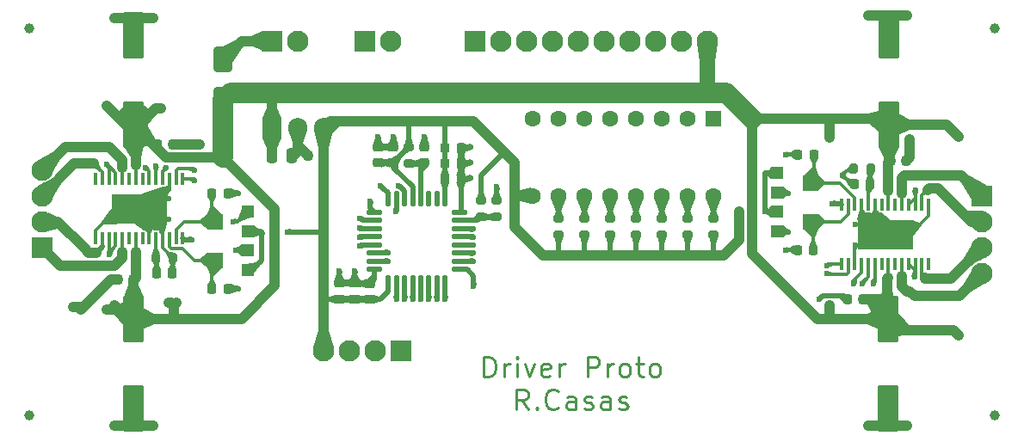
<source format=gbr>
%TF.GenerationSoftware,KiCad,Pcbnew,9.0.3*%
%TF.CreationDate,2025-10-17T11:05:45+02:00*%
%TF.ProjectId,PCB_Driver_Stepper,5043425f-4472-4697-9665-725f53746570,rev?*%
%TF.SameCoordinates,Original*%
%TF.FileFunction,Copper,L1,Top*%
%TF.FilePolarity,Positive*%
%FSLAX46Y46*%
G04 Gerber Fmt 4.6, Leading zero omitted, Abs format (unit mm)*
G04 Created by KiCad (PCBNEW 9.0.3) date 2025-10-17 11:05:45*
%MOMM*%
%LPD*%
G01*
G04 APERTURE LIST*
G04 Aperture macros list*
%AMRoundRect*
0 Rectangle with rounded corners*
0 $1 Rounding radius*
0 $2 $3 $4 $5 $6 $7 $8 $9 X,Y pos of 4 corners*
0 Add a 4 corners polygon primitive as box body*
4,1,4,$2,$3,$4,$5,$6,$7,$8,$9,$2,$3,0*
0 Add four circle primitives for the rounded corners*
1,1,$1+$1,$2,$3*
1,1,$1+$1,$4,$5*
1,1,$1+$1,$6,$7*
1,1,$1+$1,$8,$9*
0 Add four rect primitives between the rounded corners*
20,1,$1+$1,$2,$3,$4,$5,0*
20,1,$1+$1,$4,$5,$6,$7,0*
20,1,$1+$1,$6,$7,$8,$9,0*
20,1,$1+$1,$8,$9,$2,$3,0*%
G04 Aperture macros list end*
%ADD10C,0.250000*%
%TA.AperFunction,NonConductor*%
%ADD11C,0.250000*%
%TD*%
%TA.AperFunction,SMDPad,CuDef*%
%ADD12RoundRect,0.250000X-0.250000X-0.475000X0.250000X-0.475000X0.250000X0.475000X-0.250000X0.475000X0*%
%TD*%
%TA.AperFunction,SMDPad,CuDef*%
%ADD13RoundRect,0.225000X-0.225000X-0.250000X0.225000X-0.250000X0.225000X0.250000X-0.225000X0.250000X0*%
%TD*%
%TA.AperFunction,SMDPad,CuDef*%
%ADD14RoundRect,0.250001X0.799999X-2.049999X0.799999X2.049999X-0.799999X2.049999X-0.799999X-2.049999X0*%
%TD*%
%TA.AperFunction,ComponentPad*%
%ADD15R,1.000000X1.000000*%
%TD*%
%TA.AperFunction,ComponentPad*%
%ADD16C,1.000000*%
%TD*%
%TA.AperFunction,SMDPad,CuDef*%
%ADD17R,0.304800X1.219200*%
%TD*%
%TA.AperFunction,SMDPad,CuDef*%
%ADD18R,5.511800X2.895600*%
%TD*%
%TA.AperFunction,SMDPad,CuDef*%
%ADD19C,1.000000*%
%TD*%
%TA.AperFunction,SMDPad,CuDef*%
%ADD20RoundRect,0.225000X0.225000X0.250000X-0.225000X0.250000X-0.225000X-0.250000X0.225000X-0.250000X0*%
%TD*%
%TA.AperFunction,SMDPad,CuDef*%
%ADD21RoundRect,0.225000X0.250000X-0.225000X0.250000X0.225000X-0.250000X0.225000X-0.250000X-0.225000X0*%
%TD*%
%TA.AperFunction,SMDPad,CuDef*%
%ADD22RoundRect,0.250000X0.650000X-1.000000X0.650000X1.000000X-0.650000X1.000000X-0.650000X-1.000000X0*%
%TD*%
%TA.AperFunction,SMDPad,CuDef*%
%ADD23R,1.200000X1.200000*%
%TD*%
%TA.AperFunction,SMDPad,CuDef*%
%ADD24R,1.500000X1.600000*%
%TD*%
%TA.AperFunction,ComponentPad*%
%ADD25RoundRect,0.250000X-0.550000X0.550000X-0.550000X-0.550000X0.550000X-0.550000X0.550000X0.550000X0*%
%TD*%
%TA.AperFunction,ComponentPad*%
%ADD26C,1.600000*%
%TD*%
%TA.AperFunction,SMDPad,CuDef*%
%ADD27RoundRect,0.200000X0.275000X-0.200000X0.275000X0.200000X-0.275000X0.200000X-0.275000X-0.200000X0*%
%TD*%
%TA.AperFunction,SMDPad,CuDef*%
%ADD28RoundRect,0.250001X-0.799999X2.049999X-0.799999X-2.049999X0.799999X-2.049999X0.799999X2.049999X0*%
%TD*%
%TA.AperFunction,ComponentPad*%
%ADD29RoundRect,0.250001X0.799999X-0.799999X0.799999X0.799999X-0.799999X0.799999X-0.799999X-0.799999X0*%
%TD*%
%TA.AperFunction,ComponentPad*%
%ADD30C,2.100000*%
%TD*%
%TA.AperFunction,SMDPad,CuDef*%
%ADD31RoundRect,0.200000X-0.275000X0.200000X-0.275000X-0.200000X0.275000X-0.200000X0.275000X0.200000X0*%
%TD*%
%TA.AperFunction,ComponentPad*%
%ADD32RoundRect,0.250001X-0.799999X-0.799999X0.799999X-0.799999X0.799999X0.799999X-0.799999X0.799999X0*%
%TD*%
%TA.AperFunction,SMDPad,CuDef*%
%ADD33RoundRect,0.125000X-0.125000X0.625000X-0.125000X-0.625000X0.125000X-0.625000X0.125000X0.625000X0*%
%TD*%
%TA.AperFunction,SMDPad,CuDef*%
%ADD34RoundRect,0.125000X-0.625000X0.125000X-0.625000X-0.125000X0.625000X-0.125000X0.625000X0.125000X0*%
%TD*%
%TA.AperFunction,ComponentPad*%
%ADD35R,1.905000X2.000000*%
%TD*%
%TA.AperFunction,ComponentPad*%
%ADD36O,1.905000X2.000000*%
%TD*%
%TA.AperFunction,SMDPad,CuDef*%
%ADD37RoundRect,0.200000X0.200000X0.275000X-0.200000X0.275000X-0.200000X-0.275000X0.200000X-0.275000X0*%
%TD*%
%TA.AperFunction,SMDPad,CuDef*%
%ADD38RoundRect,0.200000X-0.200000X-0.275000X0.200000X-0.275000X0.200000X0.275000X-0.200000X0.275000X0*%
%TD*%
%TA.AperFunction,ComponentPad*%
%ADD39RoundRect,0.250001X-0.799999X0.799999X-0.799999X-0.799999X0.799999X-0.799999X0.799999X0.799999X0*%
%TD*%
%TA.AperFunction,ComponentPad*%
%ADD40RoundRect,0.250001X0.799999X0.799999X-0.799999X0.799999X-0.799999X-0.799999X0.799999X-0.799999X0*%
%TD*%
%TA.AperFunction,ViaPad*%
%ADD41C,0.600000*%
%TD*%
%TA.AperFunction,ViaPad*%
%ADD42C,0.700000*%
%TD*%
%TA.AperFunction,Conductor*%
%ADD43C,0.500000*%
%TD*%
%TA.AperFunction,Conductor*%
%ADD44C,0.300000*%
%TD*%
%TA.AperFunction,Conductor*%
%ADD45C,1.000000*%
%TD*%
%TA.AperFunction,Conductor*%
%ADD46C,1.500000*%
%TD*%
%TA.AperFunction,Conductor*%
%ADD47C,2.000000*%
%TD*%
G04 APERTURE END LIST*
D10*
D11*
X134615952Y-102694294D02*
X134615952Y-100694294D01*
X134615952Y-100694294D02*
X135092142Y-100694294D01*
X135092142Y-100694294D02*
X135377857Y-100789532D01*
X135377857Y-100789532D02*
X135568333Y-100980008D01*
X135568333Y-100980008D02*
X135663571Y-101170484D01*
X135663571Y-101170484D02*
X135758809Y-101551436D01*
X135758809Y-101551436D02*
X135758809Y-101837151D01*
X135758809Y-101837151D02*
X135663571Y-102218103D01*
X135663571Y-102218103D02*
X135568333Y-102408579D01*
X135568333Y-102408579D02*
X135377857Y-102599056D01*
X135377857Y-102599056D02*
X135092142Y-102694294D01*
X135092142Y-102694294D02*
X134615952Y-102694294D01*
X136615952Y-102694294D02*
X136615952Y-101360960D01*
X136615952Y-101741913D02*
X136711190Y-101551436D01*
X136711190Y-101551436D02*
X136806428Y-101456198D01*
X136806428Y-101456198D02*
X136996904Y-101360960D01*
X136996904Y-101360960D02*
X137187381Y-101360960D01*
X137854047Y-102694294D02*
X137854047Y-101360960D01*
X137854047Y-100694294D02*
X137758809Y-100789532D01*
X137758809Y-100789532D02*
X137854047Y-100884770D01*
X137854047Y-100884770D02*
X137949285Y-100789532D01*
X137949285Y-100789532D02*
X137854047Y-100694294D01*
X137854047Y-100694294D02*
X137854047Y-100884770D01*
X138615952Y-101360960D02*
X139092142Y-102694294D01*
X139092142Y-102694294D02*
X139568333Y-101360960D01*
X141092143Y-102599056D02*
X140901667Y-102694294D01*
X140901667Y-102694294D02*
X140520714Y-102694294D01*
X140520714Y-102694294D02*
X140330238Y-102599056D01*
X140330238Y-102599056D02*
X140235000Y-102408579D01*
X140235000Y-102408579D02*
X140235000Y-101646675D01*
X140235000Y-101646675D02*
X140330238Y-101456198D01*
X140330238Y-101456198D02*
X140520714Y-101360960D01*
X140520714Y-101360960D02*
X140901667Y-101360960D01*
X140901667Y-101360960D02*
X141092143Y-101456198D01*
X141092143Y-101456198D02*
X141187381Y-101646675D01*
X141187381Y-101646675D02*
X141187381Y-101837151D01*
X141187381Y-101837151D02*
X140235000Y-102027627D01*
X142044524Y-102694294D02*
X142044524Y-101360960D01*
X142044524Y-101741913D02*
X142139762Y-101551436D01*
X142139762Y-101551436D02*
X142235000Y-101456198D01*
X142235000Y-101456198D02*
X142425476Y-101360960D01*
X142425476Y-101360960D02*
X142615953Y-101360960D01*
X144806429Y-102694294D02*
X144806429Y-100694294D01*
X144806429Y-100694294D02*
X145568334Y-100694294D01*
X145568334Y-100694294D02*
X145758810Y-100789532D01*
X145758810Y-100789532D02*
X145854048Y-100884770D01*
X145854048Y-100884770D02*
X145949286Y-101075246D01*
X145949286Y-101075246D02*
X145949286Y-101360960D01*
X145949286Y-101360960D02*
X145854048Y-101551436D01*
X145854048Y-101551436D02*
X145758810Y-101646675D01*
X145758810Y-101646675D02*
X145568334Y-101741913D01*
X145568334Y-101741913D02*
X144806429Y-101741913D01*
X146806429Y-102694294D02*
X146806429Y-101360960D01*
X146806429Y-101741913D02*
X146901667Y-101551436D01*
X146901667Y-101551436D02*
X146996905Y-101456198D01*
X146996905Y-101456198D02*
X147187381Y-101360960D01*
X147187381Y-101360960D02*
X147377858Y-101360960D01*
X148330238Y-102694294D02*
X148139762Y-102599056D01*
X148139762Y-102599056D02*
X148044524Y-102503817D01*
X148044524Y-102503817D02*
X147949286Y-102313341D01*
X147949286Y-102313341D02*
X147949286Y-101741913D01*
X147949286Y-101741913D02*
X148044524Y-101551436D01*
X148044524Y-101551436D02*
X148139762Y-101456198D01*
X148139762Y-101456198D02*
X148330238Y-101360960D01*
X148330238Y-101360960D02*
X148615953Y-101360960D01*
X148615953Y-101360960D02*
X148806429Y-101456198D01*
X148806429Y-101456198D02*
X148901667Y-101551436D01*
X148901667Y-101551436D02*
X148996905Y-101741913D01*
X148996905Y-101741913D02*
X148996905Y-102313341D01*
X148996905Y-102313341D02*
X148901667Y-102503817D01*
X148901667Y-102503817D02*
X148806429Y-102599056D01*
X148806429Y-102599056D02*
X148615953Y-102694294D01*
X148615953Y-102694294D02*
X148330238Y-102694294D01*
X149568334Y-101360960D02*
X150330238Y-101360960D01*
X149854048Y-100694294D02*
X149854048Y-102408579D01*
X149854048Y-102408579D02*
X149949286Y-102599056D01*
X149949286Y-102599056D02*
X150139762Y-102694294D01*
X150139762Y-102694294D02*
X150330238Y-102694294D01*
X151282619Y-102694294D02*
X151092143Y-102599056D01*
X151092143Y-102599056D02*
X150996905Y-102503817D01*
X150996905Y-102503817D02*
X150901667Y-102313341D01*
X150901667Y-102313341D02*
X150901667Y-101741913D01*
X150901667Y-101741913D02*
X150996905Y-101551436D01*
X150996905Y-101551436D02*
X151092143Y-101456198D01*
X151092143Y-101456198D02*
X151282619Y-101360960D01*
X151282619Y-101360960D02*
X151568334Y-101360960D01*
X151568334Y-101360960D02*
X151758810Y-101456198D01*
X151758810Y-101456198D02*
X151854048Y-101551436D01*
X151854048Y-101551436D02*
X151949286Y-101741913D01*
X151949286Y-101741913D02*
X151949286Y-102313341D01*
X151949286Y-102313341D02*
X151854048Y-102503817D01*
X151854048Y-102503817D02*
X151758810Y-102599056D01*
X151758810Y-102599056D02*
X151568334Y-102694294D01*
X151568334Y-102694294D02*
X151282619Y-102694294D01*
X138949285Y-105914182D02*
X138282618Y-104961801D01*
X137806428Y-105914182D02*
X137806428Y-103914182D01*
X137806428Y-103914182D02*
X138568333Y-103914182D01*
X138568333Y-103914182D02*
X138758809Y-104009420D01*
X138758809Y-104009420D02*
X138854047Y-104104658D01*
X138854047Y-104104658D02*
X138949285Y-104295134D01*
X138949285Y-104295134D02*
X138949285Y-104580848D01*
X138949285Y-104580848D02*
X138854047Y-104771324D01*
X138854047Y-104771324D02*
X138758809Y-104866563D01*
X138758809Y-104866563D02*
X138568333Y-104961801D01*
X138568333Y-104961801D02*
X137806428Y-104961801D01*
X139806428Y-105723705D02*
X139901666Y-105818944D01*
X139901666Y-105818944D02*
X139806428Y-105914182D01*
X139806428Y-105914182D02*
X139711190Y-105818944D01*
X139711190Y-105818944D02*
X139806428Y-105723705D01*
X139806428Y-105723705D02*
X139806428Y-105914182D01*
X141901666Y-105723705D02*
X141806428Y-105818944D01*
X141806428Y-105818944D02*
X141520714Y-105914182D01*
X141520714Y-105914182D02*
X141330238Y-105914182D01*
X141330238Y-105914182D02*
X141044523Y-105818944D01*
X141044523Y-105818944D02*
X140854047Y-105628467D01*
X140854047Y-105628467D02*
X140758809Y-105437991D01*
X140758809Y-105437991D02*
X140663571Y-105057039D01*
X140663571Y-105057039D02*
X140663571Y-104771324D01*
X140663571Y-104771324D02*
X140758809Y-104390372D01*
X140758809Y-104390372D02*
X140854047Y-104199896D01*
X140854047Y-104199896D02*
X141044523Y-104009420D01*
X141044523Y-104009420D02*
X141330238Y-103914182D01*
X141330238Y-103914182D02*
X141520714Y-103914182D01*
X141520714Y-103914182D02*
X141806428Y-104009420D01*
X141806428Y-104009420D02*
X141901666Y-104104658D01*
X143615952Y-105914182D02*
X143615952Y-104866563D01*
X143615952Y-104866563D02*
X143520714Y-104676086D01*
X143520714Y-104676086D02*
X143330238Y-104580848D01*
X143330238Y-104580848D02*
X142949285Y-104580848D01*
X142949285Y-104580848D02*
X142758809Y-104676086D01*
X143615952Y-105818944D02*
X143425476Y-105914182D01*
X143425476Y-105914182D02*
X142949285Y-105914182D01*
X142949285Y-105914182D02*
X142758809Y-105818944D01*
X142758809Y-105818944D02*
X142663571Y-105628467D01*
X142663571Y-105628467D02*
X142663571Y-105437991D01*
X142663571Y-105437991D02*
X142758809Y-105247515D01*
X142758809Y-105247515D02*
X142949285Y-105152277D01*
X142949285Y-105152277D02*
X143425476Y-105152277D01*
X143425476Y-105152277D02*
X143615952Y-105057039D01*
X144473095Y-105818944D02*
X144663571Y-105914182D01*
X144663571Y-105914182D02*
X145044523Y-105914182D01*
X145044523Y-105914182D02*
X145235000Y-105818944D01*
X145235000Y-105818944D02*
X145330238Y-105628467D01*
X145330238Y-105628467D02*
X145330238Y-105533229D01*
X145330238Y-105533229D02*
X145235000Y-105342753D01*
X145235000Y-105342753D02*
X145044523Y-105247515D01*
X145044523Y-105247515D02*
X144758809Y-105247515D01*
X144758809Y-105247515D02*
X144568333Y-105152277D01*
X144568333Y-105152277D02*
X144473095Y-104961801D01*
X144473095Y-104961801D02*
X144473095Y-104866563D01*
X144473095Y-104866563D02*
X144568333Y-104676086D01*
X144568333Y-104676086D02*
X144758809Y-104580848D01*
X144758809Y-104580848D02*
X145044523Y-104580848D01*
X145044523Y-104580848D02*
X145235000Y-104676086D01*
X147044524Y-105914182D02*
X147044524Y-104866563D01*
X147044524Y-104866563D02*
X146949286Y-104676086D01*
X146949286Y-104676086D02*
X146758810Y-104580848D01*
X146758810Y-104580848D02*
X146377857Y-104580848D01*
X146377857Y-104580848D02*
X146187381Y-104676086D01*
X147044524Y-105818944D02*
X146854048Y-105914182D01*
X146854048Y-105914182D02*
X146377857Y-105914182D01*
X146377857Y-105914182D02*
X146187381Y-105818944D01*
X146187381Y-105818944D02*
X146092143Y-105628467D01*
X146092143Y-105628467D02*
X146092143Y-105437991D01*
X146092143Y-105437991D02*
X146187381Y-105247515D01*
X146187381Y-105247515D02*
X146377857Y-105152277D01*
X146377857Y-105152277D02*
X146854048Y-105152277D01*
X146854048Y-105152277D02*
X147044524Y-105057039D01*
X147901667Y-105818944D02*
X148092143Y-105914182D01*
X148092143Y-105914182D02*
X148473095Y-105914182D01*
X148473095Y-105914182D02*
X148663572Y-105818944D01*
X148663572Y-105818944D02*
X148758810Y-105628467D01*
X148758810Y-105628467D02*
X148758810Y-105533229D01*
X148758810Y-105533229D02*
X148663572Y-105342753D01*
X148663572Y-105342753D02*
X148473095Y-105247515D01*
X148473095Y-105247515D02*
X148187381Y-105247515D01*
X148187381Y-105247515D02*
X147996905Y-105152277D01*
X147996905Y-105152277D02*
X147901667Y-104961801D01*
X147901667Y-104961801D02*
X147901667Y-104866563D01*
X147901667Y-104866563D02*
X147996905Y-104676086D01*
X147996905Y-104676086D02*
X148187381Y-104580848D01*
X148187381Y-104580848D02*
X148473095Y-104580848D01*
X148473095Y-104580848D02*
X148663572Y-104676086D01*
D12*
%TO.P,C201,1*%
%TO.N,VCC_12V*%
X113771000Y-80913000D03*
%TO.P,C201,2*%
%TO.N,GNDREF*%
X115671000Y-80913000D03*
%TD*%
D13*
%TO.P,C403,1*%
%TO.N,/DRIVERS/M1_VREF*%
X107849000Y-84596000D03*
%TO.P,C403,2*%
%TO.N,GNDREF*%
X109399000Y-84596000D03*
%TD*%
D14*
%TO.P,C411,1*%
%TO.N,VCC_12V*%
X174477000Y-77825000D03*
%TO.P,C411,2*%
%TO.N,GNDREF*%
X174477000Y-69025000D03*
%TD*%
D15*
%TO.P,J107,1,Pin_1*%
%TO.N,GNDREF*%
X100055000Y-86120000D03*
D16*
%TO.P,J107,2,Pin_2*%
X101325000Y-86120000D03*
%TO.P,J107,3,Pin_3*%
X102595000Y-86120000D03*
%TD*%
D17*
%TO.P,U401,1,GND*%
%TO.N,GNDREF*%
X96397400Y-89071400D03*
%TO.P,U401,2,OUT1B*%
%TO.N,/DRIVERS/M1_OUT1B*%
X97057800Y-89071400D03*
%TO.P,U401,3,RNF1*%
%TO.N,Net-(U401-RNF1)*%
X97718200Y-89071400D03*
%TO.P,U401,4,RNF1S*%
X98378600Y-89071400D03*
%TO.P,U401,5,OUT1A*%
%TO.N,/DRIVERS/M1_OUT1A*%
X99039000Y-89071400D03*
%TO.P,U401,6,NC*%
%TO.N,unconnected-(U401-NC-Pad6)*%
X99699400Y-89071400D03*
%TO.P,U401,7,VCC1*%
%TO.N,VCC_12V*%
X100359800Y-89071400D03*
%TO.P,U401,8,NC*%
%TO.N,unconnected-(U401-NC-Pad8)*%
X101020200Y-89071400D03*
%TO.P,U401,9,GND*%
%TO.N,GNDREF*%
X101680600Y-89071400D03*
%TO.P,U401,10,CR*%
%TO.N,/DRIVERS/M1_CR*%
X102341000Y-89071400D03*
%TO.P,U401,11,TEST0*%
%TO.N,GNDREF*%
X103001400Y-89071400D03*
%TO.P,U401,12,MTH*%
%TO.N,/DRIVERS/M1_MTH*%
X103661800Y-89071400D03*
%TO.P,U401,13,VREF*%
%TO.N,/DRIVERS/M1_VREF*%
X104322200Y-89071400D03*
%TO.P,U401,14,PS*%
%TO.N,/M1_PS*%
X104982600Y-89071400D03*
%TO.P,U401,15,CLK*%
%TO.N,/M1_CLK*%
X104982600Y-83178600D03*
%TO.P,U401,16,CW_CCW*%
%TO.N,/M1_CK*%
X104322200Y-83178600D03*
%TO.P,U401,17,TEST1*%
%TO.N,GNDREF*%
X103661800Y-83178600D03*
%TO.P,U401,18,MODE0*%
%TO.N,/M1_MODE0*%
X103001400Y-83178600D03*
%TO.P,U401,19,MODE1*%
%TO.N,/M1_MODE1*%
X102341000Y-83178600D03*
%TO.P,U401,20,ENABLE*%
%TO.N,/M1_EN*%
X101680600Y-83178600D03*
%TO.P,U401,21,NC*%
%TO.N,unconnected-(U401-NC-Pad21)*%
X101020200Y-83178600D03*
%TO.P,U401,22,VCC2*%
%TO.N,VCC_12V*%
X100359800Y-83178600D03*
%TO.P,U401,23,NC*%
%TO.N,unconnected-(U401-NC-Pad23)*%
X99699400Y-83178600D03*
%TO.P,U401,24,OUT2A*%
%TO.N,/DRIVERS/M1_OUT2A*%
X99039000Y-83178600D03*
%TO.P,U401,25,RNF2S*%
%TO.N,Net-(U401-RNF2)*%
X98378600Y-83178600D03*
%TO.P,U401,26,RNF2*%
X97718200Y-83178600D03*
%TO.P,U401,27,OUT2B*%
%TO.N,/DRIVERS/M1_OUT2B*%
X97057800Y-83178600D03*
%TO.P,U401,28,NC*%
%TO.N,unconnected-(U401-NC-Pad28)*%
X96397400Y-83178600D03*
D18*
%TO.P,U401,EPAD,EPAD*%
%TO.N,GNDREF*%
X100690000Y-86125000D03*
%TD*%
D19*
%TO.P,FID104,*%
%TO.N,*%
X184891000Y-106440000D03*
%TD*%
D20*
%TO.P,C404,1*%
%TO.N,/DRIVERS/M2_CR*%
X172585000Y-83728000D03*
%TO.P,C404,2*%
%TO.N,GNDREF*%
X171035000Y-83728000D03*
%TD*%
D21*
%TO.P,C302,1*%
%TO.N,VCC_3V3*%
X123423000Y-95036000D03*
%TO.P,C302,2*%
%TO.N,GNDREF*%
X123423000Y-93486000D03*
%TD*%
D22*
%TO.P,D201,1,K*%
%TO.N,VCC_12V*%
X108945000Y-75420000D03*
%TO.P,D201,2,A*%
%TO.N,VDD*%
X108945000Y-71420000D03*
%TD*%
D23*
%TO.P,RV403,1,1*%
%TO.N,VCC_3V3*%
X163480000Y-82585000D03*
D24*
%TO.P,RV403,2,2*%
%TO.N,/DRIVERS/M2_MTH*%
X166730000Y-83585000D03*
D23*
%TO.P,RV403,3,3*%
%TO.N,GNDREF*%
X163480000Y-84585000D03*
%TD*%
%TO.P,RV401,1,1*%
%TO.N,VCC_3V3*%
X111380000Y-92200000D03*
D24*
%TO.P,RV401,2,2*%
%TO.N,/DRIVERS/M1_MTH*%
X108130000Y-91200000D03*
D23*
%TO.P,RV401,3,3*%
%TO.N,GNDREF*%
X111380000Y-90200000D03*
%TD*%
D25*
%TO.P,U302,1,I1*%
%TO.N,/MCU/IN1*%
X157205000Y-77230000D03*
D26*
%TO.P,U302,2,I2*%
%TO.N,/MCU/IN2*%
X154665000Y-77230000D03*
%TO.P,U302,3,I3*%
%TO.N,/MCU/IN3*%
X152125000Y-77230000D03*
%TO.P,U302,4,I4*%
%TO.N,/MCU/IN4*%
X149585000Y-77230000D03*
%TO.P,U302,5,I5*%
%TO.N,/MCU/IN5*%
X147045000Y-77230000D03*
%TO.P,U302,6,I6*%
%TO.N,/MCU/IN6*%
X144505000Y-77230000D03*
%TO.P,U302,7,I7*%
%TO.N,/MCU/IN7*%
X141965000Y-77230000D03*
%TO.P,U302,8,GND*%
%TO.N,GNDREF*%
X139425000Y-77230000D03*
%TO.P,U302,9,COM*%
%TO.N,VCC_3V3*%
X139425000Y-84850000D03*
%TO.P,U302,10,O7*%
%TO.N,/MCU/INI7*%
X141965000Y-84850000D03*
%TO.P,U302,11,O6*%
%TO.N,/MCU/INI6*%
X144505000Y-84850000D03*
%TO.P,U302,12,O5*%
%TO.N,/MCU/INI5*%
X147045000Y-84850000D03*
%TO.P,U302,13,O4*%
%TO.N,/MCU/INI4*%
X149585000Y-84850000D03*
%TO.P,U302,14,O3*%
%TO.N,/MCU/INI3*%
X152125000Y-84850000D03*
%TO.P,U302,15,O2*%
%TO.N,/MCU/INI2*%
X154665000Y-84850000D03*
%TO.P,U302,16,O1*%
%TO.N,/MCU/INI1*%
X157205000Y-84850000D03*
%TD*%
D27*
%TO.P,R308,1*%
%TO.N,VCC_3V3*%
X147045000Y-88723000D03*
%TO.P,R308,2*%
%TO.N,/MCU/INI5*%
X147045000Y-87073000D03*
%TD*%
D13*
%TO.P,C412,1*%
%TO.N,VCC_12V*%
X174591000Y-81442000D03*
%TO.P,C412,2*%
%TO.N,GNDREF*%
X176141000Y-81442000D03*
%TD*%
D27*
%TO.P,R303,1*%
%TO.N,/MCU/BOOT0*%
X135869000Y-86945000D03*
%TO.P,R303,2*%
%TO.N,GNDREF*%
X135869000Y-85295000D03*
%TD*%
%TO.P,R310,1*%
%TO.N,VCC_3V3*%
X141965000Y-88723000D03*
%TO.P,R310,2*%
%TO.N,/MCU/INI7*%
X141965000Y-87073000D03*
%TD*%
D20*
%TO.P,C405,1*%
%TO.N,/DRIVERS/M2_MTH*%
X167071000Y-80791000D03*
%TO.P,C405,2*%
%TO.N,GNDREF*%
X165521000Y-80791000D03*
%TD*%
D28*
%TO.P,C407,1*%
%TO.N,VCC_12V*%
X100142600Y-96960000D03*
%TO.P,C407,2*%
%TO.N,GNDREF*%
X100142600Y-105760000D03*
%TD*%
D23*
%TO.P,RV404,1,1*%
%TO.N,VCC_3V3*%
X163480000Y-86395000D03*
D24*
%TO.P,RV404,2,2*%
%TO.N,/DRIVERS/M2_VREF*%
X166730000Y-87395000D03*
D23*
%TO.P,RV404,3,3*%
%TO.N,GNDREF*%
X163480000Y-88395000D03*
%TD*%
D19*
%TO.P,FID101,*%
%TO.N,*%
X89895000Y-106440000D03*
%TD*%
D21*
%TO.P,C301,1*%
%TO.N,/MCU/NRST*%
X128757000Y-81625000D03*
%TO.P,C301,2*%
%TO.N,GNDREF*%
X128757000Y-80075000D03*
%TD*%
D19*
%TO.P,FID103,*%
%TO.N,*%
X184891000Y-68340000D03*
%TD*%
D29*
%TO.P,J105,1,Pin_1*%
%TO.N,/DRIVERS/M1_OUT1A*%
X91120100Y-89940000D03*
D30*
%TO.P,J105,2,Pin_2*%
%TO.N,/DRIVERS/M1_OUT1B*%
X91120100Y-87400000D03*
%TO.P,J105,3,Pin_3*%
%TO.N,/DRIVERS/M1_OUT2B*%
X91120100Y-84860000D03*
%TO.P,J105,4,Pin_4*%
%TO.N,/DRIVERS/M1_OUT2A*%
X91120100Y-82320000D03*
%TD*%
D19*
%TO.P,FID102,*%
%TO.N,*%
X89895000Y-68340000D03*
%TD*%
D27*
%TO.P,R305,1*%
%TO.N,VCC_3V3*%
X154665000Y-88723000D03*
%TO.P,R305,2*%
%TO.N,/MCU/INI2*%
X154665000Y-87073000D03*
%TD*%
%TO.P,R309,1*%
%TO.N,VCC_3V3*%
X144505000Y-88723000D03*
%TO.P,R309,2*%
%TO.N,/MCU/INI6*%
X144505000Y-87073000D03*
%TD*%
D13*
%TO.P,C307,1*%
%TO.N,VCC_3V3*%
X130802000Y-80151000D03*
%TO.P,C307,2*%
%TO.N,GNDREF*%
X132352000Y-80151000D03*
%TD*%
D27*
%TO.P,R307,1*%
%TO.N,VCC_3V3*%
X149585000Y-88723000D03*
%TO.P,R307,2*%
%TO.N,/MCU/INI4*%
X149585000Y-87073000D03*
%TD*%
D31*
%TO.P,R302,1*%
%TO.N,VCC_3V3*%
X134345000Y-85295000D03*
%TO.P,R302,2*%
%TO.N,/MCU/BOOT0*%
X134345000Y-86945000D03*
%TD*%
D32*
%TO.P,J102,1,Pin_1*%
%TO.N,GNDREF*%
X133710000Y-69609000D03*
D30*
%TO.P,J102,2,Pin_2*%
X136250000Y-69609000D03*
%TO.P,J102,3,Pin_3*%
%TO.N,/MCU/IN7*%
X138790000Y-69609000D03*
%TO.P,J102,4,Pin_4*%
%TO.N,/MCU/IN6*%
X141330000Y-69609000D03*
%TO.P,J102,5,Pin_5*%
%TO.N,/MCU/IN5*%
X143870000Y-69609000D03*
%TO.P,J102,6,Pin_6*%
%TO.N,/MCU/IN4*%
X146410000Y-69609000D03*
%TO.P,J102,7,Pin_7*%
%TO.N,/MCU/IN3*%
X148950000Y-69609000D03*
%TO.P,J102,8,Pin_8*%
%TO.N,/MCU/IN2*%
X151490000Y-69609000D03*
%TO.P,J102,9,Pin_9*%
%TO.N,/MCU/IN1*%
X154030000Y-69609000D03*
%TO.P,J102,10,Pin_10*%
%TO.N,VCC_12V*%
X156570000Y-69609000D03*
%TD*%
D21*
%TO.P,C304,1*%
%TO.N,VCC_3V3*%
X120375000Y-95023000D03*
%TO.P,C304,2*%
%TO.N,GNDREF*%
X120375000Y-93473000D03*
%TD*%
D33*
%TO.P,U301,1,VDD*%
%TO.N,VCC_3V3*%
X130795000Y-85120000D03*
%TO.P,U301,2,PF0*%
%TO.N,unconnected-(U301-PF0-Pad2)*%
X129995000Y-85120000D03*
%TO.P,U301,3,PF1*%
%TO.N,unconnected-(U301-PF1-Pad3)*%
X129195000Y-85120000D03*
%TO.P,U301,4,NRST*%
%TO.N,/MCU/NRST*%
X128395000Y-85120000D03*
%TO.P,U301,5,VDDA*%
%TO.N,VCC_3V3*%
X127595000Y-85120000D03*
%TO.P,U301,6,PA0*%
%TO.N,/M1_CK*%
X126795000Y-85120000D03*
%TO.P,U301,7,PA1*%
%TO.N,/M1_PS*%
X125995000Y-85120000D03*
%TO.P,U301,8,USART1_TX*%
%TO.N,/MCU/USART1_TX*%
X125195000Y-85120000D03*
D34*
%TO.P,U301,9,USART1_RX*%
%TO.N,/MCU/USART1_RX*%
X123820000Y-86495000D03*
%TO.P,U301,10,PA4*%
%TO.N,/M1_CLK*%
X123820000Y-87295000D03*
%TO.P,U301,11,PA5*%
%TO.N,/M1_MODE0*%
X123820000Y-88095000D03*
%TO.P,U301,12,PA6*%
%TO.N,/M1_MODE1*%
X123820000Y-88895000D03*
%TO.P,U301,13,PA7*%
%TO.N,/M1_EN*%
X123820000Y-89695000D03*
%TO.P,U301,14,PB0*%
%TO.N,/MCU/INI1*%
X123820000Y-90495000D03*
%TO.P,U301,15,PB1*%
%TO.N,/MCU/INI2*%
X123820000Y-91295000D03*
%TO.P,U301,16,VSS*%
%TO.N,GNDREF*%
X123820000Y-92095000D03*
D33*
%TO.P,U301,17,VDD*%
%TO.N,VCC_3V3*%
X125195000Y-93470000D03*
%TO.P,U301,18,PA8*%
%TO.N,/M2_EN*%
X125995000Y-93470000D03*
%TO.P,U301,19,PA9*%
%TO.N,/M2_MODE1*%
X126795000Y-93470000D03*
%TO.P,U301,20,PA10*%
%TO.N,/M2_MODE0*%
X127595000Y-93470000D03*
%TO.P,U301,21,PA11*%
%TO.N,/M2_CK*%
X128395000Y-93470000D03*
%TO.P,U301,22,PA12*%
%TO.N,/M2_CLK*%
X129195000Y-93470000D03*
%TO.P,U301,23,SYS_SWDIO*%
%TO.N,/MCU/SYS_SWDIO*%
X129995000Y-93470000D03*
%TO.P,U301,24,SYS_SWCLK*%
%TO.N,/MCU/SYS_SWCLK*%
X130795000Y-93470000D03*
D34*
%TO.P,U301,25,PA15*%
%TO.N,/M2_PS*%
X132170000Y-92095000D03*
%TO.P,U301,26,PB3*%
%TO.N,/MCU/INI3*%
X132170000Y-91295000D03*
%TO.P,U301,27,PB4*%
%TO.N,/MCU/INI4*%
X132170000Y-90495000D03*
%TO.P,U301,28,PB5*%
%TO.N,/MCU/INI5*%
X132170000Y-89695000D03*
%TO.P,U301,29,PB6*%
%TO.N,/MCU/INI6*%
X132170000Y-88895000D03*
%TO.P,U301,30,PB7*%
%TO.N,/MCU/INI7*%
X132170000Y-88095000D03*
%TO.P,U301,31,BOOT0*%
%TO.N,/MCU/BOOT0*%
X132170000Y-87295000D03*
%TO.P,U301,32,VSS*%
%TO.N,GNDREF*%
X132170000Y-86495000D03*
%TD*%
D27*
%TO.P,R304,1*%
%TO.N,VCC_3V3*%
X157205000Y-88723000D03*
%TO.P,R304,2*%
%TO.N,/MCU/INI1*%
X157205000Y-87073000D03*
%TD*%
D32*
%TO.P,J103,1,Pin_1*%
%TO.N,/MCU/USART1_RX*%
X122915000Y-69610000D03*
D30*
%TO.P,J103,2,Pin_2*%
%TO.N,/MCU/USART1_TX*%
X125455000Y-69610000D03*
%TD*%
D21*
%TO.P,C309,1*%
%TO.N,VCC_3V3*%
X124185000Y-81625000D03*
%TO.P,C309,2*%
%TO.N,GNDREF*%
X124185000Y-80075000D03*
%TD*%
D20*
%TO.P,C408,1*%
%TO.N,VCC_12V*%
X100155600Y-93105000D03*
%TO.P,C408,2*%
%TO.N,GNDREF*%
X98605600Y-93105000D03*
%TD*%
D27*
%TO.P,R306,1*%
%TO.N,VCC_3V3*%
X152125000Y-88723000D03*
%TO.P,R306,2*%
%TO.N,/MCU/INI3*%
X152125000Y-87073000D03*
%TD*%
D20*
%TO.P,C414,1*%
%TO.N,VCC_12V*%
X171950000Y-95015000D03*
%TO.P,C414,2*%
%TO.N,GNDREF*%
X170400000Y-95015000D03*
%TD*%
D14*
%TO.P,C409,1*%
%TO.N,VCC_12V*%
X100142600Y-77820000D03*
%TO.P,C409,2*%
%TO.N,GNDREF*%
X100142600Y-69020000D03*
%TD*%
D13*
%TO.P,C402,1*%
%TO.N,/DRIVERS/M1_MTH*%
X107849000Y-93994000D03*
%TO.P,C402,2*%
%TO.N,GNDREF*%
X109399000Y-93994000D03*
%TD*%
%TO.P,C306,1*%
%TO.N,VCC_3V3*%
X130802000Y-81675000D03*
%TO.P,C306,2*%
%TO.N,GNDREF*%
X132352000Y-81675000D03*
%TD*%
D23*
%TO.P,RV402,1,1*%
%TO.N,VCC_3V3*%
X111380000Y-88390000D03*
D24*
%TO.P,RV402,2,2*%
%TO.N,/DRIVERS/M1_VREF*%
X108130000Y-87390000D03*
D23*
%TO.P,RV402,3,3*%
%TO.N,GNDREF*%
X111380000Y-86390000D03*
%TD*%
D20*
%TO.P,C202,1*%
%TO.N,VCC_3V3*%
X118864000Y-80913000D03*
%TO.P,C202,2*%
%TO.N,GNDREF*%
X117314000Y-80913000D03*
%TD*%
D13*
%TO.P,C410,1*%
%TO.N,VCC_12V*%
X102455000Y-79770000D03*
%TO.P,C410,2*%
%TO.N,GNDREF*%
X104005000Y-79770000D03*
%TD*%
D35*
%TO.P,U201,1,VI*%
%TO.N,VCC_12V*%
X113771000Y-78180000D03*
D36*
%TO.P,U201,2,GND*%
%TO.N,GNDREF*%
X116311000Y-78180000D03*
%TO.P,U201,3,VO*%
%TO.N,VCC_3V3*%
X118851000Y-78180000D03*
%TD*%
D21*
%TO.P,C303,1*%
%TO.N,VCC_3V3*%
X121899000Y-95023000D03*
%TO.P,C303,2*%
%TO.N,GNDREF*%
X121899000Y-93473000D03*
%TD*%
D28*
%TO.P,C413,1*%
%TO.N,VCC_12V*%
X174350000Y-96965000D03*
%TO.P,C413,2*%
%TO.N,GNDREF*%
X174350000Y-105765000D03*
%TD*%
D32*
%TO.P,J101,1,Pin_1*%
%TO.N,VDD*%
X113772000Y-69610000D03*
D30*
%TO.P,J101,2,Pin_2*%
%TO.N,GNDREF*%
X116312000Y-69610000D03*
%TD*%
D37*
%TO.P,R406,1*%
%TO.N,/DRIVERS/M2_CR*%
X172635000Y-82204000D03*
%TO.P,R406,2*%
%TO.N,GNDREF*%
X170985000Y-82204000D03*
%TD*%
D31*
%TO.P,R301,1*%
%TO.N,VCC_3V3*%
X127233000Y-80025000D03*
%TO.P,R301,2*%
%TO.N,/MCU/NRST*%
X127233000Y-81675000D03*
%TD*%
D21*
%TO.P,C308,1*%
%TO.N,VCC_3V3*%
X125709000Y-81625000D03*
%TO.P,C308,2*%
%TO.N,GNDREF*%
X125709000Y-80075000D03*
%TD*%
D38*
%TO.P,R403,1*%
%TO.N,/DRIVERS/M1_CR*%
X102341000Y-90946000D03*
%TO.P,R403,2*%
%TO.N,GNDREF*%
X103991000Y-90946000D03*
%TD*%
D20*
%TO.P,C406,1*%
%TO.N,/DRIVERS/M2_VREF*%
X167020200Y-90189000D03*
%TO.P,C406,2*%
%TO.N,GNDREF*%
X165470200Y-90189000D03*
%TD*%
D39*
%TO.P,J106,1,Pin_1*%
%TO.N,/DRIVERS/M2_OUT1A*%
X183626500Y-84850000D03*
D30*
%TO.P,J106,2,Pin_2*%
%TO.N,/DRIVERS/M2_OUT1B*%
X183626500Y-87390000D03*
%TO.P,J106,3,Pin_3*%
%TO.N,/DRIVERS/M2_OUT2B*%
X183626500Y-89930000D03*
%TO.P,J106,4,Pin_4*%
%TO.N,/DRIVERS/M2_OUT2A*%
X183626500Y-92470000D03*
%TD*%
D40*
%TO.P,J104,1,Pin_1*%
%TO.N,GNDREF*%
X126471000Y-100090000D03*
D30*
%TO.P,J104,2,Pin_2*%
%TO.N,/MCU/SYS_SWCLK*%
X123931000Y-100090000D03*
%TO.P,J104,3,Pin_3*%
%TO.N,/MCU/SYS_SWDIO*%
X121391000Y-100090000D03*
%TO.P,J104,4,Pin_4*%
%TO.N,VCC_3V3*%
X118851000Y-100090000D03*
%TD*%
D17*
%TO.P,U402,1,GND*%
%TO.N,GNDREF*%
X178374000Y-85718600D03*
%TO.P,U402,2,OUT1B*%
%TO.N,/DRIVERS/M2_OUT1B*%
X177713600Y-85718600D03*
%TO.P,U402,3,RNF1*%
%TO.N,Net-(U402-RNF1)*%
X177053200Y-85718600D03*
%TO.P,U402,4,RNF1S*%
X176392800Y-85718600D03*
%TO.P,U402,5,OUT1A*%
%TO.N,/DRIVERS/M2_OUT1A*%
X175732400Y-85718600D03*
%TO.P,U402,6,NC*%
%TO.N,unconnected-(U402-NC-Pad6)*%
X175072000Y-85718600D03*
%TO.P,U402,7,VCC1*%
%TO.N,VCC_12V*%
X174411600Y-85718600D03*
%TO.P,U402,8,NC*%
%TO.N,unconnected-(U402-NC-Pad8)*%
X173751200Y-85718600D03*
%TO.P,U402,9,GND*%
%TO.N,GNDREF*%
X173090800Y-85718600D03*
%TO.P,U402,10,CR*%
%TO.N,/DRIVERS/M2_CR*%
X172430400Y-85718600D03*
%TO.P,U402,11,TEST0*%
%TO.N,GNDREF*%
X171770000Y-85718600D03*
%TO.P,U402,12,MTH*%
%TO.N,/DRIVERS/M2_MTH*%
X171109600Y-85718600D03*
%TO.P,U402,13,VREF*%
%TO.N,/DRIVERS/M2_VREF*%
X170449200Y-85718600D03*
%TO.P,U402,14,PS*%
%TO.N,/M2_PS*%
X169788800Y-85718600D03*
%TO.P,U402,15,CLK*%
%TO.N,/M2_CLK*%
X169788800Y-91611400D03*
%TO.P,U402,16,CW_CCW*%
%TO.N,/M2_CK*%
X170449200Y-91611400D03*
%TO.P,U402,17,TEST1*%
%TO.N,GNDREF*%
X171109600Y-91611400D03*
%TO.P,U402,18,MODE0*%
%TO.N,/M2_MODE0*%
X171770000Y-91611400D03*
%TO.P,U402,19,MODE1*%
%TO.N,/M2_MODE1*%
X172430400Y-91611400D03*
%TO.P,U402,20,ENABLE*%
%TO.N,/M2_EN*%
X173090800Y-91611400D03*
%TO.P,U402,21,NC*%
%TO.N,unconnected-(U402-NC-Pad21)*%
X173751200Y-91611400D03*
%TO.P,U402,22,VCC2*%
%TO.N,VCC_12V*%
X174411600Y-91611400D03*
%TO.P,U402,23,NC*%
%TO.N,unconnected-(U402-NC-Pad23)*%
X175072000Y-91611400D03*
%TO.P,U402,24,OUT2A*%
%TO.N,/DRIVERS/M2_OUT2A*%
X175732400Y-91611400D03*
%TO.P,U402,25,RNF2S*%
%TO.N,Net-(U402-RNF2)*%
X176392800Y-91611400D03*
%TO.P,U402,26,RNF2*%
X177053200Y-91611400D03*
%TO.P,U402,27,OUT2B*%
%TO.N,/DRIVERS/M2_OUT2B*%
X177713600Y-91611400D03*
%TO.P,U402,28,NC*%
%TO.N,unconnected-(U402-NC-Pad28)*%
X178374000Y-91611400D03*
D18*
%TO.P,U402,EPAD,EPAD*%
%TO.N,GNDREF*%
X174081400Y-88665000D03*
%TD*%
D13*
%TO.P,C305,1*%
%TO.N,VCC_3V3*%
X130789000Y-83199000D03*
%TO.P,C305,2*%
%TO.N,GNDREF*%
X132339000Y-83199000D03*
%TD*%
D15*
%TO.P,J108,1,Pin_1*%
%TO.N,GNDREF*%
X174731000Y-88665000D03*
D16*
%TO.P,J108,2,Pin_2*%
X173461000Y-88665000D03*
%TO.P,J108,3,Pin_3*%
X172191000Y-88665000D03*
%TD*%
D13*
%TO.P,C401,1*%
%TO.N,/DRIVERS/M1_CR*%
X102391000Y-92470000D03*
%TO.P,C401,2*%
%TO.N,GNDREF*%
X103941000Y-92470000D03*
%TD*%
D41*
%TO.N,GNDREF*%
X176509000Y-79262000D03*
X105897000Y-79770000D03*
X110215000Y-90184000D03*
X176255000Y-107456000D03*
X172699000Y-89676000D03*
X172445000Y-107456000D03*
X110469000Y-93994000D03*
X172445000Y-67070000D03*
X121899000Y-92216000D03*
X174223000Y-87644000D03*
X100563000Y-87136000D03*
X102849000Y-85104000D03*
X120375000Y-92216000D03*
X173461000Y-89676000D03*
X135869000Y-83961000D03*
D42*
X176001000Y-88660000D03*
D41*
X164317000Y-80786000D03*
X101325000Y-87136000D03*
X102087000Y-67324000D03*
X100563000Y-85104000D03*
X164571000Y-84596000D03*
X98277000Y-107456000D03*
X103611000Y-87136000D03*
X133329000Y-80024000D03*
X171175000Y-89676000D03*
X164571000Y-88406000D03*
X94975000Y-96026000D03*
D42*
X98785000Y-86120000D03*
D41*
X173461000Y-87644000D03*
X172699000Y-87644000D03*
X171937000Y-87644000D03*
X167619000Y-95010000D03*
X133329000Y-81548000D03*
X110469000Y-84596000D03*
X125709000Y-79008000D03*
X102087000Y-87136000D03*
X171175000Y-87644000D03*
X101325000Y-85104000D03*
X109961000Y-87390000D03*
X102087000Y-85104000D03*
X94213000Y-95772000D03*
X98277000Y-67324000D03*
X169905000Y-82818000D03*
X103611000Y-85104000D03*
X102087000Y-107456000D03*
X174223000Y-89676000D03*
X171937000Y-89676000D03*
X164317000Y-90184000D03*
X176255000Y-67070000D03*
X106659000Y-79770000D03*
X124185000Y-79008000D03*
X102849000Y-87136000D03*
X133329000Y-83072000D03*
X128757000Y-79008000D03*
%TO.N,/DRIVERS/M2_OUT1B*%
X178541000Y-84088000D03*
X179303000Y-84088000D03*
%TO.N,/MCU/SYS_SWDIO*%
X129995000Y-95010000D03*
%TO.N,/MCU/SYS_SWCLK*%
X130795000Y-95010000D03*
%TO.N,/DRIVERS/M2_OUT1A*%
X175747000Y-83580000D03*
X176001000Y-82818000D03*
%TO.N,/DRIVERS/M2_OUT2B*%
X179049000Y-92983000D03*
X179811000Y-92978000D03*
%TO.N,/DRIVERS/M2_OUT2A*%
X176509000Y-94248000D03*
X175747000Y-93775500D03*
%TO.N,/DRIVERS/M1_OUT2B*%
X95483000Y-81548000D03*
X96245000Y-81675000D03*
%TO.N,/DRIVERS/M1_OUT2A*%
X98785000Y-81040000D03*
X98277000Y-80532000D03*
%TO.N,/DRIVERS/M1_OUT1B*%
X95725300Y-90449700D03*
X96499000Y-90438000D03*
%TO.N,/DRIVERS/M1_OUT1A*%
X98277000Y-91708000D03*
X98785000Y-91200000D03*
%TO.N,/MCU/USART1_RX*%
X123423000Y-85358000D03*
%TO.N,/MCU/USART1_TX*%
X124439000Y-83834000D03*
%TO.N,/M1_PS*%
X125963000Y-86374000D03*
X105897000Y-89168000D03*
%TO.N,VCC_12V*%
X102849000Y-76214000D03*
X168635000Y-96280000D03*
X180573000Y-98058000D03*
X181335000Y-79008000D03*
X97515000Y-96026000D03*
X98023000Y-76468000D03*
X103611000Y-95391000D03*
X98277000Y-95629000D03*
X97515000Y-75960000D03*
X181335000Y-98566000D03*
X104373000Y-95391000D03*
X168635000Y-95645000D03*
X102087000Y-76468000D03*
X168635000Y-79135000D03*
%TO.N,VCC_3V3*%
X159745000Y-86374000D03*
X162285000Y-86374000D03*
X115295000Y-88406000D03*
X112755000Y-88406000D03*
%TO.N,/M2_MODE1*%
X126794994Y-95010000D03*
X171797006Y-93486000D03*
%TO.N,/M2_CK*%
X168381000Y-92508003D03*
X128395000Y-95010000D03*
%TO.N,/M2_EN*%
X172953000Y-93486000D03*
X125994991Y-95010000D03*
%TO.N,/M2_CLK*%
X168381000Y-91708000D03*
X129195000Y-95010000D03*
%TO.N,/M2_PS*%
X168889000Y-85612000D03*
X133583000Y-93740000D03*
%TO.N,/M2_MODE0*%
X170997006Y-93486000D03*
X127594997Y-95010000D03*
%TO.N,/M1_EN*%
X122407000Y-89764003D03*
X101326875Y-82056493D03*
%TO.N,/M1_MODE1*%
X102341000Y-81950281D03*
X122407000Y-88914000D03*
%TO.N,/M1_CLK*%
X106151000Y-83326000D03*
X122407000Y-87047997D03*
%TO.N,/M1_CK*%
X106151000Y-82310000D03*
X126217000Y-83834000D03*
%TO.N,/M1_MODE0*%
X122350759Y-88035300D03*
X103357000Y-82056000D03*
%TO.N,Net-(U401-RNF1)*%
X97769000Y-90619893D03*
%TO.N,Net-(U401-RNF2)*%
X97467318Y-81715243D03*
%TO.N,Net-(U402-RNF1)*%
X177069871Y-84270000D03*
%TO.N,Net-(U402-RNF2)*%
X176964030Y-92883892D03*
%TO.N,/MCU/INI1*%
X125201000Y-90438000D03*
%TO.N,/MCU/INI2*%
X125201000Y-91295000D03*
%TO.N,/MCU/INI3*%
X133583000Y-91314009D03*
%TO.N,/MCU/INI4*%
X133583000Y-90514006D03*
%TO.N,/MCU/INI5*%
X133583000Y-89714003D03*
%TO.N,/MCU/INI6*%
X133583000Y-88914000D03*
%TO.N,/MCU/INI7*%
X133583000Y-88113997D03*
%TD*%
D43*
%TO.N,/MCU/NRST*%
X128707000Y-81675000D02*
X128757000Y-81625000D01*
X127233000Y-81675000D02*
X128707000Y-81675000D01*
X128395000Y-81987000D02*
X128757000Y-81625000D01*
X128395000Y-85120000D02*
X128395000Y-81987000D01*
%TO.N,GNDREF*%
X121899000Y-93473000D02*
X120375000Y-93473000D01*
X170079000Y-94694000D02*
X170400000Y-95015000D01*
X125709000Y-80075000D02*
X125709000Y-79008000D01*
D44*
X178374000Y-85718600D02*
X178374000Y-86795000D01*
X103001400Y-89956400D02*
X103991000Y-90946000D01*
X165521000Y-80791000D02*
X164322000Y-80791000D01*
D43*
X124185000Y-80075000D02*
X124185000Y-79008000D01*
D44*
X102849000Y-85104000D02*
X103661800Y-84291200D01*
X171770000Y-85718600D02*
X171770000Y-87477000D01*
D43*
X121912000Y-93486000D02*
X121899000Y-93473000D01*
D45*
X95483000Y-95518000D02*
X94975000Y-96026000D01*
D44*
X103991000Y-90946000D02*
X103991000Y-92420000D01*
D43*
X135869000Y-85295000D02*
X135869000Y-83961000D01*
D44*
X103001400Y-87288400D02*
X102849000Y-87136000D01*
D45*
X116311000Y-80466000D02*
X116311000Y-79910000D01*
D43*
X109399000Y-84596000D02*
X110469000Y-84596000D01*
D45*
X98277000Y-107456000D02*
X102087000Y-107456000D01*
X94213000Y-95772000D02*
X95229000Y-95772000D01*
X116311000Y-79910000D02*
X116311000Y-78180000D01*
X105897000Y-79770000D02*
X104627000Y-79770000D01*
D44*
X110215000Y-90184000D02*
X111364000Y-90184000D01*
D43*
X123820000Y-93089000D02*
X123820000Y-92095000D01*
D45*
X98277000Y-67324000D02*
X102087000Y-67324000D01*
D43*
X132352000Y-81675000D02*
X133202000Y-81675000D01*
D44*
X103001400Y-89071400D02*
X103001400Y-87288400D01*
D43*
X167935000Y-94694000D02*
X170079000Y-94694000D01*
D44*
X164322000Y-80791000D02*
X164317000Y-80786000D01*
X103001400Y-89071400D02*
X103001400Y-89956400D01*
X101680600Y-87491600D02*
X101325000Y-87136000D01*
X170985000Y-82204000D02*
X170519000Y-82204000D01*
X170519000Y-82204000D02*
X169905000Y-82818000D01*
X171035000Y-83728000D02*
X170815000Y-83728000D01*
D43*
X132170000Y-86495000D02*
X132339000Y-86326000D01*
X133202000Y-81675000D02*
X133329000Y-81548000D01*
D45*
X176509000Y-81074000D02*
X176141000Y-81442000D01*
D44*
X165470200Y-90189000D02*
X164322000Y-90189000D01*
X164322000Y-90189000D02*
X164317000Y-90184000D01*
X171109600Y-91611400D02*
X171109600Y-89741400D01*
D43*
X124185000Y-80075000D02*
X125709000Y-80075000D01*
X121899000Y-93473000D02*
X121899000Y-92216000D01*
D45*
X115864000Y-80913000D02*
X116311000Y-80466000D01*
D44*
X173090800Y-85718600D02*
X173090800Y-87273800D01*
X173090800Y-87273800D02*
X173461000Y-87644000D01*
X170815000Y-83728000D02*
X169905000Y-82818000D01*
X171770000Y-87477000D02*
X171937000Y-87644000D01*
D43*
X123423000Y-93486000D02*
X121912000Y-93486000D01*
X132352000Y-80151000D02*
X133202000Y-80151000D01*
D44*
X163480000Y-84585000D02*
X164560000Y-84585000D01*
D45*
X97896000Y-93105000D02*
X95483000Y-95518000D01*
D44*
X171109600Y-89741400D02*
X171175000Y-89676000D01*
X109961000Y-87390000D02*
X110380000Y-87390000D01*
X103661800Y-84291200D02*
X103661800Y-83178600D01*
D45*
X172445000Y-107456000D02*
X176255000Y-107456000D01*
D44*
X101680600Y-89071400D02*
X101680600Y-87491600D01*
D43*
X132339000Y-86326000D02*
X132339000Y-83199000D01*
D45*
X172445000Y-67070000D02*
X176255000Y-67070000D01*
X176509000Y-79262000D02*
X176509000Y-81074000D01*
D44*
X164560000Y-84585000D02*
X164571000Y-84596000D01*
D45*
X98605600Y-93105000D02*
X97896000Y-93105000D01*
D43*
X132352000Y-83186000D02*
X132339000Y-83199000D01*
X123423000Y-93486000D02*
X123820000Y-93089000D01*
D44*
X178374000Y-86795000D02*
X176509000Y-88660000D01*
D43*
X133202000Y-83199000D02*
X133329000Y-83072000D01*
D45*
X117314000Y-80913000D02*
X116311000Y-79910000D01*
D43*
X109399000Y-93994000D02*
X110469000Y-93994000D01*
D45*
X106659000Y-79770000D02*
X104627000Y-79770000D01*
D43*
X120375000Y-93473000D02*
X120375000Y-92216000D01*
D44*
X97515000Y-87136000D02*
X98277000Y-87136000D01*
X96397400Y-89071400D02*
X96397400Y-88253600D01*
D43*
X132339000Y-83199000D02*
X133202000Y-83199000D01*
D44*
X96397400Y-88253600D02*
X97515000Y-87136000D01*
X110380000Y-87390000D02*
X111380000Y-86390000D01*
D43*
X133202000Y-80151000D02*
X133329000Y-80024000D01*
D44*
X164560000Y-88395000D02*
X164571000Y-88406000D01*
D45*
X104005000Y-79770000D02*
X104627000Y-79770000D01*
D43*
X132352000Y-80151000D02*
X132352000Y-81675000D01*
D44*
X103991000Y-92420000D02*
X103941000Y-92470000D01*
D43*
X132352000Y-81675000D02*
X132352000Y-83186000D01*
X167619000Y-95010000D02*
X167935000Y-94694000D01*
D45*
X95229000Y-95772000D02*
X95483000Y-95518000D01*
D44*
X111364000Y-90184000D02*
X111380000Y-90200000D01*
D43*
X128757000Y-80075000D02*
X128757000Y-79008000D01*
D44*
X163480000Y-88395000D02*
X164560000Y-88395000D01*
%TO.N,/DRIVERS/M2_OUT1B*%
X178233800Y-84288800D02*
X177713600Y-84809000D01*
D45*
X178434600Y-84088000D02*
X178233800Y-84288800D01*
X179303000Y-84088000D02*
X178434600Y-84088000D01*
X182605000Y-87390000D02*
X179303000Y-84088000D01*
D44*
X178541000Y-84088000D02*
X178434600Y-84088000D01*
X177713600Y-84809000D02*
X177713600Y-85718600D01*
D45*
X183626500Y-87390000D02*
X182605000Y-87390000D01*
D43*
%TO.N,/MCU/SYS_SWDIO*%
X129995000Y-95010000D02*
X129995000Y-93470000D01*
%TO.N,/MCU/SYS_SWCLK*%
X130795000Y-95010000D02*
X130795000Y-93470000D01*
D45*
%TO.N,/DRIVERS/M2_OUT1A*%
X175747000Y-83580000D02*
X175747000Y-83072000D01*
X175747000Y-84596000D02*
X175747000Y-83580000D01*
X181594500Y-82818000D02*
X183626500Y-84850000D01*
D44*
X175732400Y-84610600D02*
X175732400Y-85718600D01*
D45*
X175732400Y-84610600D02*
X175747000Y-84596000D01*
X175747000Y-83072000D02*
X176001000Y-82818000D01*
X176001000Y-82818000D02*
X181594500Y-82818000D01*
D44*
%TO.N,/DRIVERS/M2_OUT2B*%
X177713600Y-92658600D02*
X177713600Y-91611400D01*
D45*
X178038000Y-92983000D02*
X178033000Y-92978000D01*
X179049000Y-92983000D02*
X180573500Y-92983000D01*
D44*
X178033000Y-92978000D02*
X177713600Y-92658600D01*
D45*
X179049000Y-92983000D02*
X178038000Y-92983000D01*
X180573500Y-92983000D02*
X183626500Y-89930000D01*
X178033000Y-92978000D02*
X177977000Y-92922000D01*
%TO.N,/DRIVERS/M2_OUT2A*%
X176219500Y-94248000D02*
X175747000Y-93775500D01*
X175747000Y-92795000D02*
X175732400Y-92780400D01*
X181363802Y-94732698D02*
X176993698Y-94732698D01*
X175747000Y-93775500D02*
X175747000Y-92795000D01*
X176509000Y-94248000D02*
X176219500Y-94248000D01*
X176993698Y-94732698D02*
X176509000Y-94248000D01*
D44*
X175732400Y-92780400D02*
X175732400Y-91611400D01*
D45*
X183626500Y-92470000D02*
X181363802Y-94732698D01*
D43*
%TO.N,/MCU/BOOT0*%
X132170000Y-87295000D02*
X133995000Y-87295000D01*
X133995000Y-87295000D02*
X134345000Y-86945000D01*
X135869000Y-86945000D02*
X134345000Y-86945000D01*
D44*
%TO.N,/DRIVERS/M1_CR*%
X102391000Y-92470000D02*
X102391000Y-90996000D01*
X102341000Y-90946000D02*
X102341000Y-89071400D01*
X102391000Y-90996000D02*
X102341000Y-90946000D01*
%TO.N,/DRIVERS/M2_CR*%
X172585000Y-82254000D02*
X172635000Y-82204000D01*
X172585000Y-83728000D02*
X172585000Y-82254000D01*
X172430400Y-83882600D02*
X172585000Y-83728000D01*
X172430400Y-85718600D02*
X172430400Y-83882600D01*
D43*
%TO.N,/DRIVERS/M1_OUT2B*%
X96245000Y-81734082D02*
X96628918Y-82118000D01*
D44*
X97057800Y-83178600D02*
X97057800Y-82546882D01*
D43*
X96628918Y-82118000D02*
X96659959Y-82118000D01*
D44*
X96245000Y-81734082D02*
X96245000Y-81675000D01*
D45*
X96245000Y-81675000D02*
X94305100Y-81675000D01*
D44*
X97057800Y-82546882D02*
X96245000Y-81734082D01*
D45*
X94305100Y-81675000D02*
X91120100Y-84860000D01*
%TO.N,/DRIVERS/M1_OUT2A*%
X99039000Y-81294000D02*
X98785000Y-81040000D01*
X98785000Y-81040000D02*
X97769000Y-80024000D01*
X93416100Y-80024000D02*
X91120100Y-82320000D01*
X99039000Y-82056000D02*
X99039000Y-81294000D01*
X97769000Y-80024000D02*
X93416100Y-80024000D01*
D44*
X99039000Y-83178600D02*
X99039000Y-82056000D01*
D45*
%TO.N,/DRIVERS/M1_OUT1B*%
X95280800Y-90005200D02*
X92675600Y-87400000D01*
X95725300Y-90449700D02*
X95280800Y-90005200D01*
D44*
X96600800Y-90438000D02*
X95713600Y-90438000D01*
X97057800Y-89071400D02*
X97057800Y-89803000D01*
X97057800Y-89803000D02*
X97057800Y-89981000D01*
D43*
X96499000Y-90438000D02*
X97057800Y-89879200D01*
D44*
X97057800Y-89981000D02*
X96600800Y-90438000D01*
D43*
X97057800Y-89879200D02*
X97057800Y-89803000D01*
D45*
X92675600Y-87400000D02*
X91120100Y-87400000D01*
X96499000Y-90438000D02*
X95713600Y-90438000D01*
D44*
X95713600Y-90438000D02*
X95280800Y-90005200D01*
D45*
%TO.N,/DRIVERS/M1_OUT1A*%
X92888100Y-91708000D02*
X91120100Y-89940000D01*
D44*
X99039000Y-90382000D02*
X99039000Y-89071400D01*
D45*
X99039000Y-90946000D02*
X99039000Y-90382000D01*
X98785000Y-91200000D02*
X98277000Y-91708000D01*
X98785000Y-91200000D02*
X99039000Y-90946000D01*
X92888100Y-91708000D02*
X98277000Y-91708000D01*
D43*
%TO.N,/MCU/USART1_RX*%
X123820000Y-86495000D02*
X123423000Y-86098000D01*
X123423000Y-86098000D02*
X123423000Y-85358000D01*
%TO.N,/MCU/USART1_TX*%
X125195000Y-85120000D02*
X125195000Y-84590000D01*
X125195000Y-84590000D02*
X124439000Y-83834000D01*
D44*
%TO.N,/M1_PS*%
X105800400Y-89071400D02*
X105897000Y-89168000D01*
D43*
X105079200Y-89168000D02*
X104982600Y-89071400D01*
X125995000Y-86342000D02*
X125995000Y-85120000D01*
X105897000Y-89168000D02*
X105079200Y-89168000D01*
X125963000Y-86374000D02*
X125995000Y-86342000D01*
D45*
%TO.N,VCC_12V*%
X97515000Y-96026000D02*
X97570500Y-96081500D01*
X99608000Y-96960000D02*
X98729500Y-96081500D01*
D44*
X100359800Y-89071400D02*
X100359800Y-90382000D01*
D45*
X103362600Y-81040000D02*
X100142600Y-77820000D01*
X174477000Y-81328000D02*
X174591000Y-81442000D01*
X100735000Y-77820000D02*
X102087000Y-76468000D01*
X168635000Y-77230000D02*
X173882000Y-77230000D01*
D44*
X174591000Y-81495600D02*
X174411600Y-81675000D01*
D45*
X174350000Y-94502000D02*
X174297000Y-94449000D01*
X174350000Y-96965000D02*
X174350000Y-94502000D01*
D46*
X156570000Y-69609000D02*
X156570000Y-74563000D01*
D45*
X108945000Y-75420000D02*
X109675000Y-74690000D01*
X161015000Y-77230000D02*
X168635000Y-77230000D01*
X98023000Y-76468000D02*
X97515000Y-75960000D01*
X180573000Y-98058000D02*
X180827000Y-98058000D01*
X171950000Y-95015000D02*
X173837000Y-95015000D01*
X104119000Y-95645000D02*
X104373000Y-95391000D01*
X113771000Y-78180000D02*
X113771000Y-74817000D01*
X174477000Y-77825000D02*
X174477000Y-81328000D01*
X113771000Y-74817000D02*
X113644000Y-74690000D01*
X174297000Y-94449000D02*
X174297000Y-93036600D01*
X114030000Y-78439000D02*
X113771000Y-78180000D01*
X113771000Y-78180000D02*
X113771000Y-80913000D01*
X173837000Y-95015000D02*
X174350000Y-94502000D01*
X168635000Y-77230000D02*
X168635000Y-79135000D01*
X173882000Y-77230000D02*
X174477000Y-77825000D01*
X108945000Y-81040000D02*
X103362600Y-81040000D01*
D46*
X156570000Y-74563000D02*
X156697000Y-74690000D01*
D45*
X102087000Y-76468000D02*
X102341000Y-76214000D01*
X99375000Y-77820000D02*
X98023000Y-76468000D01*
D47*
X158475000Y-74690000D02*
X161015000Y-77230000D01*
D45*
X174350000Y-96965000D02*
X175443000Y-98058000D01*
X168635000Y-96965000D02*
X168635000Y-95645000D01*
X104119000Y-96960000D02*
X104119000Y-95645000D01*
X174411600Y-81621400D02*
X174411600Y-84408000D01*
D44*
X100359800Y-83178600D02*
X100359800Y-81802000D01*
D45*
X108945000Y-81040000D02*
X114030000Y-86125000D01*
X114030000Y-93735000D02*
X110805000Y-96960000D01*
X175443000Y-98058000D02*
X180573000Y-98058000D01*
D47*
X115295000Y-74690000D02*
X156697000Y-74690000D01*
D45*
X104119000Y-96960000D02*
X100142600Y-96960000D01*
X174297000Y-93036600D02*
X174411600Y-92922000D01*
D47*
X108945000Y-75420000D02*
X108945000Y-81040000D01*
D45*
X103611000Y-95391000D02*
X103865000Y-95391000D01*
X168635000Y-96965000D02*
X174350000Y-96965000D01*
X97570500Y-96081500D02*
X98729500Y-96081500D01*
X100142600Y-96960000D02*
X99608000Y-96960000D01*
X114030000Y-86125000D02*
X114030000Y-93735000D01*
X100155600Y-93105000D02*
X100359800Y-92900800D01*
X167415000Y-96965000D02*
X168635000Y-96965000D01*
X161015000Y-77230000D02*
X161015000Y-90565000D01*
X100142600Y-77820000D02*
X100735000Y-77820000D01*
X103865000Y-95391000D02*
X104119000Y-95645000D01*
X98729500Y-96081500D02*
X98277000Y-95629000D01*
D47*
X156697000Y-74690000D02*
X158475000Y-74690000D01*
D45*
X180827000Y-98058000D02*
X181335000Y-98566000D01*
X110805000Y-96960000D02*
X104119000Y-96960000D01*
X100359800Y-81802000D02*
X100359800Y-78037200D01*
X100142600Y-77820000D02*
X99375000Y-77820000D01*
D44*
X174591000Y-81442000D02*
X174591000Y-81495600D01*
D45*
X100359800Y-78037200D02*
X100142600Y-77820000D01*
X174477000Y-77825000D02*
X180152000Y-77825000D01*
D44*
X174411600Y-85718600D02*
X174411600Y-84408000D01*
X174350000Y-96965000D02*
X174411600Y-96903400D01*
D45*
X100142600Y-93118000D02*
X100155600Y-93105000D01*
X174591000Y-81442000D02*
X174411600Y-81621400D01*
D47*
X109675000Y-74690000D02*
X113644000Y-74690000D01*
D44*
X174411600Y-92922000D02*
X174411600Y-91611400D01*
D45*
X161015000Y-90565000D02*
X167415000Y-96965000D01*
X100142600Y-96960000D02*
X100142600Y-93118000D01*
X100359800Y-92900800D02*
X100359800Y-90382000D01*
X102341000Y-76214000D02*
X102849000Y-76214000D01*
D44*
X174477000Y-77825000D02*
X174411600Y-77890400D01*
D47*
X113644000Y-74690000D02*
X115295000Y-74690000D01*
D45*
X180152000Y-77825000D02*
X181335000Y-79008000D01*
D43*
%TO.N,VCC_3V3*%
X123423000Y-95036000D02*
X121912000Y-95036000D01*
X112755000Y-88406000D02*
X111396000Y-88406000D01*
X144505000Y-88723000D02*
X144505000Y-90692000D01*
X112755000Y-88406000D02*
X112755000Y-91200000D01*
D45*
X118851000Y-98307000D02*
X118846000Y-98312000D01*
X119547000Y-77484000D02*
X122407000Y-77484000D01*
X118851000Y-78180000D02*
X118851000Y-88406000D01*
D43*
X125195000Y-94254000D02*
X124413000Y-95036000D01*
D45*
X152125000Y-90692000D02*
X154665000Y-90692000D01*
X141965000Y-90692000D02*
X144505000Y-90692000D01*
X118851000Y-88406000D02*
X118851000Y-95010000D01*
X158221000Y-90692000D02*
X159745000Y-89168000D01*
D43*
X163459000Y-86374000D02*
X163480000Y-86395000D01*
X127233000Y-77484000D02*
X127233000Y-80025000D01*
X157205000Y-88723000D02*
X157205000Y-90692000D01*
X147045000Y-88723000D02*
X147045000Y-90692000D01*
D45*
X137647000Y-87898000D02*
X140441000Y-90692000D01*
D43*
X149585000Y-88723000D02*
X149585000Y-90692000D01*
D45*
X159745000Y-89168000D02*
X159745000Y-86374000D01*
D43*
X127595000Y-85120000D02*
X127595000Y-83942000D01*
D45*
X147045000Y-90692000D02*
X149585000Y-90692000D01*
D43*
X112755000Y-91200000D02*
X111755000Y-92200000D01*
D45*
X118851000Y-78180000D02*
X119547000Y-77484000D01*
X137647000Y-81548000D02*
X137647000Y-84850000D01*
X157205000Y-90692000D02*
X158221000Y-90692000D01*
X149585000Y-90692000D02*
X152125000Y-90692000D01*
D43*
X134345000Y-85295000D02*
X134345000Y-82818000D01*
D45*
X137647000Y-84850000D02*
X137647000Y-87898000D01*
X133583000Y-77484000D02*
X136631000Y-80532000D01*
D43*
X121912000Y-95036000D02*
X121899000Y-95023000D01*
X125195000Y-93470000D02*
X125195000Y-94254000D01*
X163459000Y-82564000D02*
X163480000Y-82585000D01*
X111755000Y-92200000D02*
X111380000Y-92200000D01*
X111396000Y-88406000D02*
X111380000Y-88390000D01*
X134345000Y-82818000D02*
X136631000Y-80532000D01*
D45*
X140441000Y-90692000D02*
X141965000Y-90692000D01*
D43*
X125709000Y-81625000D02*
X125709000Y-81549000D01*
D45*
X136631000Y-80532000D02*
X137647000Y-81548000D01*
X130789000Y-77484000D02*
X133583000Y-77484000D01*
D43*
X115295000Y-88406000D02*
X118851000Y-88406000D01*
X130789000Y-77484000D02*
X130789000Y-83199000D01*
X162285000Y-86374000D02*
X163459000Y-86374000D01*
X162285000Y-86374000D02*
X162285000Y-82564000D01*
D45*
X122407000Y-77484000D02*
X127233000Y-77484000D01*
D43*
X120375000Y-95023000D02*
X121899000Y-95023000D01*
X118864000Y-95023000D02*
X120375000Y-95023000D01*
D45*
X154665000Y-90692000D02*
X157205000Y-90692000D01*
X139425000Y-84850000D02*
X137647000Y-84850000D01*
D43*
X125709000Y-81549000D02*
X127233000Y-80025000D01*
X154665000Y-88723000D02*
X154665000Y-90692000D01*
D45*
X118851000Y-98317000D02*
X118846000Y-98312000D01*
X127233000Y-77484000D02*
X130789000Y-77484000D01*
D43*
X125709000Y-81625000D02*
X124185000Y-81625000D01*
D45*
X144505000Y-90692000D02*
X147045000Y-90692000D01*
D43*
X127595000Y-83942000D02*
X125709000Y-82056000D01*
X130789000Y-85114000D02*
X130795000Y-85120000D01*
D45*
X118851000Y-95010000D02*
X118851000Y-98307000D01*
D43*
X152125000Y-88723000D02*
X152125000Y-90692000D01*
D44*
X130795000Y-83205000D02*
X130789000Y-83199000D01*
D45*
X118851000Y-100090000D02*
X118851000Y-98317000D01*
D43*
X125709000Y-82056000D02*
X125709000Y-81625000D01*
X141965000Y-88723000D02*
X141965000Y-90692000D01*
X162285000Y-82564000D02*
X163459000Y-82564000D01*
X130789000Y-83199000D02*
X130789000Y-85114000D01*
X124413000Y-95036000D02*
X123423000Y-95036000D01*
X118851000Y-95010000D02*
X118864000Y-95023000D01*
D45*
%TO.N,VDD*%
X113771000Y-69610000D02*
X110755000Y-69610000D01*
X110755000Y-69610000D02*
X108945000Y-71420000D01*
D44*
%TO.N,/M2_MODE1*%
X171797006Y-93486000D02*
X172430400Y-92852606D01*
D43*
X126794994Y-95010000D02*
X126794994Y-93470006D01*
X126794994Y-93470006D02*
X126795000Y-93470000D01*
D44*
X172430400Y-92852606D02*
X172430400Y-91611400D01*
%TO.N,/M2_CK*%
X170449200Y-92415000D02*
X170292200Y-92572000D01*
X170449200Y-91611400D02*
X170449200Y-92415000D01*
X168444997Y-92572000D02*
X168381000Y-92508003D01*
X170292200Y-92572000D02*
X168444997Y-92572000D01*
D43*
X128395000Y-95010000D02*
X128395000Y-93470000D01*
%TO.N,/M2_EN*%
X125994991Y-93470009D02*
X125995000Y-93470000D01*
X125994991Y-95010000D02*
X125994991Y-93470009D01*
D44*
X173090800Y-93348200D02*
X173090800Y-91611400D01*
X172953000Y-93486000D02*
X173090800Y-93348200D01*
%TO.N,/M2_CLK*%
X168477600Y-91611400D02*
X168381000Y-91708000D01*
D43*
X129195000Y-95010000D02*
X129195000Y-93470000D01*
D44*
X169788800Y-91611400D02*
X168477600Y-91611400D01*
D43*
%TO.N,/M2_PS*%
X132954000Y-92095000D02*
X133583000Y-92724000D01*
X133583000Y-93740000D02*
X133583000Y-92724000D01*
X132170000Y-92095000D02*
X132954000Y-92095000D01*
X168889000Y-85612000D02*
X169682200Y-85612000D01*
X169682200Y-85612000D02*
X169788800Y-85718600D01*
D44*
X168995600Y-85718600D02*
X168889000Y-85612000D01*
D43*
%TO.N,/M2_MODE0*%
X127594997Y-93470003D02*
X127595000Y-93470000D01*
D44*
X171770000Y-92421000D02*
X171770000Y-91611400D01*
X170997006Y-93193994D02*
X171770000Y-92421000D01*
D43*
X127594997Y-95010000D02*
X127594997Y-93470003D01*
D44*
X170997006Y-93486000D02*
X170997006Y-93193994D01*
D43*
%TO.N,/M1_EN*%
X122476003Y-89695000D02*
X122407000Y-89764003D01*
X123820000Y-89695000D02*
X122476003Y-89695000D01*
D44*
X101680600Y-82410218D02*
X101326875Y-82056493D01*
X101680600Y-83178600D02*
X101680600Y-82410218D01*
%TO.N,/M1_MODE1*%
X102341000Y-81950281D02*
X102341000Y-83178600D01*
D43*
X123820000Y-88895000D02*
X122426000Y-88895000D01*
X122426000Y-88895000D02*
X122407000Y-88914000D01*
D44*
%TO.N,/M1_CLK*%
X106003600Y-83178600D02*
X106151000Y-83326000D01*
D43*
X123820000Y-87295000D02*
X122654003Y-87295000D01*
X122654003Y-87295000D02*
X122407000Y-87047997D01*
D44*
X104982600Y-83178600D02*
X106003600Y-83178600D01*
D43*
%TO.N,/M1_CK*%
X126795000Y-84351950D02*
X126277050Y-83834000D01*
D44*
X104322200Y-83178600D02*
X104322200Y-82375000D01*
X106059000Y-82218000D02*
X106151000Y-82310000D01*
D43*
X126795000Y-85120000D02*
X126795000Y-84351950D01*
D44*
X104322200Y-82375000D02*
X104479200Y-82218000D01*
X104479200Y-82218000D02*
X106059000Y-82218000D01*
D43*
X126277050Y-83834000D02*
X126217000Y-83834000D01*
%TO.N,/M1_MODE0*%
X123820000Y-88095000D02*
X122410459Y-88095000D01*
X122410459Y-88095000D02*
X122350759Y-88035300D01*
D44*
X103357000Y-82056000D02*
X103001400Y-82411600D01*
X103001400Y-82411600D02*
X103001400Y-83178600D01*
%TO.N,Net-(U401-RNF1)*%
X98378600Y-89828400D02*
X97769000Y-90438000D01*
X97718200Y-89071400D02*
X97718200Y-90569093D01*
X98378600Y-89071400D02*
X98378600Y-89828400D01*
X97769000Y-90438000D02*
X97769000Y-90619893D01*
X97718200Y-90569093D02*
X97769000Y-90619893D01*
%TO.N,Net-(U401-RNF2)*%
X97467318Y-81715243D02*
X97718200Y-81966125D01*
X97718200Y-81966125D02*
X98378600Y-82626525D01*
X98378600Y-82626525D02*
X98378600Y-83178600D01*
X97718200Y-81966125D02*
X97718200Y-83178600D01*
%TO.N,Net-(U402-RNF1)*%
X177069871Y-85041529D02*
X177069871Y-84270000D01*
X176392800Y-85718600D02*
X177069871Y-85041529D01*
%TO.N,Net-(U402-RNF2)*%
X176964030Y-92182630D02*
X176964030Y-92883892D01*
X176392800Y-91611400D02*
X176964030Y-92182630D01*
X177053200Y-92794722D02*
X176964030Y-92883892D01*
X177053200Y-91611400D02*
X177053200Y-92794722D01*
%TO.N,/DRIVERS/M1_MTH*%
X108130000Y-91200000D02*
X107849000Y-91481000D01*
X103818800Y-90032000D02*
X103661800Y-89875000D01*
X103661800Y-89875000D02*
X103661800Y-89071400D01*
X108130000Y-91200000D02*
X106151000Y-91200000D01*
X106151000Y-91200000D02*
X104983000Y-90032000D01*
X107849000Y-91481000D02*
X107849000Y-93994000D01*
X104983000Y-90032000D02*
X103818800Y-90032000D01*
%TO.N,/DRIVERS/M1_VREF*%
X104322200Y-89071400D02*
X104322200Y-88161800D01*
X104322200Y-88161800D02*
X105094000Y-87390000D01*
X108130000Y-87390000D02*
X107849000Y-87109000D01*
X107849000Y-87109000D02*
X107849000Y-84596000D01*
X105094000Y-87390000D02*
X108130000Y-87390000D01*
%TO.N,/DRIVERS/M2_MTH*%
X169596178Y-83585000D02*
X166730000Y-83585000D01*
X171109600Y-85718600D02*
X171109600Y-85098422D01*
X167071000Y-83244000D02*
X166730000Y-83585000D01*
X171109600Y-85098422D02*
X169596178Y-83585000D01*
X167071000Y-80791000D02*
X167071000Y-83244000D01*
%TO.N,/DRIVERS/M2_VREF*%
X170449200Y-86628200D02*
X170449200Y-85718600D01*
X169682400Y-87395000D02*
X170449200Y-86628200D01*
X167020200Y-87685200D02*
X166730000Y-87395000D01*
X167020200Y-90189000D02*
X167020200Y-87685200D01*
X166730000Y-87395000D02*
X169682400Y-87395000D01*
D43*
%TO.N,/MCU/INI1*%
X157205000Y-87073000D02*
X157205000Y-84850000D01*
X125144000Y-90495000D02*
X125201000Y-90438000D01*
X123820000Y-90495000D02*
X125144000Y-90495000D01*
%TO.N,/MCU/INI2*%
X123820000Y-91295000D02*
X125201000Y-91295000D01*
X154665000Y-87073000D02*
X154665000Y-84850000D01*
%TO.N,/MCU/INI3*%
X132170000Y-91295000D02*
X133563991Y-91295000D01*
X152125000Y-87073000D02*
X152125000Y-84850000D01*
X133563991Y-91295000D02*
X133583000Y-91314009D01*
%TO.N,/MCU/INI4*%
X132170000Y-90495000D02*
X133563994Y-90495000D01*
X133563994Y-90495000D02*
X133583000Y-90514006D01*
X149585000Y-87073000D02*
X149585000Y-84850000D01*
%TO.N,/MCU/INI5*%
X147045000Y-87073000D02*
X147045000Y-84850000D01*
X133563997Y-89695000D02*
X133583000Y-89714003D01*
X132170000Y-89695000D02*
X133563997Y-89695000D01*
%TO.N,/MCU/INI6*%
X133564000Y-88895000D02*
X133583000Y-88914000D01*
X144505000Y-87073000D02*
X144505000Y-84850000D01*
X132170000Y-88895000D02*
X133564000Y-88895000D01*
%TO.N,/MCU/INI7*%
X133564003Y-88095000D02*
X133583000Y-88113997D01*
X132170000Y-88095000D02*
X133564003Y-88095000D01*
X141965000Y-87073000D02*
X141965000Y-84850000D01*
%TD*%
%TA.AperFunction,Conductor*%
%TO.N,/MCU/NRST*%
G36*
X127591331Y-81291973D02*
G01*
X128099218Y-81422738D01*
X128106375Y-81428119D01*
X128108000Y-81434068D01*
X128108000Y-81915931D01*
X128104573Y-81924204D01*
X128099217Y-81927261D01*
X127591337Y-82058025D01*
X127582471Y-82056770D01*
X127579795Y-82054601D01*
X127239240Y-81682902D01*
X127236179Y-81674489D01*
X127239240Y-81667097D01*
X127579795Y-81295398D01*
X127587909Y-81291615D01*
X127591331Y-81291973D01*
G37*
%TD.AperFunction*%
%TD*%
%TA.AperFunction,Conductor*%
%TO.N,/MCU/NRST*%
G36*
X128421030Y-81195944D02*
G01*
X128425596Y-81199475D01*
X128752381Y-81617808D01*
X128754774Y-81626438D01*
X128752392Y-81632200D01*
X128425458Y-82052014D01*
X128417671Y-82056436D01*
X128413652Y-82056238D01*
X127841125Y-81927058D01*
X127833809Y-81921894D01*
X127832000Y-81915645D01*
X127832000Y-81432956D01*
X127835427Y-81424683D01*
X127839398Y-81422076D01*
X128412077Y-81195797D01*
X128421030Y-81195944D01*
G37*
%TD.AperFunction*%
%TD*%
%TA.AperFunction,Conductor*%
%TO.N,/MCU/NRST*%
G36*
X128751338Y-81623638D02*
G01*
X128759374Y-81627585D01*
X128760221Y-81628669D01*
X129055285Y-82056385D01*
X129057162Y-82065141D01*
X129054030Y-82071198D01*
X128677526Y-82457220D01*
X128656412Y-82478870D01*
X128648444Y-82487039D01*
X128640214Y-82490569D01*
X128640068Y-82490570D01*
X128158623Y-82490570D01*
X128150350Y-82487143D01*
X128146923Y-82478870D01*
X128147057Y-82477103D01*
X128211318Y-82056385D01*
X128280382Y-81604224D01*
X128285019Y-81596565D01*
X128292692Y-81594316D01*
X128751338Y-81623638D01*
G37*
%TD.AperFunction*%
%TD*%
%TA.AperFunction,Conductor*%
%TO.N,GNDREF*%
G36*
X121564084Y-93043347D02*
G01*
X121567868Y-93046512D01*
X121894401Y-93465811D01*
X121896781Y-93474444D01*
X121894401Y-93480189D01*
X121567868Y-93899487D01*
X121560081Y-93903909D01*
X121555167Y-93903472D01*
X120982230Y-93725555D01*
X120975346Y-93719828D01*
X120974000Y-93714381D01*
X120974000Y-93231618D01*
X120977427Y-93223345D01*
X120982228Y-93220444D01*
X121555167Y-93042527D01*
X121564084Y-93043347D01*
G37*
%TD.AperFunction*%
%TD*%
%TA.AperFunction,Conductor*%
%TO.N,GNDREF*%
G36*
X120718832Y-93042527D02*
G01*
X120731665Y-93046512D01*
X121291770Y-93220444D01*
X121298654Y-93226171D01*
X121300000Y-93231618D01*
X121300000Y-93714381D01*
X121296573Y-93722654D01*
X121291770Y-93725555D01*
X120718832Y-93903472D01*
X120709915Y-93902652D01*
X120706131Y-93899487D01*
X120561978Y-93714381D01*
X120379597Y-93480188D01*
X120377218Y-93471556D01*
X120379597Y-93465812D01*
X120706132Y-93046511D01*
X120713918Y-93042090D01*
X120718832Y-93042527D01*
G37*
%TD.AperFunction*%
%TD*%
%TA.AperFunction,Conductor*%
%TO.N,GNDREF*%
G36*
X125958945Y-79178427D02*
G01*
X125961727Y-79182869D01*
X126156145Y-79743877D01*
X126155616Y-79752816D01*
X126151925Y-79757204D01*
X125715835Y-80071080D01*
X125707118Y-80073132D01*
X125702165Y-80071080D01*
X125266074Y-79757204D01*
X125261361Y-79749590D01*
X125261854Y-79743877D01*
X125456273Y-79182869D01*
X125462220Y-79176174D01*
X125467328Y-79175000D01*
X125950672Y-79175000D01*
X125958945Y-79178427D01*
G37*
%TD.AperFunction*%
%TD*%
%TA.AperFunction,Conductor*%
%TO.N,GNDREF*%
G36*
X125993039Y-79064464D02*
G01*
X126000468Y-79069464D01*
X126002379Y-79076895D01*
X125959887Y-79591499D01*
X125955791Y-79599462D01*
X125948227Y-79602236D01*
X125469773Y-79602236D01*
X125461500Y-79598809D01*
X125458113Y-79591499D01*
X125415620Y-79076895D01*
X125418354Y-79068368D01*
X125424959Y-79064464D01*
X125706682Y-79007469D01*
X125711318Y-79007469D01*
X125993039Y-79064464D01*
G37*
%TD.AperFunction*%
%TD*%
%TA.AperFunction,Conductor*%
%TO.N,GNDREF*%
G36*
X103450112Y-90188913D02*
G01*
X103502208Y-90212181D01*
X103505707Y-90214589D01*
X103603588Y-90312470D01*
X103603589Y-90312471D01*
X103603591Y-90312472D01*
X103683509Y-90358613D01*
X103683513Y-90358615D01*
X103753815Y-90377451D01*
X103772653Y-90382499D01*
X103772655Y-90382500D01*
X103772656Y-90382500D01*
X103772657Y-90382500D01*
X103864944Y-90382500D01*
X103881046Y-90382500D01*
X103885816Y-90383516D01*
X104073241Y-90467228D01*
X104079398Y-90473731D01*
X104079966Y-90480085D01*
X103992885Y-90940476D01*
X103987980Y-90947969D01*
X103985843Y-90949121D01*
X103601017Y-91107560D01*
X103592063Y-91107541D01*
X103586118Y-91102013D01*
X103234445Y-90405319D01*
X103233776Y-90396389D01*
X103236615Y-90391776D01*
X103437069Y-90191322D01*
X103445341Y-90187896D01*
X103450112Y-90188913D01*
G37*
%TD.AperFunction*%
%TD*%
%TA.AperFunction,Conductor*%
%TO.N,GNDREF*%
G36*
X165204025Y-80349214D02*
G01*
X165517080Y-80784165D01*
X165519132Y-80792882D01*
X165517080Y-80797835D01*
X165204025Y-81232785D01*
X165196411Y-81237498D01*
X165189133Y-81236331D01*
X164627304Y-80944277D01*
X164621544Y-80937421D01*
X164621000Y-80933896D01*
X164621000Y-80648103D01*
X164624427Y-80639830D01*
X164627299Y-80637725D01*
X165189133Y-80345667D01*
X165198054Y-80344893D01*
X165204025Y-80349214D01*
G37*
%TD.AperFunction*%
%TD*%
%TA.AperFunction,Conductor*%
%TO.N,GNDREF*%
G36*
X164387623Y-80495133D02*
G01*
X164902676Y-80638615D01*
X164909726Y-80644136D01*
X164911236Y-80649886D01*
X164911236Y-80931952D01*
X164907809Y-80940225D01*
X164902479Y-80943276D01*
X164387487Y-81077127D01*
X164378618Y-81075891D01*
X164373220Y-81068746D01*
X164373076Y-81068123D01*
X164347818Y-80943276D01*
X164316469Y-80788318D01*
X164316469Y-80783680D01*
X164343537Y-80649886D01*
X164373033Y-80504087D01*
X164378033Y-80496660D01*
X164386821Y-80494941D01*
X164387623Y-80495133D01*
G37*
%TD.AperFunction*%
%TD*%
%TA.AperFunction,Conductor*%
%TO.N,GNDREF*%
G36*
X124434945Y-79178427D02*
G01*
X124437727Y-79182869D01*
X124632145Y-79743877D01*
X124631616Y-79752816D01*
X124627925Y-79757204D01*
X124191835Y-80071080D01*
X124183118Y-80073132D01*
X124178165Y-80071080D01*
X123742074Y-79757204D01*
X123737361Y-79749590D01*
X123737854Y-79743877D01*
X123932273Y-79182869D01*
X123938220Y-79176174D01*
X123943328Y-79175000D01*
X124426672Y-79175000D01*
X124434945Y-79178427D01*
G37*
%TD.AperFunction*%
%TD*%
%TA.AperFunction,Conductor*%
%TO.N,GNDREF*%
G36*
X124469039Y-79064464D02*
G01*
X124476468Y-79069464D01*
X124478379Y-79076895D01*
X124435887Y-79591499D01*
X124431791Y-79599462D01*
X124424227Y-79602236D01*
X123945773Y-79602236D01*
X123937500Y-79598809D01*
X123934113Y-79591499D01*
X123891620Y-79076895D01*
X123894354Y-79068368D01*
X123900959Y-79064464D01*
X124182682Y-79007469D01*
X124187318Y-79007469D01*
X124469039Y-79064464D01*
G37*
%TD.AperFunction*%
%TD*%
%TA.AperFunction,Conductor*%
%TO.N,GNDREF*%
G36*
X103804999Y-83840513D02*
G01*
X103808426Y-83848786D01*
X103808060Y-83851685D01*
X103708042Y-84242166D01*
X103447518Y-85259283D01*
X103442146Y-85266447D01*
X103439671Y-85267548D01*
X100708164Y-86120328D01*
X100699245Y-86119523D01*
X100693509Y-86112647D01*
X100693137Y-86107235D01*
X100931061Y-84684195D01*
X100935804Y-84676603D01*
X100938971Y-84675004D01*
X103044504Y-83989274D01*
X103048126Y-83988700D01*
X103173547Y-83988700D01*
X103173548Y-83988700D01*
X103232031Y-83977067D01*
X103298352Y-83932752D01*
X103318434Y-83902696D01*
X103324536Y-83898073D01*
X103510034Y-83837660D01*
X103513657Y-83837086D01*
X103796726Y-83837086D01*
X103804999Y-83840513D01*
G37*
%TD.AperFunction*%
%TD*%
%TA.AperFunction,Conductor*%
%TO.N,GNDREF*%
G36*
X103169462Y-84584086D02*
G01*
X103368913Y-84783537D01*
X103372340Y-84791810D01*
X103370780Y-84797648D01*
X103104660Y-85259867D01*
X103097562Y-85265327D01*
X103088682Y-85264169D01*
X103088052Y-85263778D01*
X102850265Y-85106015D01*
X102846984Y-85102734D01*
X102689221Y-84864947D01*
X102687502Y-84856159D01*
X102692502Y-84848730D01*
X102693132Y-84848339D01*
X103155353Y-84582218D01*
X103164231Y-84581061D01*
X103169462Y-84584086D01*
G37*
%TD.AperFunction*%
%TD*%
%TA.AperFunction,Conductor*%
%TO.N,GNDREF*%
G36*
X171922331Y-86218274D02*
G01*
X172070699Y-86286678D01*
X172076777Y-86293254D01*
X172077500Y-86297303D01*
X172077500Y-86347947D01*
X172089133Y-86406431D01*
X172100199Y-86422993D01*
X172133448Y-86472752D01*
X172199769Y-86517067D01*
X172258252Y-86528700D01*
X172258253Y-86528700D01*
X172593077Y-86528700D01*
X172597975Y-86529774D01*
X174069267Y-87208102D01*
X174082160Y-87214046D01*
X174088238Y-87220622D01*
X174088961Y-87224732D01*
X174081501Y-88646702D01*
X174078031Y-88654957D01*
X174069740Y-88658341D01*
X174064336Y-88656986D01*
X171347136Y-87221614D01*
X171341422Y-87214720D01*
X171341338Y-87208103D01*
X171617600Y-86225732D01*
X171623138Y-86218696D01*
X171628863Y-86217200D01*
X171917433Y-86217200D01*
X171922331Y-86218274D01*
G37*
%TD.AperFunction*%
%TD*%
%TA.AperFunction,Conductor*%
%TO.N,GNDREF*%
G36*
X171922165Y-87098315D02*
G01*
X171923490Y-87099898D01*
X172179640Y-87467567D01*
X172181557Y-87476314D01*
X172176728Y-87483855D01*
X172176567Y-87483965D01*
X171938963Y-87643680D01*
X171934681Y-87645453D01*
X171656188Y-87699902D01*
X171647411Y-87698126D01*
X171642460Y-87690664D01*
X171642252Y-87688868D01*
X171620455Y-87107026D01*
X171623570Y-87098630D01*
X171631709Y-87094896D01*
X171632147Y-87094888D01*
X171913892Y-87094888D01*
X171922165Y-87098315D01*
G37*
%TD.AperFunction*%
%TD*%
%TA.AperFunction,Conductor*%
%TO.N,GNDREF*%
G36*
X103998902Y-90952240D02*
G01*
X104328200Y-91253947D01*
X104369547Y-91291830D01*
X104373332Y-91299946D01*
X104372318Y-91305245D01*
X104144100Y-91814088D01*
X104137588Y-91820234D01*
X104133425Y-91821000D01*
X103848575Y-91821000D01*
X103840302Y-91817573D01*
X103837900Y-91814088D01*
X103609681Y-91305245D01*
X103609422Y-91296294D01*
X103612450Y-91291832D01*
X103983097Y-90952240D01*
X103991511Y-90949179D01*
X103998902Y-90952240D01*
G37*
%TD.AperFunction*%
%TD*%
%TA.AperFunction,Conductor*%
%TO.N,GNDREF*%
G36*
X104141318Y-91548427D02*
G01*
X104143925Y-91552398D01*
X104370650Y-92125746D01*
X104370506Y-92134699D01*
X104366959Y-92139279D01*
X103948200Y-92465392D01*
X103939567Y-92467772D01*
X103933808Y-92465381D01*
X103680521Y-92267523D01*
X103516522Y-92139413D01*
X103512113Y-92131622D01*
X103513539Y-92124441D01*
X103837641Y-91550944D01*
X103844695Y-91545427D01*
X103847827Y-91545000D01*
X104133045Y-91545000D01*
X104141318Y-91548427D01*
G37*
%TD.AperFunction*%
%TD*%
%TA.AperFunction,Conductor*%
%TO.N,GNDREF*%
G36*
X136118854Y-84498427D02*
G01*
X136121675Y-84502982D01*
X136266536Y-84935253D01*
X136265915Y-84944187D01*
X136263189Y-84947739D01*
X135876747Y-85289155D01*
X135868278Y-85292065D01*
X135861253Y-85289155D01*
X135474810Y-84947739D01*
X135470879Y-84939693D01*
X135471462Y-84935258D01*
X135616325Y-84502981D01*
X135622203Y-84496227D01*
X135627419Y-84495000D01*
X136110581Y-84495000D01*
X136118854Y-84498427D01*
G37*
%TD.AperFunction*%
%TD*%
%TA.AperFunction,Conductor*%
%TO.N,GNDREF*%
G36*
X136153039Y-84017464D02*
G01*
X136160468Y-84022464D01*
X136162379Y-84029895D01*
X136119887Y-84544499D01*
X136115791Y-84552462D01*
X136108227Y-84555236D01*
X135629773Y-84555236D01*
X135621500Y-84551809D01*
X135618113Y-84544499D01*
X135575620Y-84029895D01*
X135578354Y-84021368D01*
X135584959Y-84017464D01*
X135866682Y-83960469D01*
X135871318Y-83960469D01*
X136153039Y-84017464D01*
G37*
%TD.AperFunction*%
%TD*%
%TA.AperFunction,Conductor*%
%TO.N,GNDREF*%
G36*
X109730122Y-84148854D02*
G01*
X110291132Y-84343273D01*
X110297826Y-84349219D01*
X110299000Y-84354327D01*
X110299000Y-84837672D01*
X110295573Y-84845945D01*
X110291131Y-84848727D01*
X109730122Y-85043145D01*
X109721183Y-85042616D01*
X109716795Y-85038925D01*
X109402919Y-84602835D01*
X109400867Y-84594118D01*
X109402919Y-84589165D01*
X109716795Y-84153073D01*
X109724409Y-84148361D01*
X109730122Y-84148854D01*
G37*
%TD.AperFunction*%
%TD*%
%TA.AperFunction,Conductor*%
%TO.N,GNDREF*%
G36*
X110408631Y-84305354D02*
G01*
X110412535Y-84311960D01*
X110469530Y-84593680D01*
X110469530Y-84598320D01*
X110412535Y-84880039D01*
X110407535Y-84887468D01*
X110400104Y-84889379D01*
X109885501Y-84846886D01*
X109877538Y-84842790D01*
X109874764Y-84835226D01*
X109874764Y-84356773D01*
X109878191Y-84348500D01*
X109885499Y-84345113D01*
X110400104Y-84302620D01*
X110408631Y-84305354D01*
G37*
%TD.AperFunction*%
%TD*%
%TA.AperFunction,Conductor*%
%TO.N,GNDREF*%
G36*
X117232884Y-78410241D02*
G01*
X117240078Y-78415574D01*
X117241393Y-78424432D01*
X117241124Y-78425346D01*
X116809819Y-79698250D01*
X116807011Y-79702768D01*
X116114829Y-80394950D01*
X116106556Y-80398377D01*
X116098283Y-80394950D01*
X116095560Y-80390674D01*
X115381233Y-78425515D01*
X115381627Y-78416569D01*
X115388232Y-78410522D01*
X115389372Y-78410172D01*
X116307453Y-78180004D01*
X116313133Y-78180004D01*
X117232884Y-78410241D01*
G37*
%TD.AperFunction*%
%TD*%
%TA.AperFunction,Conductor*%
%TO.N,GNDREF*%
G36*
X110787259Y-89607247D02*
G01*
X111372648Y-90191662D01*
X111376082Y-90199932D01*
X111372662Y-90208208D01*
X111372591Y-90208279D01*
X110787450Y-90784472D01*
X110779151Y-90787835D01*
X110771875Y-90785225D01*
X110219334Y-90337511D01*
X110215064Y-90329640D01*
X110215000Y-90328421D01*
X110215000Y-90039766D01*
X110218427Y-90031493D01*
X110219573Y-90030487D01*
X110770566Y-89607247D01*
X110771866Y-89606247D01*
X110780514Y-89603926D01*
X110787259Y-89607247D01*
G37*
%TD.AperFunction*%
%TD*%
%TA.AperFunction,Conductor*%
%TO.N,GNDREF*%
G36*
X110285564Y-89893005D02*
G01*
X110318910Y-89901983D01*
X110800579Y-90031669D01*
X110807676Y-90037128D01*
X110809236Y-90042966D01*
X110809236Y-90325033D01*
X110805809Y-90333306D01*
X110800578Y-90336331D01*
X110285564Y-90474994D01*
X110276684Y-90473836D01*
X110271224Y-90466738D01*
X110271059Y-90466039D01*
X110214469Y-90186318D01*
X110214469Y-90181680D01*
X110271055Y-89901980D01*
X110276054Y-89894554D01*
X110284842Y-89892835D01*
X110285564Y-89893005D01*
G37*
%TD.AperFunction*%
%TD*%
%TA.AperFunction,Conductor*%
%TO.N,GNDREF*%
G36*
X132672632Y-81223018D02*
G01*
X133059423Y-81462153D01*
X133061543Y-81463832D01*
X133401710Y-81803999D01*
X133405137Y-81812272D01*
X133401710Y-81820545D01*
X133397882Y-81823095D01*
X132702334Y-82108764D01*
X132693379Y-82108737D01*
X132688689Y-82105169D01*
X132356580Y-81682436D01*
X132354163Y-81673813D01*
X132356104Y-81668631D01*
X132656805Y-81226389D01*
X132664289Y-81221477D01*
X132672632Y-81223018D01*
G37*
%TD.AperFunction*%
%TD*%
%TA.AperFunction,Conductor*%
%TO.N,GNDREF*%
G36*
X133266830Y-81258611D02*
G01*
X133272723Y-81265353D01*
X133273105Y-81266775D01*
X133330000Y-81548000D01*
X133330015Y-81548075D01*
X133385139Y-81830026D01*
X133383363Y-81838803D01*
X133375901Y-81843754D01*
X133375193Y-81843870D01*
X132776364Y-81923245D01*
X132767713Y-81920935D01*
X132763228Y-81913183D01*
X132763127Y-81911646D01*
X132763127Y-81433400D01*
X132766554Y-81425127D01*
X132771085Y-81422314D01*
X133231923Y-81266775D01*
X133257895Y-81258009D01*
X133266830Y-81258611D01*
G37*
%TD.AperFunction*%
%TD*%
%TA.AperFunction,Conductor*%
%TO.N,GNDREF*%
G36*
X100707060Y-86133012D02*
G01*
X103424263Y-87568385D01*
X103429977Y-87575279D01*
X103430061Y-87581897D01*
X103242328Y-88249465D01*
X103172789Y-88496744D01*
X103153800Y-88564267D01*
X103148262Y-88571304D01*
X103142537Y-88572800D01*
X102853967Y-88572800D01*
X102849068Y-88571725D01*
X102700701Y-88503320D01*
X102694623Y-88496744D01*
X102693900Y-88492695D01*
X102693900Y-88442052D01*
X102691500Y-88429986D01*
X102682267Y-88383569D01*
X102637952Y-88317248D01*
X102571631Y-88272933D01*
X102513148Y-88261300D01*
X102178323Y-88261300D01*
X102173424Y-88260225D01*
X101713128Y-88048009D01*
X100689239Y-87575953D01*
X100683161Y-87569377D01*
X100682438Y-87565269D01*
X100689898Y-86143295D01*
X100693368Y-86135042D01*
X100701659Y-86131658D01*
X100707060Y-86133012D01*
G37*
%TD.AperFunction*%
%TD*%
%TA.AperFunction,Conductor*%
%TO.N,GNDREF*%
G36*
X103138255Y-87081938D02*
G01*
X103143206Y-87089400D01*
X103143422Y-87091489D01*
X103151242Y-87679496D01*
X103147925Y-87687814D01*
X103139699Y-87691351D01*
X103139543Y-87691352D01*
X102857760Y-87691352D01*
X102849487Y-87687925D01*
X102847941Y-87686014D01*
X102605814Y-87312325D01*
X102604191Y-87303519D01*
X102609105Y-87296254D01*
X102847040Y-87136317D01*
X102851314Y-87134547D01*
X103129480Y-87080162D01*
X103138255Y-87081938D01*
G37*
%TD.AperFunction*%
%TD*%
%TA.AperFunction,Conductor*%
%TO.N,GNDREF*%
G36*
X169527052Y-94445384D02*
G01*
X170400185Y-94538857D01*
X170408047Y-94543146D01*
X170410637Y-94550734D01*
X170401119Y-95009222D01*
X170397522Y-95017422D01*
X170396340Y-95018415D01*
X169971545Y-95329871D01*
X169962847Y-95331999D01*
X169956947Y-95329262D01*
X169518143Y-94947497D01*
X169514151Y-94939481D01*
X169514123Y-94938670D01*
X169514123Y-94457019D01*
X169517550Y-94448746D01*
X169525823Y-94445319D01*
X169527052Y-94445384D01*
G37*
%TD.AperFunction*%
%TD*%
%TA.AperFunction,Conductor*%
%TO.N,GNDREF*%
G36*
X101578851Y-86980445D02*
G01*
X101579902Y-86982411D01*
X101823834Y-87566734D01*
X101823859Y-87575688D01*
X101817544Y-87582038D01*
X101813037Y-87582941D01*
X101533512Y-87582941D01*
X101528029Y-87581577D01*
X101169747Y-87391498D01*
X101164044Y-87384593D01*
X101164894Y-87375679D01*
X101165485Y-87374688D01*
X101323696Y-87136958D01*
X101326959Y-87133698D01*
X101562632Y-86977171D01*
X101571419Y-86975449D01*
X101578851Y-86980445D01*
G37*
%TD.AperFunction*%
%TD*%
%TA.AperFunction,Conductor*%
%TO.N,GNDREF*%
G36*
X170595878Y-81921215D02*
G01*
X170976997Y-82196990D01*
X170981690Y-82204616D01*
X170980161Y-82212504D01*
X170713450Y-82655492D01*
X170706247Y-82660812D01*
X170699388Y-82660438D01*
X170391306Y-82547126D01*
X170387072Y-82544418D01*
X170184956Y-82342302D01*
X170181529Y-82334029D01*
X170184877Y-82325836D01*
X170580671Y-81922498D01*
X170588910Y-81918996D01*
X170595878Y-81921215D01*
G37*
%TD.AperFunction*%
%TD*%
%TA.AperFunction,Conductor*%
%TO.N,GNDREF*%
G36*
X170225462Y-82298086D02*
G01*
X170424913Y-82497537D01*
X170428340Y-82505810D01*
X170426780Y-82511648D01*
X170160660Y-82973867D01*
X170153562Y-82979327D01*
X170144682Y-82978169D01*
X170144052Y-82977778D01*
X169906265Y-82820015D01*
X169902984Y-82816734D01*
X169745221Y-82578947D01*
X169743502Y-82570159D01*
X169748502Y-82562730D01*
X169749132Y-82562339D01*
X170211353Y-82296218D01*
X170220231Y-82295061D01*
X170225462Y-82298086D01*
G37*
%TD.AperFunction*%
%TD*%
%TA.AperFunction,Conductor*%
%TO.N,GNDREF*%
G36*
X165153225Y-89747214D02*
G01*
X165466280Y-90182165D01*
X165468332Y-90190882D01*
X165466280Y-90195835D01*
X165153225Y-90630785D01*
X165145611Y-90635498D01*
X165138333Y-90634331D01*
X164576504Y-90342277D01*
X164570744Y-90335421D01*
X164570200Y-90331896D01*
X164570200Y-90046103D01*
X164573627Y-90037830D01*
X164576499Y-90035725D01*
X165138333Y-89743667D01*
X165147254Y-89742893D01*
X165153225Y-89747214D01*
G37*
%TD.AperFunction*%
%TD*%
%TA.AperFunction,Conductor*%
%TO.N,GNDREF*%
G36*
X164387623Y-89893133D02*
G01*
X164902676Y-90036615D01*
X164909726Y-90042136D01*
X164911236Y-90047886D01*
X164911236Y-90329952D01*
X164907809Y-90338225D01*
X164902479Y-90341276D01*
X164387487Y-90475127D01*
X164378618Y-90473891D01*
X164373220Y-90466746D01*
X164373076Y-90466123D01*
X164347818Y-90341276D01*
X164316469Y-90186318D01*
X164316469Y-90181680D01*
X164343537Y-90047886D01*
X164373033Y-89902087D01*
X164378033Y-89894660D01*
X164386821Y-89892941D01*
X164387623Y-89893133D01*
G37*
%TD.AperFunction*%
%TD*%
%TA.AperFunction,Conductor*%
%TO.N,GNDREF*%
G36*
X171455559Y-89731760D02*
G01*
X171462988Y-89736760D01*
X171464707Y-89745548D01*
X171464127Y-89747511D01*
X171262518Y-90259972D01*
X171256300Y-90266417D01*
X171251630Y-90267389D01*
X170969696Y-90267389D01*
X170961423Y-90263962D01*
X170958122Y-90257401D01*
X170882685Y-89747511D01*
X170882388Y-89745505D01*
X170884567Y-89736821D01*
X170891641Y-89732326D01*
X171172682Y-89675469D01*
X171177318Y-89675469D01*
X171455559Y-89731760D01*
G37*
%TD.AperFunction*%
%TD*%
%TA.AperFunction,Conductor*%
%TO.N,GNDREF*%
G36*
X125374084Y-79645347D02*
G01*
X125377868Y-79648512D01*
X125704401Y-80067811D01*
X125706781Y-80076444D01*
X125704401Y-80082189D01*
X125377868Y-80501487D01*
X125370081Y-80505909D01*
X125365167Y-80505472D01*
X124792230Y-80327555D01*
X124785346Y-80321828D01*
X124784000Y-80316381D01*
X124784000Y-79833618D01*
X124787427Y-79825345D01*
X124792228Y-79822444D01*
X125365167Y-79644527D01*
X125374084Y-79645347D01*
G37*
%TD.AperFunction*%
%TD*%
%TA.AperFunction,Conductor*%
%TO.N,GNDREF*%
G36*
X124528832Y-79644527D02*
G01*
X124541665Y-79648512D01*
X125101770Y-79822444D01*
X125108654Y-79828171D01*
X125110000Y-79833618D01*
X125110000Y-80316381D01*
X125106573Y-80324654D01*
X125101770Y-80327555D01*
X124528832Y-80505472D01*
X124519915Y-80504652D01*
X124516131Y-80501487D01*
X124371978Y-80316381D01*
X124189597Y-80082188D01*
X124187218Y-80073556D01*
X124189597Y-80067812D01*
X124516132Y-79648511D01*
X124523918Y-79644090D01*
X124528832Y-79644527D01*
G37*
%TD.AperFunction*%
%TD*%
%TA.AperFunction,Conductor*%
%TO.N,GNDREF*%
G36*
X122148945Y-92576427D02*
G01*
X122151727Y-92580869D01*
X122346145Y-93141877D01*
X122345616Y-93150816D01*
X122341925Y-93155204D01*
X121905835Y-93469080D01*
X121897118Y-93471132D01*
X121892165Y-93469080D01*
X121456074Y-93155204D01*
X121451361Y-93147590D01*
X121451854Y-93141877D01*
X121646273Y-92580869D01*
X121652220Y-92574174D01*
X121657328Y-92573000D01*
X122140672Y-92573000D01*
X122148945Y-92576427D01*
G37*
%TD.AperFunction*%
%TD*%
%TA.AperFunction,Conductor*%
%TO.N,GNDREF*%
G36*
X122183039Y-92272464D02*
G01*
X122190468Y-92277464D01*
X122192379Y-92284895D01*
X122149887Y-92799499D01*
X122145791Y-92807462D01*
X122138227Y-92810236D01*
X121659773Y-92810236D01*
X121651500Y-92806809D01*
X121648113Y-92799499D01*
X121605620Y-92284895D01*
X121608354Y-92276368D01*
X121614959Y-92272464D01*
X121896682Y-92215469D01*
X121901318Y-92215469D01*
X122183039Y-92272464D01*
G37*
%TD.AperFunction*%
%TD*%
%TA.AperFunction,Conductor*%
%TO.N,GNDREF*%
G36*
X173243919Y-86219539D02*
G01*
X173393621Y-86331823D01*
X173398182Y-86339527D01*
X173398300Y-86341181D01*
X173398300Y-86347947D01*
X173409933Y-86406431D01*
X173420999Y-86422993D01*
X173454248Y-86472752D01*
X173520569Y-86517067D01*
X173579052Y-86528700D01*
X173579053Y-86528700D01*
X173652206Y-86528700D01*
X173659226Y-86531040D01*
X174567256Y-87212107D01*
X174571818Y-87219813D01*
X174571313Y-87225234D01*
X174087010Y-88649499D01*
X174081102Y-88656228D01*
X174072166Y-88656809D01*
X174068252Y-88654558D01*
X172423577Y-87223269D01*
X172419586Y-87215253D01*
X172420894Y-87209013D01*
X172937514Y-86223467D01*
X172944391Y-86217732D01*
X172947877Y-86217200D01*
X173236900Y-86217200D01*
X173243919Y-86219539D01*
G37*
%TD.AperFunction*%
%TD*%
%TA.AperFunction,Conductor*%
%TO.N,GNDREF*%
G36*
X173243253Y-87204320D02*
G01*
X173274067Y-87219569D01*
X173615752Y-87388661D01*
X173621647Y-87395401D01*
X173621049Y-87404335D01*
X173620303Y-87405628D01*
X173462304Y-87643039D01*
X173459037Y-87646303D01*
X173223086Y-87803014D01*
X173214299Y-87804737D01*
X173206867Y-87799741D01*
X173205926Y-87798031D01*
X172948137Y-87219569D01*
X172947900Y-87210617D01*
X172954061Y-87204119D01*
X172958824Y-87203106D01*
X173238064Y-87203106D01*
X173243253Y-87204320D01*
G37*
%TD.AperFunction*%
%TD*%
%TA.AperFunction,Conductor*%
%TO.N,GNDREF*%
G36*
X170379192Y-83075206D02*
G01*
X171132499Y-83250363D01*
X171139781Y-83255574D01*
X171141258Y-83264352D01*
X171036917Y-83723381D01*
X171031742Y-83730689D01*
X171030847Y-83731199D01*
X170594533Y-83954967D01*
X170585608Y-83955693D01*
X170579292Y-83950789D01*
X170165710Y-83293770D01*
X170164203Y-83284943D01*
X170167337Y-83279266D01*
X170368274Y-83078329D01*
X170376546Y-83074903D01*
X170379192Y-83075206D01*
G37*
%TD.AperFunction*%
%TD*%
%TA.AperFunction,Conductor*%
%TO.N,GNDREF*%
G36*
X170160269Y-82661502D02*
G01*
X170160660Y-82662132D01*
X170426780Y-83124351D01*
X170427938Y-83133231D01*
X170424913Y-83138462D01*
X170225462Y-83337913D01*
X170217189Y-83341340D01*
X170211351Y-83339780D01*
X169749132Y-83073660D01*
X169743672Y-83066562D01*
X169744830Y-83057682D01*
X169745210Y-83057068D01*
X169902985Y-82819263D01*
X169906263Y-82815985D01*
X170144053Y-82658220D01*
X170152840Y-82656502D01*
X170160269Y-82661502D01*
G37*
%TD.AperFunction*%
%TD*%
%TA.AperFunction,Conductor*%
%TO.N,GNDREF*%
G36*
X122242948Y-93042736D02*
G01*
X122815994Y-93233337D01*
X122822761Y-93239199D01*
X122824000Y-93244438D01*
X122824000Y-93727197D01*
X122820573Y-93735470D01*
X122815543Y-93738439D01*
X122242712Y-93903678D01*
X122233813Y-93902678D01*
X122230238Y-93899625D01*
X122104713Y-93738439D01*
X121903597Y-93480188D01*
X121901218Y-93471556D01*
X121903597Y-93465812D01*
X122230025Y-93046648D01*
X122237811Y-93042227D01*
X122242948Y-93042736D01*
G37*
%TD.AperFunction*%
%TD*%
%TA.AperFunction,Conductor*%
%TO.N,GNDREF*%
G36*
X123088084Y-93056347D02*
G01*
X123091868Y-93059512D01*
X123418401Y-93478811D01*
X123420781Y-93487444D01*
X123418401Y-93493189D01*
X123091868Y-93912487D01*
X123084081Y-93916909D01*
X123079167Y-93916472D01*
X122506230Y-93738555D01*
X122499346Y-93732828D01*
X122498000Y-93727381D01*
X122498000Y-93244618D01*
X122501427Y-93236345D01*
X122506228Y-93233444D01*
X123079167Y-93055527D01*
X123088084Y-93056347D01*
G37*
%TD.AperFunction*%
%TD*%
%TA.AperFunction,Conductor*%
%TO.N,GNDREF*%
G36*
X132672632Y-79699018D02*
G01*
X133059423Y-79938153D01*
X133061543Y-79939832D01*
X133401710Y-80279999D01*
X133405137Y-80288272D01*
X133401710Y-80296545D01*
X133397882Y-80299095D01*
X132702334Y-80584764D01*
X132693379Y-80584737D01*
X132688689Y-80581169D01*
X132356580Y-80158436D01*
X132354163Y-80149813D01*
X132356104Y-80144631D01*
X132656805Y-79702389D01*
X132664289Y-79697477D01*
X132672632Y-79699018D01*
G37*
%TD.AperFunction*%
%TD*%
%TA.AperFunction,Conductor*%
%TO.N,GNDREF*%
G36*
X133266830Y-79734611D02*
G01*
X133272723Y-79741353D01*
X133273105Y-79742775D01*
X133330000Y-80024000D01*
X133330015Y-80024075D01*
X133385139Y-80306026D01*
X133383363Y-80314803D01*
X133375901Y-80319754D01*
X133375193Y-80319870D01*
X132776364Y-80399245D01*
X132767713Y-80396935D01*
X132763228Y-80389183D01*
X132763127Y-80387646D01*
X132763127Y-79909400D01*
X132766554Y-79901127D01*
X132771085Y-79898314D01*
X133231923Y-79742775D01*
X133257895Y-79734009D01*
X133266830Y-79734611D01*
G37*
%TD.AperFunction*%
%TD*%
%TA.AperFunction,Conductor*%
%TO.N,GNDREF*%
G36*
X164088161Y-83997523D02*
G01*
X164667252Y-84481729D01*
X164671401Y-84489665D01*
X164668723Y-84498210D01*
X164668020Y-84498978D01*
X164464938Y-84702059D01*
X164088162Y-85174760D01*
X164080326Y-85179093D01*
X164071720Y-85176616D01*
X164070740Y-85175740D01*
X163487615Y-84592615D01*
X163484188Y-84584342D01*
X163487614Y-84576069D01*
X164072432Y-83998176D01*
X164080726Y-83994799D01*
X164088161Y-83997523D01*
G37*
%TD.AperFunction*%
%TD*%
%TA.AperFunction,Conductor*%
%TO.N,GNDREF*%
G36*
X164509461Y-84306044D02*
G01*
X164514783Y-84313245D01*
X164514897Y-84313749D01*
X164571530Y-84593680D01*
X164571530Y-84598320D01*
X164514992Y-84877781D01*
X164509992Y-84885210D01*
X164501204Y-84886929D01*
X164500268Y-84886699D01*
X163985208Y-84737446D01*
X163978215Y-84731852D01*
X163976764Y-84726208D01*
X163976764Y-84444146D01*
X163980191Y-84435873D01*
X163985638Y-84432792D01*
X164500606Y-84304715D01*
X164509461Y-84306044D01*
G37*
%TD.AperFunction*%
%TD*%
%TA.AperFunction,Conductor*%
%TO.N,GNDREF*%
G36*
X110394168Y-87159399D02*
G01*
X110400481Y-87162661D01*
X110598995Y-87361175D01*
X110602422Y-87369448D01*
X110598995Y-87377721D01*
X110596393Y-87379682D01*
X110137057Y-87634239D01*
X110128160Y-87635251D01*
X110121679Y-87630537D01*
X109963018Y-87394756D01*
X109961242Y-87385980D01*
X110017291Y-87106895D01*
X110022280Y-87099460D01*
X110030719Y-87097665D01*
X110394168Y-87159399D01*
G37*
%TD.AperFunction*%
%TD*%
%TA.AperFunction,Conductor*%
%TO.N,GNDREF*%
G36*
X100703147Y-86135441D02*
G01*
X102347822Y-87566730D01*
X102351813Y-87574746D01*
X102350504Y-87580988D01*
X101995114Y-88258960D01*
X101894725Y-88450471D01*
X101833886Y-88566532D01*
X101827009Y-88572268D01*
X101823523Y-88572800D01*
X101534500Y-88572800D01*
X101527480Y-88570460D01*
X101377780Y-88458177D01*
X101373218Y-88450471D01*
X101373100Y-88448817D01*
X101373100Y-88442052D01*
X101361467Y-88383569D01*
X101317152Y-88317248D01*
X101250831Y-88272933D01*
X101192348Y-88261300D01*
X101119194Y-88261300D01*
X101112174Y-88258960D01*
X100204143Y-87577892D01*
X100199581Y-87570186D01*
X100200086Y-87564765D01*
X100684389Y-86140500D01*
X100690297Y-86133771D01*
X100699233Y-86133190D01*
X100703147Y-86135441D01*
G37*
%TD.AperFunction*%
%TD*%
%TA.AperFunction,Conductor*%
%TO.N,GNDREF*%
G36*
X132346187Y-83203597D02*
G01*
X132664857Y-83451764D01*
X132765487Y-83530131D01*
X132769909Y-83537918D01*
X132769472Y-83542832D01*
X132591556Y-84115770D01*
X132585829Y-84122654D01*
X132580382Y-84124000D01*
X132097618Y-84124000D01*
X132089345Y-84120573D01*
X132086444Y-84115770D01*
X131908527Y-83542832D01*
X131909347Y-83533915D01*
X131912510Y-83530132D01*
X132331811Y-83203597D01*
X132340444Y-83201218D01*
X132346187Y-83203597D01*
G37*
%TD.AperFunction*%
%TD*%
%TA.AperFunction,Conductor*%
%TO.N,GNDREF*%
G36*
X124064099Y-92646510D02*
G01*
X124067526Y-92654783D01*
X124067314Y-92657000D01*
X123900023Y-93523930D01*
X123895091Y-93531404D01*
X123887373Y-93533355D01*
X123578003Y-93502472D01*
X123428578Y-93487556D01*
X123420687Y-93483325D01*
X123419946Y-93482312D01*
X123139632Y-93052009D01*
X123137987Y-93043207D01*
X123141514Y-93037011D01*
X123566642Y-92646169D01*
X123574561Y-92643083D01*
X124055826Y-92643083D01*
X124064099Y-92646510D01*
G37*
%TD.AperFunction*%
%TD*%
%TA.AperFunction,Conductor*%
%TO.N,GNDREF*%
G36*
X176842661Y-87219888D02*
G01*
X177436649Y-87517680D01*
X177439678Y-87519866D01*
X177643499Y-87723687D01*
X177646926Y-87731960D01*
X177644781Y-87738712D01*
X176841137Y-88875899D01*
X176833564Y-88880678D01*
X176830670Y-88880811D01*
X174121113Y-88668868D01*
X174113132Y-88664807D01*
X174110361Y-88656292D01*
X174114422Y-88648311D01*
X174116576Y-88646851D01*
X176831985Y-87219992D01*
X176840900Y-87219178D01*
X176842661Y-87219888D01*
G37*
%TD.AperFunction*%
%TD*%
%TA.AperFunction,Conductor*%
%TO.N,GNDREF*%
G36*
X109730122Y-93546854D02*
G01*
X110291132Y-93741273D01*
X110297826Y-93747219D01*
X110299000Y-93752327D01*
X110299000Y-94235672D01*
X110295573Y-94243945D01*
X110291131Y-94246727D01*
X109730122Y-94441145D01*
X109721183Y-94440616D01*
X109716795Y-94436925D01*
X109402919Y-94000835D01*
X109400867Y-93992118D01*
X109402919Y-93987165D01*
X109716795Y-93551073D01*
X109724409Y-93546361D01*
X109730122Y-93546854D01*
G37*
%TD.AperFunction*%
%TD*%
%TA.AperFunction,Conductor*%
%TO.N,GNDREF*%
G36*
X110408631Y-93703354D02*
G01*
X110412535Y-93709960D01*
X110469530Y-93991680D01*
X110469530Y-93996320D01*
X110412535Y-94278039D01*
X110407535Y-94285468D01*
X110400104Y-94287379D01*
X109885501Y-94244886D01*
X109877538Y-94240790D01*
X109874764Y-94233226D01*
X109874764Y-93754773D01*
X109878191Y-93746500D01*
X109885499Y-93743113D01*
X110400104Y-93700620D01*
X110408631Y-93703354D01*
G37*
%TD.AperFunction*%
%TD*%
%TA.AperFunction,Conductor*%
%TO.N,GNDREF*%
G36*
X120624945Y-92576427D02*
G01*
X120627727Y-92580869D01*
X120822145Y-93141877D01*
X120821616Y-93150816D01*
X120817925Y-93155204D01*
X120381835Y-93469080D01*
X120373118Y-93471132D01*
X120368165Y-93469080D01*
X119932074Y-93155204D01*
X119927361Y-93147590D01*
X119927854Y-93141877D01*
X120122273Y-92580869D01*
X120128220Y-92574174D01*
X120133328Y-92573000D01*
X120616672Y-92573000D01*
X120624945Y-92576427D01*
G37*
%TD.AperFunction*%
%TD*%
%TA.AperFunction,Conductor*%
%TO.N,GNDREF*%
G36*
X120659039Y-92272464D02*
G01*
X120666468Y-92277464D01*
X120668379Y-92284895D01*
X120625887Y-92799499D01*
X120621791Y-92807462D01*
X120614227Y-92810236D01*
X120135773Y-92810236D01*
X120127500Y-92806809D01*
X120124113Y-92799499D01*
X120081620Y-92284895D01*
X120084354Y-92276368D01*
X120090959Y-92272464D01*
X120372682Y-92215469D01*
X120377318Y-92215469D01*
X120659039Y-92272464D01*
G37*
%TD.AperFunction*%
%TD*%
%TA.AperFunction,Conductor*%
%TO.N,GNDREF*%
G36*
X100677300Y-86127805D02*
G01*
X100680780Y-86136057D01*
X100678895Y-86142499D01*
X99754285Y-87567666D01*
X99746908Y-87572741D01*
X99744838Y-87572992D01*
X97215368Y-87652664D01*
X97206991Y-87649500D01*
X97206727Y-87649243D01*
X97005213Y-87447729D01*
X97001786Y-87439456D01*
X97003992Y-87432619D01*
X97930625Y-86146658D01*
X97938241Y-86141950D01*
X97940040Y-86141799D01*
X100669006Y-86124431D01*
X100677300Y-86127805D01*
G37*
%TD.AperFunction*%
%TD*%
%TA.AperFunction,Conductor*%
%TO.N,GNDREF*%
G36*
X132659676Y-82747208D02*
G01*
X133050301Y-82995371D01*
X133052300Y-82996974D01*
X133392367Y-83337041D01*
X133395794Y-83345314D01*
X133392367Y-83353587D01*
X133388419Y-83356185D01*
X132683994Y-83636449D01*
X132675040Y-83636323D01*
X132670386Y-83632699D01*
X132343436Y-83206413D01*
X132341121Y-83197764D01*
X132343044Y-83192719D01*
X132643727Y-82750504D01*
X132651212Y-82745591D01*
X132659676Y-82747208D01*
G37*
%TD.AperFunction*%
%TD*%
%TA.AperFunction,Conductor*%
%TO.N,GNDREF*%
G36*
X133266830Y-82782611D02*
G01*
X133272723Y-82789353D01*
X133273105Y-82790775D01*
X133330000Y-83072000D01*
X133330015Y-83072075D01*
X133385139Y-83354026D01*
X133383363Y-83362803D01*
X133375901Y-83367754D01*
X133375193Y-83367870D01*
X132776364Y-83447245D01*
X132767713Y-83444935D01*
X132763228Y-83437183D01*
X132763127Y-83435646D01*
X132763127Y-82957400D01*
X132766554Y-82949127D01*
X132771085Y-82946314D01*
X133231923Y-82790775D01*
X133257895Y-82782009D01*
X133266830Y-82782611D01*
G37*
%TD.AperFunction*%
%TD*%
%TA.AperFunction,Conductor*%
%TO.N,GNDREF*%
G36*
X110791012Y-86140965D02*
G01*
X111234651Y-86328225D01*
X111376522Y-86388110D01*
X111382811Y-86394484D01*
X111382820Y-86394506D01*
X111619165Y-86979393D01*
X111619087Y-86988347D01*
X111612943Y-86994523D01*
X110362011Y-87532972D01*
X110353057Y-87533095D01*
X110346638Y-87526851D01*
X110345685Y-87522225D01*
X110345685Y-87242218D01*
X110346498Y-87237934D01*
X110442284Y-86994523D01*
X110775609Y-86147473D01*
X110781827Y-86141030D01*
X110790780Y-86140871D01*
X110791012Y-86140965D01*
G37*
%TD.AperFunction*%
%TD*%
%TA.AperFunction,Conductor*%
%TO.N,GNDREF*%
G36*
X132601655Y-80753427D02*
G01*
X132604556Y-80758230D01*
X132782472Y-81331167D01*
X132781652Y-81340084D01*
X132778487Y-81343868D01*
X132359189Y-81670401D01*
X132350556Y-81672781D01*
X132344811Y-81670401D01*
X131925512Y-81343868D01*
X131921090Y-81336081D01*
X131921527Y-81331167D01*
X132099444Y-80758230D01*
X132105171Y-80751346D01*
X132110618Y-80750000D01*
X132593382Y-80750000D01*
X132601655Y-80753427D01*
G37*
%TD.AperFunction*%
%TD*%
%TA.AperFunction,Conductor*%
%TO.N,GNDREF*%
G36*
X132359187Y-80155597D02*
G01*
X132677857Y-80403764D01*
X132778487Y-80482131D01*
X132782909Y-80489918D01*
X132782472Y-80494832D01*
X132604556Y-81067770D01*
X132598829Y-81074654D01*
X132593382Y-81076000D01*
X132110618Y-81076000D01*
X132102345Y-81072573D01*
X132099444Y-81067770D01*
X131921527Y-80494832D01*
X131922347Y-80485915D01*
X131925510Y-80482132D01*
X132344811Y-80155597D01*
X132353444Y-80153218D01*
X132359187Y-80155597D01*
G37*
%TD.AperFunction*%
%TD*%
%TA.AperFunction,Conductor*%
%TO.N,GNDREF*%
G36*
X132601471Y-82277427D02*
G01*
X132604440Y-82282457D01*
X132769678Y-82855287D01*
X132768678Y-82864186D01*
X132765625Y-82867761D01*
X132346189Y-83194401D01*
X132337556Y-83196781D01*
X132331811Y-83194401D01*
X131912649Y-82867975D01*
X131908227Y-82860188D01*
X131908736Y-82855051D01*
X132099337Y-82282007D01*
X132105200Y-82275239D01*
X132110439Y-82274000D01*
X132593198Y-82274000D01*
X132601471Y-82277427D01*
G37*
%TD.AperFunction*%
%TD*%
%TA.AperFunction,Conductor*%
%TO.N,GNDREF*%
G36*
X132359187Y-81679597D02*
G01*
X132677857Y-81927764D01*
X132778487Y-82006131D01*
X132782909Y-82013918D01*
X132782472Y-82018832D01*
X132604556Y-82591770D01*
X132598829Y-82598654D01*
X132593382Y-82600000D01*
X132110618Y-82600000D01*
X132102345Y-82596573D01*
X132099444Y-82591770D01*
X131921527Y-82018832D01*
X131922347Y-82009915D01*
X131925510Y-82006132D01*
X132344811Y-81679597D01*
X132353444Y-81677218D01*
X132359187Y-81679597D01*
G37*
%TD.AperFunction*%
%TD*%
%TA.AperFunction,Conductor*%
%TO.N,GNDREF*%
G36*
X168081098Y-94457719D02*
G01*
X168082344Y-94462972D01*
X168082344Y-94939439D01*
X168079257Y-94947357D01*
X167875210Y-95169308D01*
X167867088Y-95173080D01*
X167860115Y-95171130D01*
X167619960Y-95011304D01*
X167616696Y-95008037D01*
X167459634Y-94771557D01*
X167457911Y-94762770D01*
X167462907Y-94755338D01*
X167464114Y-94754637D01*
X168065391Y-94452517D01*
X168074322Y-94451865D01*
X168081098Y-94457719D01*
G37*
%TD.AperFunction*%
%TD*%
%TA.AperFunction,Conductor*%
%TO.N,GNDREF*%
G36*
X129006945Y-79178427D02*
G01*
X129009727Y-79182869D01*
X129204145Y-79743877D01*
X129203616Y-79752816D01*
X129199925Y-79757204D01*
X128763835Y-80071080D01*
X128755118Y-80073132D01*
X128750165Y-80071080D01*
X128314074Y-79757204D01*
X128309361Y-79749590D01*
X128309854Y-79743877D01*
X128504273Y-79182869D01*
X128510220Y-79176174D01*
X128515328Y-79175000D01*
X128998672Y-79175000D01*
X129006945Y-79178427D01*
G37*
%TD.AperFunction*%
%TD*%
%TA.AperFunction,Conductor*%
%TO.N,GNDREF*%
G36*
X129041039Y-79064464D02*
G01*
X129048468Y-79069464D01*
X129050379Y-79076895D01*
X129007887Y-79591499D01*
X129003791Y-79599462D01*
X128996227Y-79602236D01*
X128517773Y-79602236D01*
X128509500Y-79598809D01*
X128506113Y-79591499D01*
X128463620Y-79076895D01*
X128466354Y-79068368D01*
X128472959Y-79064464D01*
X128754682Y-79007469D01*
X128759318Y-79007469D01*
X129041039Y-79064464D01*
G37*
%TD.AperFunction*%
%TD*%
%TA.AperFunction,Conductor*%
%TO.N,GNDREF*%
G36*
X164088161Y-87807523D02*
G01*
X164667252Y-88291729D01*
X164671401Y-88299665D01*
X164668723Y-88308210D01*
X164668020Y-88308978D01*
X164464938Y-88512059D01*
X164088162Y-88984760D01*
X164080326Y-88989093D01*
X164071720Y-88986616D01*
X164070740Y-88985740D01*
X163487615Y-88402615D01*
X163484188Y-88394342D01*
X163487614Y-88386069D01*
X164072432Y-87808176D01*
X164080726Y-87804799D01*
X164088161Y-87807523D01*
G37*
%TD.AperFunction*%
%TD*%
%TA.AperFunction,Conductor*%
%TO.N,GNDREF*%
G36*
X164509461Y-88116044D02*
G01*
X164514783Y-88123245D01*
X164514897Y-88123749D01*
X164571530Y-88403680D01*
X164571530Y-88408320D01*
X164514992Y-88687781D01*
X164509992Y-88695210D01*
X164501204Y-88696929D01*
X164500268Y-88696699D01*
X163985208Y-88547446D01*
X163978215Y-88541852D01*
X163976764Y-88536208D01*
X163976764Y-88254146D01*
X163980191Y-88245873D01*
X163985638Y-88242792D01*
X164500606Y-88114715D01*
X164509461Y-88116044D01*
G37*
%TD.AperFunction*%
%TD*%
%TA.AperFunction,Conductor*%
%TO.N,/DRIVERS/M2_OUT1B*%
G36*
X182248110Y-86321144D02*
G01*
X183738266Y-86359841D01*
X183746447Y-86363481D01*
X183749658Y-86371841D01*
X183749578Y-86372934D01*
X183627595Y-87387479D01*
X183625211Y-87393270D01*
X182996996Y-88200122D01*
X182989209Y-88204544D01*
X182980576Y-88202166D01*
X182980385Y-88202013D01*
X181546080Y-87036302D01*
X181541821Y-87028425D01*
X181544380Y-87019844D01*
X181545176Y-87018960D01*
X182239569Y-86324567D01*
X182247841Y-86321141D01*
X182248110Y-86321144D01*
G37*
%TD.AperFunction*%
%TD*%
%TA.AperFunction,Conductor*%
%TO.N,/MCU/SYS_SWDIO*%
G36*
X130242500Y-94419191D02*
G01*
X130245887Y-94426501D01*
X130288379Y-94941104D01*
X130285645Y-94949631D01*
X130279039Y-94953535D01*
X129997320Y-95010530D01*
X129992680Y-95010530D01*
X129710960Y-94953535D01*
X129703531Y-94948535D01*
X129701620Y-94941104D01*
X129744113Y-94426501D01*
X129748209Y-94418538D01*
X129755773Y-94415764D01*
X130234227Y-94415764D01*
X130242500Y-94419191D01*
G37*
%TD.AperFunction*%
%TD*%
%TA.AperFunction,Conductor*%
%TO.N,/MCU/SYS_SWCLK*%
G36*
X131042500Y-94419191D02*
G01*
X131045887Y-94426501D01*
X131088379Y-94941104D01*
X131085645Y-94949631D01*
X131079039Y-94953535D01*
X130797320Y-95010530D01*
X130792680Y-95010530D01*
X130510960Y-94953535D01*
X130503531Y-94948535D01*
X130501620Y-94941104D01*
X130544113Y-94426501D01*
X130548209Y-94418538D01*
X130555773Y-94415764D01*
X131034227Y-94415764D01*
X131042500Y-94419191D01*
G37*
%TD.AperFunction*%
%TD*%
%TA.AperFunction,Conductor*%
%TO.N,/DRIVERS/M2_OUT1A*%
G36*
X182303957Y-82817101D02*
G01*
X183982402Y-83795156D01*
X183987824Y-83802282D01*
X183987568Y-83809090D01*
X183629065Y-84845333D01*
X183623122Y-84852031D01*
X183621833Y-84852565D01*
X182585590Y-85211068D01*
X182576651Y-85210534D01*
X182571656Y-85205902D01*
X181593601Y-83527458D01*
X181592398Y-83518586D01*
X181595436Y-83513298D01*
X182289797Y-82818937D01*
X182298069Y-82815511D01*
X182303957Y-82817101D01*
G37*
%TD.AperFunction*%
%TD*%
%TA.AperFunction,Conductor*%
%TO.N,/DRIVERS/M2_OUT2B*%
G36*
X182733816Y-89424410D02*
G01*
X183624376Y-89927693D01*
X183628806Y-89932123D01*
X184132050Y-90822611D01*
X184133137Y-90831499D01*
X184127620Y-90838553D01*
X184127551Y-90838592D01*
X183410430Y-91237413D01*
X183406573Y-91238744D01*
X183333681Y-91250289D01*
X183333669Y-91250292D01*
X183146479Y-91311114D01*
X182971088Y-91400479D01*
X182811863Y-91516164D01*
X182811847Y-91516178D01*
X182691042Y-91636982D01*
X182688456Y-91638934D01*
X182552467Y-91714564D01*
X182543571Y-91715590D01*
X182538507Y-91712612D01*
X181843887Y-91017992D01*
X181840460Y-91009719D01*
X181841934Y-91004034D01*
X182717906Y-89428947D01*
X182724921Y-89423385D01*
X182733816Y-89424410D01*
G37*
%TD.AperFunction*%
%TD*%
%TA.AperFunction,Conductor*%
%TO.N,/DRIVERS/M2_OUT2A*%
G36*
X182733816Y-91964410D02*
G01*
X183624376Y-92467693D01*
X183628806Y-92472123D01*
X184132050Y-93362611D01*
X184133137Y-93371499D01*
X184127620Y-93378553D01*
X184127551Y-93378592D01*
X182552467Y-94254564D01*
X182543571Y-94255590D01*
X182538507Y-94252612D01*
X181843887Y-93557992D01*
X181840460Y-93549719D01*
X181841934Y-93544034D01*
X182717906Y-91968947D01*
X182724921Y-91963385D01*
X182733816Y-91964410D01*
G37*
%TD.AperFunction*%
%TD*%
%TA.AperFunction,Conductor*%
%TO.N,/MCU/BOOT0*%
G36*
X133883830Y-86716790D02*
G01*
X134203481Y-86874627D01*
X134340886Y-86942475D01*
X134346787Y-86949211D01*
X134347161Y-86950582D01*
X134426890Y-87333731D01*
X134425220Y-87342529D01*
X134418006Y-87347529D01*
X133555689Y-87541785D01*
X133546865Y-87540260D01*
X133541704Y-87532942D01*
X133541418Y-87530371D01*
X133541418Y-87049878D01*
X133544845Y-87041605D01*
X133544882Y-87041567D01*
X133638079Y-86949211D01*
X133870416Y-86718970D01*
X133878705Y-86715582D01*
X133883830Y-86716790D01*
G37*
%TD.AperFunction*%
%TD*%
%TA.AperFunction,Conductor*%
%TO.N,/MCU/BOOT0*%
G36*
X134703331Y-86561973D02*
G01*
X135211218Y-86692738D01*
X135218375Y-86698119D01*
X135220000Y-86704068D01*
X135220000Y-87185931D01*
X135216573Y-87194204D01*
X135211217Y-87197261D01*
X134703337Y-87328025D01*
X134694471Y-87326770D01*
X134691795Y-87324601D01*
X134351240Y-86952902D01*
X134348179Y-86944489D01*
X134351240Y-86937097D01*
X134691795Y-86565398D01*
X134699909Y-86561615D01*
X134703331Y-86561973D01*
G37*
%TD.AperFunction*%
%TD*%
%TA.AperFunction,Conductor*%
%TO.N,/MCU/BOOT0*%
G36*
X135519528Y-86563229D02*
G01*
X135522203Y-86565397D01*
X135638874Y-86692738D01*
X135862758Y-86937096D01*
X135865820Y-86945511D01*
X135862758Y-86952904D01*
X135522206Y-87324599D01*
X135514090Y-87328384D01*
X135510662Y-87328025D01*
X135002783Y-87197261D01*
X134995625Y-87191880D01*
X134994000Y-87185931D01*
X134994000Y-86704068D01*
X134997427Y-86695795D01*
X135002780Y-86692739D01*
X135510664Y-86561974D01*
X135519528Y-86563229D01*
G37*
%TD.AperFunction*%
%TD*%
%TA.AperFunction,Conductor*%
%TO.N,/DRIVERS/M1_CR*%
G36*
X102349029Y-90952356D02*
G01*
X102720071Y-91292310D01*
X102723856Y-91300426D01*
X102723200Y-91304831D01*
X102543755Y-91813194D01*
X102537770Y-91819855D01*
X102532722Y-91821000D01*
X102247965Y-91821000D01*
X102239692Y-91817573D01*
X102237680Y-91814878D01*
X102156537Y-91665265D01*
X101965151Y-91312386D01*
X101964220Y-91303482D01*
X101967396Y-91298310D01*
X102333087Y-90952482D01*
X102341452Y-90949289D01*
X102349029Y-90952356D01*
G37*
%TD.AperFunction*%
%TD*%
%TA.AperFunction,Conductor*%
%TO.N,/DRIVERS/M1_CR*%
G36*
X102541914Y-91548427D02*
G01*
X102544187Y-91551634D01*
X102819788Y-92125393D01*
X102820282Y-92134334D01*
X102816431Y-92139690D01*
X102398189Y-92465401D01*
X102389556Y-92467781D01*
X102383811Y-92465401D01*
X101965568Y-92139690D01*
X101961146Y-92131903D01*
X101962211Y-92125393D01*
X102237813Y-91551634D01*
X102244484Y-91545660D01*
X102248359Y-91545000D01*
X102533641Y-91545000D01*
X102541914Y-91548427D01*
G37*
%TD.AperFunction*%
%TD*%
%TA.AperFunction,Conductor*%
%TO.N,/DRIVERS/M1_CR*%
G36*
X102491698Y-90074427D02*
G01*
X102494100Y-90077912D01*
X102722318Y-90586754D01*
X102722577Y-90595705D01*
X102719547Y-90600169D01*
X102348904Y-90939758D01*
X102340489Y-90942820D01*
X102333096Y-90939758D01*
X101962452Y-90600169D01*
X101958667Y-90592053D01*
X101959680Y-90586756D01*
X102187900Y-90077912D01*
X102194412Y-90071766D01*
X102198575Y-90071000D01*
X102483425Y-90071000D01*
X102491698Y-90074427D01*
G37*
%TD.AperFunction*%
%TD*%
%TA.AperFunction,Conductor*%
%TO.N,/DRIVERS/M2_CR*%
G36*
X172642912Y-82210483D02*
G01*
X173008600Y-82556309D01*
X173012256Y-82564484D01*
X173010846Y-82570388D01*
X172738320Y-83072878D01*
X172731363Y-83078517D01*
X172728035Y-83079000D01*
X172443278Y-83079000D01*
X172435005Y-83075573D01*
X172432245Y-83071194D01*
X172252799Y-82562831D01*
X172253277Y-82553889D01*
X172255925Y-82550312D01*
X172626971Y-82210356D01*
X172635384Y-82207295D01*
X172642912Y-82210483D01*
G37*
%TD.AperFunction*%
%TD*%
%TA.AperFunction,Conductor*%
%TO.N,/DRIVERS/M2_CR*%
G36*
X172735914Y-82806427D02*
G01*
X172738187Y-82809634D01*
X173013788Y-83383393D01*
X173014282Y-83392334D01*
X173010431Y-83397690D01*
X172592189Y-83723401D01*
X172583556Y-83725781D01*
X172577811Y-83723401D01*
X172159568Y-83397690D01*
X172155146Y-83389903D01*
X172156211Y-83383393D01*
X172431813Y-82809634D01*
X172438484Y-82803660D01*
X172442359Y-82803000D01*
X172727641Y-82803000D01*
X172735914Y-82806427D01*
G37*
%TD.AperFunction*%
%TD*%
%TA.AperFunction,Conductor*%
%TO.N,/DRIVERS/M2_CR*%
G36*
X172592301Y-83734795D02*
G01*
X172962372Y-84129917D01*
X172965527Y-84138298D01*
X172963178Y-84144956D01*
X172583910Y-84648341D01*
X172576194Y-84652886D01*
X172574565Y-84653000D01*
X172289826Y-84653000D01*
X172281553Y-84649573D01*
X172278394Y-84643790D01*
X172168288Y-84138298D01*
X172153694Y-84071298D01*
X172155282Y-84062487D01*
X172157935Y-84059580D01*
X172576574Y-83733561D01*
X172585206Y-83731182D01*
X172592301Y-83734795D01*
G37*
%TD.AperFunction*%
%TD*%
%TA.AperFunction,Conductor*%
%TO.N,/DRIVERS/M1_OUT2B*%
G36*
X96538439Y-81620124D02*
G01*
X96542817Y-81625555D01*
X96637618Y-81865930D01*
X96638434Y-81870223D01*
X96638434Y-82343810D01*
X96635007Y-82352083D01*
X96626734Y-82355510D01*
X96619470Y-82352982D01*
X96086764Y-81931121D01*
X96082406Y-81923299D01*
X96084281Y-81915479D01*
X96241305Y-81679056D01*
X96248737Y-81674061D01*
X96248744Y-81674059D01*
X96529659Y-81618371D01*
X96538439Y-81620124D01*
G37*
%TD.AperFunction*%
%TD*%
%TA.AperFunction,Conductor*%
%TO.N,/DRIVERS/M1_OUT2B*%
G36*
X96499499Y-81519013D02*
G01*
X96500279Y-81520379D01*
X96738083Y-82011173D01*
X96738607Y-82020113D01*
X96735827Y-82024548D01*
X96536421Y-82223954D01*
X96528148Y-82227381D01*
X96521577Y-82225361D01*
X96087905Y-81930942D01*
X96082985Y-81923460D01*
X96084727Y-81914797D01*
X96242985Y-81676263D01*
X96246263Y-81672985D01*
X96483283Y-81515731D01*
X96492070Y-81514013D01*
X96499499Y-81519013D01*
G37*
%TD.AperFunction*%
%TD*%
%TA.AperFunction,Conductor*%
%TO.N,/DRIVERS/M1_OUT2B*%
G36*
X92208092Y-83077387D02*
G01*
X92902712Y-83772007D01*
X92906139Y-83780280D01*
X92904664Y-83785967D01*
X92028692Y-85361051D01*
X92021676Y-85366615D01*
X92012780Y-85365589D01*
X92012711Y-85365550D01*
X91122223Y-84862306D01*
X91117793Y-84857876D01*
X90614550Y-83967386D01*
X90613463Y-83958498D01*
X90618979Y-83951444D01*
X91336175Y-83552581D01*
X91340014Y-83551256D01*
X91412926Y-83539709D01*
X91600125Y-83478884D01*
X91775505Y-83389524D01*
X91934746Y-83273828D01*
X92055564Y-83153009D01*
X92058134Y-83151069D01*
X92194133Y-83075434D01*
X92203028Y-83074409D01*
X92208092Y-83077387D01*
G37*
%TD.AperFunction*%
%TD*%
%TA.AperFunction,Conductor*%
%TO.N,/DRIVERS/M1_OUT2A*%
G36*
X92208092Y-80537387D02*
G01*
X92902712Y-81232007D01*
X92906139Y-81240280D01*
X92904664Y-81245967D01*
X92028692Y-82821051D01*
X92021676Y-82826615D01*
X92012780Y-82825589D01*
X92012711Y-82825550D01*
X91122223Y-82322306D01*
X91117793Y-82317876D01*
X90614550Y-81427386D01*
X90613463Y-81418498D01*
X90618979Y-81411444D01*
X92194133Y-80535434D01*
X92203028Y-80534409D01*
X92208092Y-80537387D01*
G37*
%TD.AperFunction*%
%TD*%
%TA.AperFunction,Conductor*%
%TO.N,/DRIVERS/M1_OUT1B*%
G36*
X95795673Y-90158394D02*
G01*
X96310647Y-90285800D01*
X96317854Y-90291114D01*
X96319536Y-90297158D01*
X96319536Y-90579219D01*
X96316109Y-90587492D01*
X96311106Y-90590453D01*
X95796042Y-90740380D01*
X95787141Y-90739402D01*
X95781538Y-90732416D01*
X95781304Y-90731466D01*
X95752776Y-90590453D01*
X95724769Y-90452018D01*
X95724769Y-90447380D01*
X95756384Y-90291114D01*
X95781405Y-90167434D01*
X95786405Y-90160006D01*
X95795193Y-90158287D01*
X95795673Y-90158394D01*
G37*
%TD.AperFunction*%
%TD*%
%TA.AperFunction,Conductor*%
%TO.N,/DRIVERS/M1_OUT1B*%
G36*
X96437315Y-90148163D02*
G01*
X96442775Y-90155261D01*
X96442945Y-90155983D01*
X96499530Y-90435680D01*
X96499530Y-90440320D01*
X96442945Y-90720016D01*
X96437945Y-90727445D01*
X96429157Y-90729164D01*
X96428435Y-90728994D01*
X95913422Y-90590331D01*
X95906324Y-90584871D01*
X95904764Y-90579033D01*
X95904764Y-90296966D01*
X95908191Y-90288693D01*
X95913419Y-90285669D01*
X96428435Y-90147005D01*
X96437315Y-90148163D01*
G37*
%TD.AperFunction*%
%TD*%
%TA.AperFunction,Conductor*%
%TO.N,/DRIVERS/M1_OUT1B*%
G36*
X96750029Y-89848654D02*
G01*
X97088345Y-90186970D01*
X97091772Y-90195243D01*
X97088998Y-90202807D01*
X96755166Y-90596734D01*
X96747203Y-90600830D01*
X96739772Y-90598919D01*
X96500265Y-90440015D01*
X96496984Y-90436734D01*
X96338080Y-90197227D01*
X96336361Y-90188439D01*
X96340264Y-90181834D01*
X96734192Y-89848000D01*
X96742719Y-89845267D01*
X96750029Y-89848654D01*
G37*
%TD.AperFunction*%
%TD*%
%TA.AperFunction,Conductor*%
%TO.N,/DRIVERS/M1_OUT1B*%
G36*
X96865641Y-89972147D02*
G01*
X97064990Y-90171496D01*
X97068417Y-90179769D01*
X97066032Y-90186849D01*
X96755080Y-90595935D01*
X96747345Y-90600448D01*
X96739297Y-90598604D01*
X96500265Y-90440015D01*
X96496984Y-90436734D01*
X96340141Y-90200333D01*
X96338422Y-90191545D01*
X96343422Y-90184116D01*
X96345347Y-90183083D01*
X96852834Y-89969634D01*
X96861787Y-89969586D01*
X96865641Y-89972147D01*
G37*
%TD.AperFunction*%
%TD*%
%TA.AperFunction,Conductor*%
%TO.N,/DRIVERS/M1_OUT1B*%
G36*
X91712721Y-86531728D02*
G01*
X91720288Y-86535623D01*
X93350293Y-87374508D01*
X93356081Y-87381341D01*
X93355342Y-87390265D01*
X93353212Y-87393184D01*
X92659713Y-88086683D01*
X92654340Y-88089745D01*
X91336904Y-88426765D01*
X91328039Y-88425495D01*
X91322669Y-88418330D01*
X91322530Y-88417719D01*
X91120342Y-87404052D01*
X91122083Y-87395274D01*
X91697647Y-86535621D01*
X91705096Y-86530655D01*
X91712721Y-86531728D01*
G37*
%TD.AperFunction*%
%TD*%
%TA.AperFunction,Conductor*%
%TO.N,/DRIVERS/M1_OUT1B*%
G36*
X95418946Y-89927918D02*
G01*
X95704098Y-90092092D01*
X95881167Y-90194039D01*
X95886627Y-90201137D01*
X95885469Y-90210017D01*
X95885078Y-90210647D01*
X95727315Y-90448434D01*
X95724034Y-90451715D01*
X95486247Y-90609478D01*
X95477459Y-90611197D01*
X95470030Y-90606197D01*
X95469639Y-90605567D01*
X95242266Y-90210647D01*
X95203518Y-90143346D01*
X95202361Y-90134468D01*
X95205384Y-90129239D01*
X95404838Y-89929785D01*
X95413110Y-89926359D01*
X95418946Y-89927918D01*
G37*
%TD.AperFunction*%
%TD*%
%TA.AperFunction,Conductor*%
%TO.N,/MCU/USART1_RX*%
G36*
X123707039Y-85414464D02*
G01*
X123714468Y-85419464D01*
X123716379Y-85426895D01*
X123673887Y-85941499D01*
X123669791Y-85949462D01*
X123662227Y-85952236D01*
X123183773Y-85952236D01*
X123175500Y-85948809D01*
X123172113Y-85941499D01*
X123129620Y-85426895D01*
X123132354Y-85418368D01*
X123138959Y-85414464D01*
X123420682Y-85357469D01*
X123425318Y-85357469D01*
X123707039Y-85414464D01*
G37*
%TD.AperFunction*%
%TD*%
%TA.AperFunction,Conductor*%
%TO.N,/MCU/USART1_TX*%
G36*
X124695166Y-83675265D02*
G01*
X125028998Y-84069192D01*
X125031732Y-84077719D01*
X125028345Y-84085029D01*
X124690029Y-84423345D01*
X124681756Y-84426772D01*
X124674192Y-84423998D01*
X124280265Y-84090166D01*
X124276169Y-84082203D01*
X124278079Y-84074773D01*
X124436985Y-83835263D01*
X124440263Y-83831985D01*
X124679773Y-83673079D01*
X124688560Y-83671361D01*
X124695166Y-83675265D01*
G37*
%TD.AperFunction*%
%TD*%
%TA.AperFunction,Conductor*%
%TO.N,/M1_PS*%
G36*
X126241837Y-85783191D02*
G01*
X126245261Y-85791197D01*
X126257012Y-86305680D01*
X126253775Y-86314029D01*
X126247635Y-86317415D01*
X125965320Y-86374530D01*
X125960680Y-86374530D01*
X125679582Y-86317661D01*
X125672153Y-86312661D01*
X125670319Y-86304545D01*
X125743570Y-85789816D01*
X125748128Y-85782108D01*
X125755153Y-85779764D01*
X126233564Y-85779764D01*
X126241837Y-85783191D01*
G37*
%TD.AperFunction*%
%TD*%
%TA.AperFunction,Conductor*%
%TO.N,/M1_PS*%
G36*
X105836631Y-88877354D02*
G01*
X105840535Y-88883960D01*
X105897530Y-89165680D01*
X105897530Y-89170320D01*
X105840535Y-89452039D01*
X105835535Y-89459468D01*
X105828104Y-89461379D01*
X105313501Y-89418886D01*
X105305538Y-89414790D01*
X105302764Y-89407226D01*
X105302764Y-88928773D01*
X105306191Y-88920500D01*
X105313499Y-88917113D01*
X105828104Y-88874620D01*
X105836631Y-88877354D01*
G37*
%TD.AperFunction*%
%TD*%
%TA.AperFunction,Conductor*%
%TO.N,VCC_12V*%
G36*
X99093450Y-95375864D02*
G01*
X99097147Y-95379414D01*
X99237013Y-95590670D01*
X100136777Y-96949694D01*
X100138486Y-96958484D01*
X100133480Y-96965909D01*
X100132936Y-96966248D01*
X99101048Y-97570911D01*
X99092178Y-97572137D01*
X99086238Y-97568416D01*
X98245806Y-96584782D01*
X98243001Y-96577182D01*
X98243001Y-95590670D01*
X98246428Y-95582397D01*
X98251905Y-95579310D01*
X99084600Y-95374513D01*
X99093450Y-95375864D01*
G37*
%TD.AperFunction*%
%TD*%
%TA.AperFunction,Conductor*%
%TO.N,VCC_12V*%
G36*
X101192564Y-77459424D02*
G01*
X101197483Y-77463927D01*
X102248560Y-79215719D01*
X102249878Y-79224577D01*
X102246800Y-79230012D01*
X101548098Y-79928714D01*
X101543545Y-79931534D01*
X101048813Y-80097434D01*
X101039879Y-80096815D01*
X101034203Y-80090619D01*
X100146351Y-77830640D01*
X100146516Y-77821688D01*
X100152963Y-77815473D01*
X100153396Y-77815313D01*
X101183626Y-77458890D01*
X101192564Y-77459424D01*
G37*
%TD.AperFunction*%
%TD*%
%TA.AperFunction,Conductor*%
%TO.N,VCC_12V*%
G36*
X101200715Y-75933776D02*
G01*
X101203584Y-75936012D01*
X101546149Y-76301738D01*
X102245824Y-77001413D01*
X102249251Y-77009686D01*
X102246658Y-77017031D01*
X101198410Y-78316708D01*
X101190549Y-78320996D01*
X101184249Y-78319915D01*
X100153089Y-77826069D01*
X100147108Y-77819405D01*
X100147591Y-77810463D01*
X100147896Y-77809871D01*
X101184811Y-75938339D01*
X101191818Y-75932764D01*
X101200715Y-75933776D01*
G37*
%TD.AperFunction*%
%TD*%
%TA.AperFunction,Conductor*%
%TO.N,VCC_12V*%
G36*
X173428473Y-76482035D02*
G01*
X173431686Y-76484874D01*
X174470417Y-77815288D01*
X174472807Y-77823918D01*
X174468395Y-77831710D01*
X174467908Y-77832070D01*
X173434320Y-78556203D01*
X173425578Y-78558144D01*
X173420127Y-78555618D01*
X172431220Y-77733508D01*
X172427049Y-77725584D01*
X172427000Y-77724511D01*
X172427000Y-76739125D01*
X172430427Y-76730852D01*
X172435848Y-76727777D01*
X173419616Y-76480726D01*
X173428473Y-76482035D01*
G37*
%TD.AperFunction*%
%TD*%
%TA.AperFunction,Conductor*%
%TO.N,VCC_12V*%
G36*
X157560099Y-69883097D02*
G01*
X157567152Y-69888613D01*
X157568549Y-69896021D01*
X157321433Y-71628777D01*
X157316872Y-71636483D01*
X157309850Y-71638825D01*
X155830150Y-71638825D01*
X155821877Y-71635398D01*
X155818567Y-71628777D01*
X155571450Y-69896018D01*
X155573675Y-69887347D01*
X155579898Y-69883097D01*
X156566869Y-69608870D01*
X156573131Y-69608870D01*
X157560099Y-69883097D01*
G37*
%TD.AperFunction*%
%TD*%
%TA.AperFunction,Conductor*%
%TO.N,VCC_12V*%
G36*
X172313637Y-94517293D02*
G01*
X173417879Y-94703018D01*
X173425468Y-94707770D01*
X173426763Y-94710119D01*
X174346374Y-96953714D01*
X174346341Y-96962668D01*
X174339985Y-96968977D01*
X174339532Y-96969152D01*
X173309439Y-97342169D01*
X173300493Y-97341764D01*
X173295187Y-97336777D01*
X172301432Y-95517621D01*
X172300000Y-95512012D01*
X172300000Y-94528832D01*
X172303427Y-94520559D01*
X172311700Y-94517132D01*
X172313637Y-94517293D01*
G37*
%TD.AperFunction*%
%TD*%
%TA.AperFunction,Conductor*%
%TO.N,VCC_12V*%
G36*
X114271878Y-76230927D02*
G01*
X114274173Y-76234179D01*
X114720050Y-77172738D01*
X114720505Y-77181682D01*
X114717958Y-77185824D01*
X113779476Y-78172092D01*
X113771290Y-78175723D01*
X113762935Y-78172503D01*
X113762524Y-78172092D01*
X113457691Y-77851737D01*
X112824040Y-77185822D01*
X112820821Y-77177469D01*
X112821948Y-77172741D01*
X113267827Y-76234178D01*
X113274472Y-76228177D01*
X113278395Y-76227500D01*
X114263605Y-76227500D01*
X114271878Y-76230927D01*
G37*
%TD.AperFunction*%
%TD*%
%TA.AperFunction,Conductor*%
%TO.N,VCC_12V*%
G36*
X174481854Y-77841553D02*
G01*
X174487645Y-77847344D01*
X175474797Y-80012189D01*
X175475112Y-80021138D01*
X175474816Y-80021856D01*
X174980108Y-81118112D01*
X174973582Y-81124243D01*
X174969444Y-81124999D01*
X173984556Y-81124999D01*
X173976283Y-81121572D01*
X173973892Y-81118112D01*
X173479183Y-80021856D01*
X173478903Y-80012905D01*
X173479202Y-80012189D01*
X174466355Y-77847344D01*
X174472905Y-77841238D01*
X174481854Y-77841553D01*
G37*
%TD.AperFunction*%
%TD*%
%TA.AperFunction,Conductor*%
%TO.N,VCC_12V*%
G36*
X113779065Y-78187496D02*
G01*
X113779464Y-78187895D01*
X114717958Y-79174176D01*
X114721178Y-79182530D01*
X114720050Y-79187261D01*
X114274173Y-80125821D01*
X114267528Y-80131823D01*
X114263605Y-80132500D01*
X113278395Y-80132500D01*
X113270122Y-80129073D01*
X113267827Y-80125821D01*
X112821949Y-79187261D01*
X112821494Y-79178317D01*
X112824037Y-79174180D01*
X113762524Y-78187906D01*
X113770710Y-78184276D01*
X113779065Y-78187496D01*
G37*
%TD.AperFunction*%
%TD*%
%TA.AperFunction,Conductor*%
%TO.N,VCC_12V*%
G36*
X99098568Y-76091953D02*
G01*
X99100789Y-76094630D01*
X100136904Y-77810106D01*
X100138248Y-77818959D01*
X100132938Y-77826170D01*
X100132360Y-77826497D01*
X99100713Y-78372279D01*
X99091798Y-78373119D01*
X99086500Y-78369713D01*
X98039274Y-77192292D01*
X98036336Y-77183832D01*
X98039742Y-77176244D01*
X98739047Y-76476940D01*
X99082049Y-76092884D01*
X99090114Y-76088998D01*
X99098568Y-76091953D01*
G37*
%TD.AperFunction*%
%TD*%
%TA.AperFunction,Conductor*%
%TO.N,VCC_12V*%
G36*
X175406144Y-96401937D02*
G01*
X175795271Y-96862832D01*
X176379429Y-97554731D01*
X176382189Y-97562278D01*
X176382189Y-98547508D01*
X176378762Y-98555781D01*
X176371760Y-98559139D01*
X175407339Y-98664529D01*
X175398743Y-98662021D01*
X175396116Y-98659050D01*
X175327170Y-98547508D01*
X174355507Y-96975528D01*
X174354073Y-96966691D01*
X174359308Y-96959426D01*
X174359858Y-96959107D01*
X175391625Y-96399201D01*
X175400529Y-96398268D01*
X175406144Y-96401937D01*
G37*
%TD.AperFunction*%
%TD*%
%TA.AperFunction,Conductor*%
%TO.N,VCC_12V*%
G36*
X101199945Y-95963673D02*
G01*
X102186131Y-96456766D01*
X102191999Y-96463531D01*
X102192599Y-96467231D01*
X102192599Y-97452769D01*
X102189172Y-97461042D01*
X102186131Y-97463234D01*
X101199946Y-97956326D01*
X101191014Y-97956961D01*
X101186649Y-97954337D01*
X100150508Y-96968475D01*
X100146877Y-96960290D01*
X100150097Y-96951934D01*
X100150482Y-96951548D01*
X101186648Y-95965661D01*
X101195004Y-95962442D01*
X101199945Y-95963673D01*
G37*
%TD.AperFunction*%
%TD*%
%TA.AperFunction,Conductor*%
%TO.N,VCC_12V*%
G36*
X173305950Y-95970662D02*
G01*
X174342091Y-96956524D01*
X174345722Y-96964709D01*
X174342502Y-96973065D01*
X174342091Y-96973476D01*
X173305951Y-97959337D01*
X173297595Y-97962557D01*
X173292654Y-97961326D01*
X172306469Y-97468234D01*
X172300601Y-97461469D01*
X172300001Y-97457769D01*
X172300001Y-96472230D01*
X172303428Y-96463957D01*
X172306464Y-96461768D01*
X173292654Y-95968672D01*
X173301585Y-95968038D01*
X173305950Y-95970662D01*
G37*
%TD.AperFunction*%
%TD*%
%TA.AperFunction,Conductor*%
%TO.N,VCC_12V*%
G36*
X100154520Y-77843821D02*
G01*
X101171683Y-79961742D01*
X101172426Y-79969876D01*
X100862146Y-81111368D01*
X100856669Y-81118453D01*
X100850856Y-81119999D01*
X99866641Y-81119999D01*
X99858368Y-81116572D01*
X99856445Y-81114038D01*
X99293827Y-80114497D01*
X99292755Y-80105607D01*
X99293050Y-80104697D01*
X100133007Y-77844808D01*
X100139100Y-77838249D01*
X100148049Y-77837919D01*
X100154520Y-77843821D01*
G37*
%TD.AperFunction*%
%TD*%
%TA.AperFunction,Conductor*%
%TO.N,VCC_12V*%
G36*
X175534345Y-76828673D02*
G01*
X176520531Y-77321766D01*
X176526399Y-77328531D01*
X176526999Y-77332231D01*
X176526999Y-78317769D01*
X176523572Y-78326042D01*
X176520531Y-78328234D01*
X175534346Y-78821326D01*
X175525414Y-78821961D01*
X175521049Y-78819337D01*
X174484908Y-77833475D01*
X174481277Y-77825290D01*
X174484497Y-77816934D01*
X174484882Y-77816548D01*
X175521048Y-76830661D01*
X175529404Y-76827442D01*
X175534345Y-76828673D01*
G37*
%TD.AperFunction*%
%TD*%
%TA.AperFunction,Conductor*%
%TO.N,VCC_12V*%
G36*
X100643317Y-93663428D02*
G01*
X100645708Y-93666888D01*
X101140416Y-94763142D01*
X101140696Y-94772093D01*
X101140397Y-94772809D01*
X100153245Y-96937655D01*
X100146695Y-96943761D01*
X100137746Y-96943446D01*
X100131955Y-96937655D01*
X99144802Y-94772809D01*
X99144487Y-94763860D01*
X99144783Y-94763142D01*
X99639492Y-93666888D01*
X99646018Y-93660757D01*
X99650156Y-93660001D01*
X100635044Y-93660001D01*
X100643317Y-93663428D01*
G37*
%TD.AperFunction*%
%TD*%
%TA.AperFunction,Conductor*%
%TO.N,VCC_3V3*%
G36*
X122242948Y-94592736D02*
G01*
X122815994Y-94783337D01*
X122822761Y-94789199D01*
X122824000Y-94794438D01*
X122824000Y-95277197D01*
X122820573Y-95285470D01*
X122815543Y-95288439D01*
X122242712Y-95453678D01*
X122233813Y-95452678D01*
X122230238Y-95449625D01*
X122104713Y-95288439D01*
X121903597Y-95030188D01*
X121901218Y-95021556D01*
X121903597Y-95015812D01*
X122230025Y-94596648D01*
X122237811Y-94592227D01*
X122242948Y-94592736D01*
G37*
%TD.AperFunction*%
%TD*%
%TA.AperFunction,Conductor*%
%TO.N,VCC_3V3*%
G36*
X123088084Y-94606347D02*
G01*
X123091868Y-94609512D01*
X123418401Y-95028811D01*
X123420781Y-95037444D01*
X123418401Y-95043189D01*
X123091868Y-95462487D01*
X123084081Y-95466909D01*
X123079167Y-95466472D01*
X122506230Y-95288555D01*
X122499346Y-95282828D01*
X122498000Y-95277381D01*
X122498000Y-94794618D01*
X122501427Y-94786345D01*
X122506228Y-94783444D01*
X123079167Y-94605527D01*
X123088084Y-94606347D01*
G37*
%TD.AperFunction*%
%TD*%
%TA.AperFunction,Conductor*%
%TO.N,VCC_3V3*%
G36*
X111987762Y-87802585D02*
G01*
X112574296Y-88152596D01*
X112579644Y-88159778D01*
X112580000Y-88162643D01*
X112580000Y-88649122D01*
X112576573Y-88657395D01*
X112573991Y-88659345D01*
X111987711Y-88985707D01*
X111978815Y-88986737D01*
X111973754Y-88983764D01*
X111387349Y-88398335D01*
X111383915Y-88390065D01*
X111387335Y-88381789D01*
X111973559Y-87804297D01*
X111981857Y-87800933D01*
X111987762Y-87802585D01*
G37*
%TD.AperFunction*%
%TD*%
%TA.AperFunction,Conductor*%
%TO.N,VCC_3V3*%
G36*
X112694631Y-88115354D02*
G01*
X112698535Y-88121960D01*
X112755530Y-88403680D01*
X112755530Y-88408320D01*
X112698535Y-88690039D01*
X112693535Y-88697468D01*
X112686104Y-88699379D01*
X112171501Y-88656886D01*
X112163538Y-88652790D01*
X112160764Y-88645226D01*
X112160764Y-88166773D01*
X112164191Y-88158500D01*
X112171499Y-88155113D01*
X112686104Y-88112620D01*
X112694631Y-88115354D01*
G37*
%TD.AperFunction*%
%TD*%
%TA.AperFunction,Conductor*%
%TO.N,VCC_3V3*%
G36*
X144512747Y-88728844D02*
G01*
X144899189Y-89070259D01*
X144903120Y-89078305D01*
X144902536Y-89082745D01*
X144757675Y-89515018D01*
X144751797Y-89521773D01*
X144746581Y-89523000D01*
X144263419Y-89523000D01*
X144255146Y-89519573D01*
X144252325Y-89515018D01*
X144107463Y-89082743D01*
X144108084Y-89073811D01*
X144110807Y-89070262D01*
X144497253Y-88728843D01*
X144505722Y-88725934D01*
X144512747Y-88728844D01*
G37*
%TD.AperFunction*%
%TD*%
%TA.AperFunction,Conductor*%
%TO.N,VCC_3V3*%
G36*
X113039039Y-88462464D02*
G01*
X113046468Y-88467464D01*
X113048379Y-88474895D01*
X113005887Y-88989499D01*
X113001791Y-88997462D01*
X112994227Y-89000236D01*
X112515773Y-89000236D01*
X112507500Y-88996809D01*
X112504113Y-88989499D01*
X112461620Y-88474895D01*
X112464354Y-88466368D01*
X112470959Y-88462464D01*
X112752682Y-88405469D01*
X112757318Y-88405469D01*
X113039039Y-88462464D01*
G37*
%TD.AperFunction*%
%TD*%
%TA.AperFunction,Conductor*%
%TO.N,VCC_3V3*%
G36*
X119773803Y-78410465D02*
G01*
X119780992Y-78415801D01*
X119782303Y-78424660D01*
X119782291Y-78424707D01*
X119353248Y-80105392D01*
X119347882Y-80112560D01*
X119341912Y-80114198D01*
X118360088Y-80114198D01*
X118351815Y-80110771D01*
X118348752Y-80105392D01*
X117919708Y-78424707D01*
X117920982Y-78415843D01*
X117928148Y-78410477D01*
X118848153Y-78179714D01*
X118853847Y-78179714D01*
X119773803Y-78410465D01*
G37*
%TD.AperFunction*%
%TD*%
%TA.AperFunction,Conductor*%
%TO.N,VCC_3V3*%
G36*
X127482854Y-79228427D02*
G01*
X127485675Y-79232982D01*
X127630536Y-79665253D01*
X127629915Y-79674187D01*
X127627189Y-79677739D01*
X127240747Y-80019155D01*
X127232278Y-80022065D01*
X127225253Y-80019155D01*
X126838810Y-79677739D01*
X126834879Y-79669693D01*
X126835462Y-79665258D01*
X126980325Y-79232981D01*
X126986203Y-79226227D01*
X126991419Y-79225000D01*
X127474581Y-79225000D01*
X127482854Y-79228427D01*
G37*
%TD.AperFunction*%
%TD*%
%TA.AperFunction,Conductor*%
%TO.N,VCC_3V3*%
G36*
X157212747Y-88728844D02*
G01*
X157599189Y-89070259D01*
X157603120Y-89078305D01*
X157602536Y-89082745D01*
X157457675Y-89515018D01*
X157451797Y-89521773D01*
X157446581Y-89523000D01*
X156963419Y-89523000D01*
X156955146Y-89519573D01*
X156952325Y-89515018D01*
X156807463Y-89082743D01*
X156808084Y-89073811D01*
X156810807Y-89070262D01*
X157197253Y-88728843D01*
X157205722Y-88725934D01*
X157212747Y-88728844D01*
G37*
%TD.AperFunction*%
%TD*%
%TA.AperFunction,Conductor*%
%TO.N,VCC_3V3*%
G36*
X147052747Y-88728844D02*
G01*
X147439189Y-89070259D01*
X147443120Y-89078305D01*
X147442536Y-89082745D01*
X147297675Y-89515018D01*
X147291797Y-89521773D01*
X147286581Y-89523000D01*
X146803419Y-89523000D01*
X146795146Y-89519573D01*
X146792325Y-89515018D01*
X146647463Y-89082743D01*
X146648084Y-89073811D01*
X146650807Y-89070262D01*
X147037253Y-88728843D01*
X147045722Y-88725934D01*
X147052747Y-88728844D01*
G37*
%TD.AperFunction*%
%TD*%
%TA.AperFunction,Conductor*%
%TO.N,VCC_3V3*%
G36*
X149592747Y-88728844D02*
G01*
X149979189Y-89070259D01*
X149983120Y-89078305D01*
X149982536Y-89082745D01*
X149837675Y-89515018D01*
X149831797Y-89521773D01*
X149826581Y-89523000D01*
X149343419Y-89523000D01*
X149335146Y-89519573D01*
X149332325Y-89515018D01*
X149187463Y-89082743D01*
X149188084Y-89073811D01*
X149190807Y-89070262D01*
X149577253Y-88728843D01*
X149585722Y-88725934D01*
X149592747Y-88728844D01*
G37*
%TD.AperFunction*%
%TD*%
%TA.AperFunction,Conductor*%
%TO.N,VCC_3V3*%
G36*
X112230041Y-91376905D02*
G01*
X112232024Y-91378497D01*
X112573870Y-91720343D01*
X112577297Y-91728616D01*
X112574963Y-91735628D01*
X111986088Y-92522114D01*
X111978386Y-92526683D01*
X111971095Y-92525360D01*
X111383561Y-92203048D01*
X111377956Y-92196064D01*
X111377945Y-92196029D01*
X111209653Y-91611970D01*
X111210656Y-91603072D01*
X111217657Y-91597488D01*
X111218345Y-91597312D01*
X112221224Y-91375346D01*
X112230041Y-91376905D01*
G37*
%TD.AperFunction*%
%TD*%
%TA.AperFunction,Conductor*%
%TO.N,VCC_3V3*%
G36*
X120478505Y-76987998D02*
G01*
X120482907Y-76995796D01*
X120482993Y-76997211D01*
X120482993Y-77978925D01*
X120479566Y-77987198D01*
X120479288Y-77987467D01*
X119442119Y-78958150D01*
X119433737Y-78961302D01*
X119425582Y-78957603D01*
X119424719Y-78956568D01*
X118851812Y-78182448D01*
X118849612Y-78176978D01*
X118725487Y-77209981D01*
X118727833Y-77201338D01*
X118735599Y-77196887D01*
X120469880Y-76985597D01*
X120478505Y-76987998D01*
G37*
%TD.AperFunction*%
%TD*%
%TA.AperFunction,Conductor*%
%TO.N,VCC_3V3*%
G36*
X134594854Y-84498427D02*
G01*
X134597675Y-84502982D01*
X134742536Y-84935253D01*
X134741915Y-84944187D01*
X134739189Y-84947739D01*
X134352747Y-85289155D01*
X134344278Y-85292065D01*
X134337253Y-85289155D01*
X133950810Y-84947739D01*
X133946879Y-84939693D01*
X133947462Y-84935258D01*
X134092325Y-84502981D01*
X134098203Y-84496227D01*
X134103419Y-84495000D01*
X134586581Y-84495000D01*
X134594854Y-84498427D01*
G37*
%TD.AperFunction*%
%TD*%
%TA.AperFunction,Conductor*%
%TO.N,VCC_3V3*%
G36*
X115878499Y-88155113D02*
G01*
X115886462Y-88159209D01*
X115889236Y-88166773D01*
X115889236Y-88645226D01*
X115885809Y-88653499D01*
X115878499Y-88656886D01*
X115363895Y-88699379D01*
X115355368Y-88696645D01*
X115351464Y-88690039D01*
X115294469Y-88408320D01*
X115294469Y-88403680D01*
X115344578Y-88156000D01*
X115351464Y-88121959D01*
X115356464Y-88114531D01*
X115363894Y-88112620D01*
X115878499Y-88155113D01*
G37*
%TD.AperFunction*%
%TD*%
%TA.AperFunction,Conductor*%
%TO.N,VCC_3V3*%
G36*
X131038655Y-82277427D02*
G01*
X131041556Y-82282230D01*
X131219472Y-82855167D01*
X131218652Y-82864084D01*
X131215487Y-82867868D01*
X130796189Y-83194401D01*
X130787556Y-83196781D01*
X130781811Y-83194401D01*
X130362512Y-82867868D01*
X130358090Y-82860081D01*
X130358527Y-82855167D01*
X130536444Y-82282230D01*
X130542171Y-82275346D01*
X130547618Y-82274000D01*
X131030382Y-82274000D01*
X131038655Y-82277427D01*
G37*
%TD.AperFunction*%
%TD*%
%TA.AperFunction,Conductor*%
%TO.N,VCC_3V3*%
G36*
X162888334Y-85803843D02*
G01*
X162890587Y-85805605D01*
X163471647Y-86387633D01*
X163475067Y-86395909D01*
X163471633Y-86404179D01*
X163471546Y-86404265D01*
X162887062Y-86975691D01*
X162878751Y-86979024D01*
X162872008Y-86976792D01*
X162064150Y-86390167D01*
X162059470Y-86382533D01*
X162061558Y-86373825D01*
X162069192Y-86369145D01*
X162071025Y-86369000D01*
X162534999Y-86369000D01*
X162535000Y-86369000D01*
X162872281Y-85807842D01*
X162879478Y-85802518D01*
X162888334Y-85803843D01*
G37*
%TD.AperFunction*%
%TD*%
%TA.AperFunction,Conductor*%
%TO.N,VCC_3V3*%
G36*
X162868499Y-86123113D02*
G01*
X162876462Y-86127209D01*
X162879236Y-86134773D01*
X162879236Y-86613226D01*
X162875809Y-86621499D01*
X162868499Y-86624886D01*
X162353895Y-86667379D01*
X162345368Y-86664645D01*
X162341464Y-86658039D01*
X162284469Y-86376320D01*
X162284469Y-86371680D01*
X162334578Y-86124000D01*
X162341464Y-86089959D01*
X162346464Y-86082531D01*
X162353894Y-86080620D01*
X162868499Y-86123113D01*
G37*
%TD.AperFunction*%
%TD*%
%TA.AperFunction,Conductor*%
%TO.N,VCC_3V3*%
G36*
X162532500Y-85783191D02*
G01*
X162535887Y-85790501D01*
X162578379Y-86305104D01*
X162575645Y-86313631D01*
X162569039Y-86317535D01*
X162287320Y-86374530D01*
X162282680Y-86374530D01*
X162000960Y-86317535D01*
X161993531Y-86312535D01*
X161991620Y-86305104D01*
X162034113Y-85790501D01*
X162038209Y-85782538D01*
X162045773Y-85779764D01*
X162524227Y-85779764D01*
X162532500Y-85783191D01*
G37*
%TD.AperFunction*%
%TD*%
%TA.AperFunction,Conductor*%
%TO.N,VCC_3V3*%
G36*
X121564084Y-94593347D02*
G01*
X121567868Y-94596512D01*
X121894401Y-95015811D01*
X121896781Y-95024444D01*
X121894401Y-95030189D01*
X121567868Y-95449487D01*
X121560081Y-95453909D01*
X121555167Y-95453472D01*
X120982230Y-95275555D01*
X120975346Y-95269828D01*
X120974000Y-95264381D01*
X120974000Y-94781618D01*
X120977427Y-94773345D01*
X120982228Y-94770444D01*
X121555167Y-94592527D01*
X121564084Y-94593347D01*
G37*
%TD.AperFunction*%
%TD*%
%TA.AperFunction,Conductor*%
%TO.N,VCC_3V3*%
G36*
X120718832Y-94592527D02*
G01*
X120731665Y-94596512D01*
X121291770Y-94770444D01*
X121298654Y-94776171D01*
X121300000Y-94781618D01*
X121300000Y-95264381D01*
X121296573Y-95272654D01*
X121291770Y-95275555D01*
X120718832Y-95453472D01*
X120709915Y-95452652D01*
X120706131Y-95449487D01*
X120561978Y-95264381D01*
X120379597Y-95030188D01*
X120377218Y-95021556D01*
X120379597Y-95015812D01*
X120706132Y-94596511D01*
X120713918Y-94592090D01*
X120718832Y-94592527D01*
G37*
%TD.AperFunction*%
%TD*%
%TA.AperFunction,Conductor*%
%TO.N,VCC_3V3*%
G36*
X120040084Y-94593347D02*
G01*
X120043868Y-94596512D01*
X120370401Y-95015811D01*
X120372781Y-95024444D01*
X120370401Y-95030189D01*
X120043868Y-95449487D01*
X120036081Y-95453909D01*
X120031167Y-95453472D01*
X119458230Y-95275555D01*
X119451346Y-95269828D01*
X119450000Y-95264381D01*
X119450000Y-94781618D01*
X119453427Y-94773345D01*
X119458228Y-94770444D01*
X120031167Y-94592527D01*
X120040084Y-94593347D01*
G37*
%TD.AperFunction*%
%TD*%
%TA.AperFunction,Conductor*%
%TO.N,VCC_3V3*%
G36*
X139266247Y-84069400D02*
G01*
X139271222Y-84076833D01*
X139425540Y-84847703D01*
X139425540Y-84852297D01*
X139271222Y-85623166D01*
X139266238Y-85630605D01*
X139257464Y-85632343D01*
X137849786Y-85351875D01*
X137842342Y-85346898D01*
X137840372Y-85340401D01*
X137840372Y-84359598D01*
X137843799Y-84351325D01*
X137849784Y-84348124D01*
X139257464Y-84067656D01*
X139266247Y-84069400D01*
G37*
%TD.AperFunction*%
%TD*%
%TA.AperFunction,Conductor*%
%TO.N,VCC_3V3*%
G36*
X127227476Y-80023114D02*
G01*
X127234969Y-80028019D01*
X127236121Y-80030156D01*
X127395043Y-80416153D01*
X127395024Y-80425107D01*
X127390738Y-80430326D01*
X126763459Y-80850727D01*
X126754678Y-80852486D01*
X126748672Y-80849281D01*
X126408508Y-80509117D01*
X126405081Y-80500844D01*
X126406866Y-80494633D01*
X126753759Y-79941081D01*
X126761056Y-79935891D01*
X126765845Y-79935799D01*
X127227476Y-80023114D01*
G37*
%TD.AperFunction*%
%TD*%
%TA.AperFunction,Conductor*%
%TO.N,VCC_3V3*%
G36*
X126205819Y-80712316D02*
G01*
X126546470Y-81052967D01*
X126549897Y-81061240D01*
X126548583Y-81066628D01*
X126188472Y-81760814D01*
X126181620Y-81766579D01*
X126174702Y-81766626D01*
X125713425Y-81627257D01*
X125706497Y-81621584D01*
X125706122Y-81620817D01*
X125512147Y-81183930D01*
X125511922Y-81174979D01*
X125516263Y-81169507D01*
X126190970Y-80710912D01*
X126199738Y-80709096D01*
X126205819Y-80712316D01*
G37*
%TD.AperFunction*%
%TD*%
%TA.AperFunction,Conductor*%
%TO.N,VCC_3V3*%
G36*
X154672747Y-88728844D02*
G01*
X155059189Y-89070259D01*
X155063120Y-89078305D01*
X155062536Y-89082745D01*
X154917675Y-89515018D01*
X154911797Y-89521773D01*
X154906581Y-89523000D01*
X154423419Y-89523000D01*
X154415146Y-89519573D01*
X154412325Y-89515018D01*
X154267463Y-89082743D01*
X154268084Y-89073811D01*
X154270807Y-89070262D01*
X154657253Y-88728843D01*
X154665722Y-88725934D01*
X154672747Y-88728844D01*
G37*
%TD.AperFunction*%
%TD*%
%TA.AperFunction,Conductor*%
%TO.N,VCC_3V3*%
G36*
X125374084Y-81195347D02*
G01*
X125377868Y-81198512D01*
X125704401Y-81617811D01*
X125706781Y-81626444D01*
X125704401Y-81632189D01*
X125377868Y-82051487D01*
X125370081Y-82055909D01*
X125365167Y-82055472D01*
X124792230Y-81877555D01*
X124785346Y-81871828D01*
X124784000Y-81866381D01*
X124784000Y-81383618D01*
X124787427Y-81375345D01*
X124792228Y-81372444D01*
X125365167Y-81194527D01*
X125374084Y-81195347D01*
G37*
%TD.AperFunction*%
%TD*%
%TA.AperFunction,Conductor*%
%TO.N,VCC_3V3*%
G36*
X124528832Y-81194527D02*
G01*
X124541665Y-81198512D01*
X125101770Y-81372444D01*
X125108654Y-81378171D01*
X125110000Y-81383618D01*
X125110000Y-81866381D01*
X125106573Y-81874654D01*
X125101770Y-81877555D01*
X124528832Y-82055472D01*
X124519915Y-82054652D01*
X124516131Y-82051487D01*
X124371978Y-81866381D01*
X124189597Y-81632188D01*
X124187218Y-81623556D01*
X124189597Y-81617812D01*
X124516132Y-81198511D01*
X124523918Y-81194090D01*
X124528832Y-81194527D01*
G37*
%TD.AperFunction*%
%TD*%
%TA.AperFunction,Conductor*%
%TO.N,VCC_3V3*%
G36*
X126180681Y-81591961D02*
G01*
X126184723Y-81599952D01*
X126184734Y-81600110D01*
X126222647Y-82211154D01*
X126219739Y-82219624D01*
X126219242Y-82220152D01*
X125878096Y-82561298D01*
X125869823Y-82564725D01*
X125861550Y-82561298D01*
X125861167Y-82560896D01*
X125416776Y-82072170D01*
X125413745Y-82063744D01*
X125415733Y-82057756D01*
X125705125Y-81628985D01*
X125712593Y-81624046D01*
X125713930Y-81623866D01*
X126172174Y-81589168D01*
X126180681Y-81591961D01*
G37*
%TD.AperFunction*%
%TD*%
%TA.AperFunction,Conductor*%
%TO.N,VCC_3V3*%
G36*
X152132747Y-88728844D02*
G01*
X152519189Y-89070259D01*
X152523120Y-89078305D01*
X152522536Y-89082745D01*
X152377675Y-89515018D01*
X152371797Y-89521773D01*
X152366581Y-89523000D01*
X151883419Y-89523000D01*
X151875146Y-89519573D01*
X151872325Y-89515018D01*
X151727463Y-89082743D01*
X151728084Y-89073811D01*
X151730807Y-89070262D01*
X152117253Y-88728843D01*
X152125722Y-88725934D01*
X152132747Y-88728844D01*
G37*
%TD.AperFunction*%
%TD*%
%TA.AperFunction,Conductor*%
%TO.N,VCC_3V3*%
G36*
X119350430Y-98053602D02*
G01*
X119353413Y-98058683D01*
X119847790Y-99801834D01*
X119846751Y-99810728D01*
X119839726Y-99816282D01*
X119839666Y-99816299D01*
X118854132Y-100090129D01*
X118847868Y-100090129D01*
X117862333Y-99816299D01*
X117855279Y-99810782D01*
X117854192Y-99801895D01*
X118348587Y-98058682D01*
X118354141Y-98051658D01*
X118359843Y-98050175D01*
X119342157Y-98050175D01*
X119350430Y-98053602D01*
G37*
%TD.AperFunction*%
%TD*%
%TA.AperFunction,Conductor*%
%TO.N,VCC_3V3*%
G36*
X141972747Y-88728844D02*
G01*
X142359189Y-89070259D01*
X142363120Y-89078305D01*
X142362536Y-89082745D01*
X142217675Y-89515018D01*
X142211797Y-89521773D01*
X142206581Y-89523000D01*
X141723419Y-89523000D01*
X141715146Y-89519573D01*
X141712325Y-89515018D01*
X141567463Y-89082743D01*
X141568084Y-89073811D01*
X141570807Y-89070262D01*
X141957253Y-88728843D01*
X141965722Y-88725934D01*
X141972747Y-88728844D01*
G37*
%TD.AperFunction*%
%TD*%
%TA.AperFunction,Conductor*%
%TO.N,VCC_3V3*%
G36*
X162888355Y-81993859D02*
G01*
X162890670Y-81995653D01*
X163471660Y-82575674D01*
X163475094Y-82583944D01*
X163471674Y-82592220D01*
X163471615Y-82592279D01*
X162887029Y-83169574D01*
X162878735Y-83172949D01*
X162871979Y-83170749D01*
X162064486Y-82590199D01*
X162059770Y-82582588D01*
X162061817Y-82573870D01*
X162069429Y-82569153D01*
X162071317Y-82569000D01*
X162534999Y-82569000D01*
X162535000Y-82569000D01*
X162872331Y-81997980D01*
X162879489Y-81992602D01*
X162888355Y-81993859D01*
G37*
%TD.AperFunction*%
%TD*%
%TA.AperFunction,Conductor*%
%TO.N,VCC_3V3*%
G36*
X130796187Y-83203597D02*
G01*
X131114857Y-83451764D01*
X131215487Y-83530131D01*
X131219909Y-83537918D01*
X131219472Y-83542832D01*
X131041556Y-84115770D01*
X131035829Y-84122654D01*
X131030382Y-84124000D01*
X130547618Y-84124000D01*
X130539345Y-84120573D01*
X130536444Y-84115770D01*
X130358527Y-83542832D01*
X130359347Y-83533915D01*
X130362510Y-83530132D01*
X130781811Y-83203597D01*
X130790444Y-83201218D01*
X130796187Y-83203597D01*
G37*
%TD.AperFunction*%
%TD*%
%TA.AperFunction,Conductor*%
%TO.N,VCC_3V3*%
G36*
X123766832Y-94605527D02*
G01*
X123779665Y-94609512D01*
X124339770Y-94783444D01*
X124346654Y-94789171D01*
X124348000Y-94794618D01*
X124348000Y-95277381D01*
X124344573Y-95285654D01*
X124339770Y-95288555D01*
X123766832Y-95466472D01*
X123757915Y-95465652D01*
X123754131Y-95462487D01*
X123609978Y-95277381D01*
X123427597Y-95043188D01*
X123425218Y-95034556D01*
X123427597Y-95028812D01*
X123754132Y-94609511D01*
X123761918Y-94605090D01*
X123766832Y-94605527D01*
G37*
%TD.AperFunction*%
%TD*%
%TA.AperFunction,Conductor*%
%TO.N,VDD*%
G36*
X112835701Y-68616065D02*
G01*
X113308616Y-69117556D01*
X113765430Y-69601973D01*
X113768613Y-69610343D01*
X113765430Y-69618027D01*
X112835703Y-70603932D01*
X112827534Y-70607600D01*
X112822378Y-70606569D01*
X111728888Y-70113107D01*
X111722757Y-70106581D01*
X111722001Y-70102443D01*
X111722001Y-69117556D01*
X111725428Y-69109283D01*
X111728888Y-69106892D01*
X112822380Y-68613429D01*
X112831329Y-68613150D01*
X112835701Y-68616065D01*
G37*
%TD.AperFunction*%
%TD*%
%TA.AperFunction,Conductor*%
%TO.N,VDD*%
G36*
X110133958Y-69536167D02*
G01*
X110828312Y-70230521D01*
X110831739Y-70238794D01*
X110829910Y-70245075D01*
X109850268Y-71784512D01*
X109842935Y-71789652D01*
X109835930Y-71789045D01*
X108951388Y-71423638D01*
X108945050Y-71417312D01*
X108944157Y-71413031D01*
X108922334Y-70177173D01*
X108925614Y-70168842D01*
X108928541Y-70166638D01*
X110120203Y-69534105D01*
X110129114Y-69533254D01*
X110133958Y-69536167D01*
G37*
%TD.AperFunction*%
%TD*%
%TA.AperFunction,Conductor*%
%TO.N,/M2_MODE1*%
G36*
X172117468Y-92966086D02*
G01*
X172316919Y-93165537D01*
X172320346Y-93173810D01*
X172318786Y-93179648D01*
X172052666Y-93641867D01*
X172045568Y-93647327D01*
X172036688Y-93646169D01*
X172036058Y-93645778D01*
X171798271Y-93488015D01*
X171794990Y-93484734D01*
X171637227Y-93246947D01*
X171635508Y-93238159D01*
X171640508Y-93230730D01*
X171641138Y-93230339D01*
X172103359Y-92964218D01*
X172112237Y-92963061D01*
X172117468Y-92966086D01*
G37*
%TD.AperFunction*%
%TD*%
%TA.AperFunction,Conductor*%
%TO.N,/M2_MODE1*%
G36*
X127042494Y-94419191D02*
G01*
X127045881Y-94426501D01*
X127088373Y-94941104D01*
X127085639Y-94949631D01*
X127079033Y-94953535D01*
X126797314Y-95010530D01*
X126792674Y-95010530D01*
X126510954Y-94953535D01*
X126503525Y-94948535D01*
X126501614Y-94941104D01*
X126544107Y-94426501D01*
X126548203Y-94418538D01*
X126555767Y-94415764D01*
X127034221Y-94415764D01*
X127042494Y-94419191D01*
G37*
%TD.AperFunction*%
%TD*%
%TA.AperFunction,Conductor*%
%TO.N,/M2_CK*%
G36*
X168452487Y-92218826D02*
G01*
X168965526Y-92419094D01*
X168971985Y-92425294D01*
X168972970Y-92429992D01*
X168972970Y-92711928D01*
X168969543Y-92720201D01*
X168963010Y-92723498D01*
X168450528Y-92800584D01*
X168441837Y-92798426D01*
X168437321Y-92791335D01*
X168380469Y-92510321D01*
X168380469Y-92505683D01*
X168395782Y-92429992D01*
X168436767Y-92227404D01*
X168441767Y-92219977D01*
X168450555Y-92218258D01*
X168452487Y-92218826D01*
G37*
%TD.AperFunction*%
%TD*%
%TA.AperFunction,Conductor*%
%TO.N,/M2_CK*%
G36*
X128642500Y-94419191D02*
G01*
X128645887Y-94426501D01*
X128688379Y-94941104D01*
X128685645Y-94949631D01*
X128679039Y-94953535D01*
X128397320Y-95010530D01*
X128392680Y-95010530D01*
X128110960Y-94953535D01*
X128103531Y-94948535D01*
X128101620Y-94941104D01*
X128144113Y-94426501D01*
X128148209Y-94418538D01*
X128155773Y-94415764D01*
X128634227Y-94415764D01*
X128642500Y-94419191D01*
G37*
%TD.AperFunction*%
%TD*%
%TA.AperFunction,Conductor*%
%TO.N,/M2_EN*%
G36*
X126242491Y-94419191D02*
G01*
X126245878Y-94426501D01*
X126288370Y-94941104D01*
X126285636Y-94949631D01*
X126279030Y-94953535D01*
X125997311Y-95010530D01*
X125992671Y-95010530D01*
X125710951Y-94953535D01*
X125703522Y-94948535D01*
X125701611Y-94941104D01*
X125744104Y-94426501D01*
X125748200Y-94418538D01*
X125755764Y-94415764D01*
X126234218Y-94415764D01*
X126242491Y-94419191D01*
G37*
%TD.AperFunction*%
%TD*%
%TA.AperFunction,Conductor*%
%TO.N,/M2_EN*%
G36*
X173237522Y-92928027D02*
G01*
X173240948Y-92936150D01*
X173247111Y-93417777D01*
X173243790Y-93426094D01*
X173237732Y-93429395D01*
X172957789Y-93486030D01*
X172949001Y-93484311D01*
X172948942Y-93484272D01*
X172712789Y-93325533D01*
X172707835Y-93318074D01*
X172709287Y-93309797D01*
X172937390Y-92930272D01*
X172944589Y-92924947D01*
X172947418Y-92924600D01*
X173229249Y-92924600D01*
X173237522Y-92928027D01*
G37*
%TD.AperFunction*%
%TD*%
%TA.AperFunction,Conductor*%
%TO.N,/M2_CLK*%
G36*
X129442500Y-94419191D02*
G01*
X129445887Y-94426501D01*
X129488379Y-94941104D01*
X129485645Y-94949631D01*
X129479039Y-94953535D01*
X129197320Y-95010530D01*
X129192680Y-95010530D01*
X128910960Y-94953535D01*
X128903531Y-94948535D01*
X128901620Y-94941104D01*
X128944113Y-94426501D01*
X128948209Y-94418538D01*
X128955773Y-94415764D01*
X129434227Y-94415764D01*
X129442500Y-94419191D01*
G37*
%TD.AperFunction*%
%TD*%
%TA.AperFunction,Conductor*%
%TO.N,/M2_CLK*%
G36*
X168948834Y-91460425D02*
G01*
X168956759Y-91464592D01*
X168959466Y-91472076D01*
X168959466Y-91754011D01*
X168956039Y-91762284D01*
X168952795Y-91764575D01*
X168556781Y-91953104D01*
X168547838Y-91953566D01*
X168542042Y-91949067D01*
X168382727Y-91712057D01*
X168380956Y-91703279D01*
X168380969Y-91703210D01*
X168437445Y-91424050D01*
X168442445Y-91416623D01*
X168449978Y-91414721D01*
X168948834Y-91460425D01*
G37*
%TD.AperFunction*%
%TD*%
%TA.AperFunction,Conductor*%
%TO.N,/M2_PS*%
G36*
X133830500Y-93149191D02*
G01*
X133833887Y-93156501D01*
X133876379Y-93671104D01*
X133873645Y-93679631D01*
X133867039Y-93683535D01*
X133585320Y-93740530D01*
X133580680Y-93740530D01*
X133298960Y-93683535D01*
X133291531Y-93678535D01*
X133289620Y-93671104D01*
X133332113Y-93156501D01*
X133336209Y-93148538D01*
X133343773Y-93145764D01*
X133822227Y-93145764D01*
X133830500Y-93149191D01*
G37*
%TD.AperFunction*%
%TD*%
%TA.AperFunction,Conductor*%
%TO.N,/M2_PS*%
G36*
X169472499Y-85361113D02*
G01*
X169480462Y-85365209D01*
X169483236Y-85372773D01*
X169483236Y-85851226D01*
X169479809Y-85859499D01*
X169472499Y-85862886D01*
X168957895Y-85905379D01*
X168949368Y-85902645D01*
X168945464Y-85896039D01*
X168888469Y-85614320D01*
X168888469Y-85609680D01*
X168938578Y-85362000D01*
X168945464Y-85327959D01*
X168950464Y-85320531D01*
X168957894Y-85318620D01*
X169472499Y-85361113D01*
G37*
%TD.AperFunction*%
%TD*%
%TA.AperFunction,Conductor*%
%TO.N,/M2_MODE0*%
G36*
X171113581Y-92881943D02*
G01*
X171114531Y-92882795D01*
X171313727Y-93081991D01*
X171317154Y-93090264D01*
X171317135Y-93090931D01*
X171298910Y-93410190D01*
X171298530Y-93412551D01*
X171296506Y-93420105D01*
X171296506Y-93451977D01*
X171296487Y-93452644D01*
X171292006Y-93531131D01*
X171288113Y-93539195D01*
X171279658Y-93542145D01*
X171278074Y-93541945D01*
X170998619Y-93487161D01*
X170994338Y-93485387D01*
X170758123Y-93326433D01*
X170753172Y-93318971D01*
X170754948Y-93310194D01*
X170755520Y-93309416D01*
X171097133Y-92883744D01*
X171104984Y-92879438D01*
X171113581Y-92881943D01*
G37*
%TD.AperFunction*%
%TD*%
%TA.AperFunction,Conductor*%
%TO.N,/M2_MODE0*%
G36*
X127842497Y-94419191D02*
G01*
X127845884Y-94426501D01*
X127888376Y-94941104D01*
X127885642Y-94949631D01*
X127879036Y-94953535D01*
X127597317Y-95010530D01*
X127592677Y-95010530D01*
X127310957Y-94953535D01*
X127303528Y-94948535D01*
X127301617Y-94941104D01*
X127344110Y-94426501D01*
X127348206Y-94418538D01*
X127355770Y-94415764D01*
X127834224Y-94415764D01*
X127842497Y-94419191D01*
G37*
%TD.AperFunction*%
%TD*%
%TA.AperFunction,Conductor*%
%TO.N,/M1_EN*%
G36*
X122993148Y-89448571D02*
G01*
X122996888Y-89456707D01*
X122996897Y-89457154D01*
X122996897Y-89935530D01*
X122993470Y-89943803D01*
X122987636Y-89946973D01*
X122477089Y-90055774D01*
X122468283Y-90054147D01*
X122463207Y-90046770D01*
X122463198Y-90046731D01*
X122406000Y-89764003D01*
X122351095Y-89483179D01*
X122352871Y-89474404D01*
X122360333Y-89469453D01*
X122362126Y-89469245D01*
X122984752Y-89445463D01*
X122993148Y-89448571D01*
G37*
%TD.AperFunction*%
%TD*%
%TA.AperFunction,Conductor*%
%TO.N,/M1_EN*%
G36*
X101620492Y-82001578D02*
G01*
X101624771Y-82006811D01*
X101823907Y-82488037D01*
X101823904Y-82496992D01*
X101817570Y-82503322D01*
X101813096Y-82504211D01*
X101533535Y-82504211D01*
X101528013Y-82502826D01*
X101171556Y-82312010D01*
X101165880Y-82305084D01*
X101166763Y-82296173D01*
X101167329Y-82295227D01*
X101324170Y-82059556D01*
X101331606Y-82054568D01*
X101331602Y-82054568D01*
X101611717Y-81999802D01*
X101620492Y-82001578D01*
G37*
%TD.AperFunction*%
%TD*%
%TA.AperFunction,Conductor*%
%TO.N,/M1_MODE1*%
G36*
X102623017Y-82006336D02*
G01*
X102630445Y-82011335D01*
X102632164Y-82020123D01*
X102631994Y-82020845D01*
X102493331Y-82535859D01*
X102487871Y-82542957D01*
X102482033Y-82544517D01*
X102199967Y-82544517D01*
X102191694Y-82541090D01*
X102188669Y-82535859D01*
X102050005Y-82020845D01*
X102051163Y-82011965D01*
X102058261Y-82006505D01*
X102058953Y-82006341D01*
X102338682Y-81949750D01*
X102343318Y-81949750D01*
X102623017Y-82006336D01*
G37*
%TD.AperFunction*%
%TD*%
%TA.AperFunction,Conductor*%
%TO.N,/M1_MODE1*%
G36*
X122990088Y-88644474D02*
G01*
X122998189Y-88648286D01*
X123001236Y-88656161D01*
X123001236Y-89134600D01*
X122997809Y-89142873D01*
X122990908Y-89146219D01*
X122476230Y-89206972D01*
X122467612Y-89204539D01*
X122463390Y-89197673D01*
X122406469Y-88916320D01*
X122406469Y-88911680D01*
X122463536Y-88629602D01*
X122468536Y-88622174D01*
X122475553Y-88620236D01*
X122990088Y-88644474D01*
G37*
%TD.AperFunction*%
%TD*%
%TA.AperFunction,Conductor*%
%TO.N,/M1_CLK*%
G36*
X122583000Y-86805648D02*
G01*
X122583539Y-86806033D01*
X122894290Y-87041489D01*
X122898814Y-87049215D01*
X122898924Y-87050813D01*
X122898924Y-87528221D01*
X122895497Y-87536494D01*
X122887224Y-87539921D01*
X122883180Y-87539200D01*
X122357824Y-87345677D01*
X122351245Y-87339602D01*
X122350385Y-87332453D01*
X122405449Y-87050813D01*
X122405547Y-87050311D01*
X122407317Y-87046037D01*
X122566765Y-86808829D01*
X122574222Y-86803877D01*
X122583000Y-86805648D01*
G37*
%TD.AperFunction*%
%TD*%
%TA.AperFunction,Conductor*%
%TO.N,/M1_CLK*%
G36*
X106195391Y-83031691D02*
G01*
X106203647Y-83035160D01*
X106207031Y-83043451D01*
X106206814Y-83045636D01*
X106152453Y-83323681D01*
X106150680Y-83327963D01*
X105990673Y-83566002D01*
X105983214Y-83570956D01*
X105974714Y-83569367D01*
X105599028Y-83332043D01*
X105593864Y-83324727D01*
X105593577Y-83322151D01*
X105593577Y-83040360D01*
X105597004Y-83032087D01*
X105605276Y-83028660D01*
X106195391Y-83031691D01*
G37*
%TD.AperFunction*%
%TD*%
%TA.AperFunction,Conductor*%
%TO.N,/M1_CK*%
G36*
X126473208Y-83674141D02*
G01*
X126835770Y-84039113D01*
X126839169Y-84047398D01*
X126835742Y-84055632D01*
X126497478Y-84393896D01*
X126489205Y-84397323D01*
X126482360Y-84395112D01*
X126409802Y-84342768D01*
X126406043Y-84338224D01*
X126390747Y-84305421D01*
X126309579Y-84224253D01*
X126205545Y-84175741D01*
X126205543Y-84175740D01*
X126175109Y-84171734D01*
X126169793Y-84169623D01*
X126059451Y-84090021D01*
X126054747Y-84082403D01*
X126056547Y-84074068D01*
X126214985Y-83835263D01*
X126218263Y-83831985D01*
X126458439Y-83672637D01*
X126467227Y-83670919D01*
X126473208Y-83674141D01*
G37*
%TD.AperFunction*%
%TD*%
%TA.AperFunction,Conductor*%
%TO.N,/M1_CK*%
G36*
X106090512Y-82019404D02*
G01*
X106094572Y-82026140D01*
X106151030Y-82305210D01*
X106149311Y-82313998D01*
X106149272Y-82314057D01*
X105989896Y-82551158D01*
X105982437Y-82556112D01*
X105975272Y-82555249D01*
X105577415Y-82371140D01*
X105571346Y-82364556D01*
X105570629Y-82360522D01*
X105570629Y-82078587D01*
X105574056Y-82070314D01*
X105581162Y-82066945D01*
X106081940Y-82016818D01*
X106090512Y-82019404D01*
G37*
%TD.AperFunction*%
%TD*%
%TA.AperFunction,Conductor*%
%TO.N,/M1_MODE0*%
G36*
X122935039Y-87843161D02*
G01*
X122942508Y-87848102D01*
X122944509Y-87854646D01*
X122944509Y-88333019D01*
X122941082Y-88341292D01*
X122932809Y-88344719D01*
X122932532Y-88344716D01*
X122306099Y-88329864D01*
X122297909Y-88326242D01*
X122294679Y-88317890D01*
X122294892Y-88315930D01*
X122349759Y-88035300D01*
X122406984Y-87752441D01*
X122411984Y-87745013D01*
X122420682Y-87743277D01*
X122935039Y-87843161D01*
G37*
%TD.AperFunction*%
%TD*%
%TA.AperFunction,Conductor*%
%TO.N,/M1_MODE0*%
G36*
X103117401Y-81896121D02*
G01*
X103119367Y-81897172D01*
X103355037Y-82053696D01*
X103358304Y-82056960D01*
X103516509Y-82294680D01*
X103518240Y-82303466D01*
X103513251Y-82310902D01*
X103512252Y-82311498D01*
X103153971Y-82501577D01*
X103148488Y-82502941D01*
X102868963Y-82502941D01*
X102860690Y-82499514D01*
X102857263Y-82491241D01*
X102858166Y-82486734D01*
X102931569Y-82310902D01*
X103102098Y-81902409D01*
X103108447Y-81896096D01*
X103117401Y-81896121D01*
G37*
%TD.AperFunction*%
%TD*%
%TA.AperFunction,Conductor*%
%TO.N,Net-(U401-RNF1)*%
G36*
X97979668Y-90031242D02*
G01*
X98178980Y-90230554D01*
X98182407Y-90238827D01*
X98181997Y-90241899D01*
X98066093Y-90667916D01*
X98060614Y-90674999D01*
X98052552Y-90676325D01*
X97773088Y-90621540D01*
X97765630Y-90616587D01*
X97607788Y-90378680D01*
X97606069Y-90369892D01*
X97609523Y-90363688D01*
X97963383Y-90030989D01*
X97971755Y-90027821D01*
X97979668Y-90031242D01*
G37*
%TD.AperFunction*%
%TD*%
%TA.AperFunction,Conductor*%
%TO.N,Net-(U401-RNF1)*%
G36*
X97868281Y-90029084D02*
G01*
X97871002Y-90033354D01*
X98058584Y-90548590D01*
X98058194Y-90557537D01*
X98051593Y-90563587D01*
X98049910Y-90564061D01*
X97771320Y-90620423D01*
X97766680Y-90620423D01*
X97485926Y-90563624D01*
X97478497Y-90558624D01*
X97476720Y-90550148D01*
X97566510Y-90035347D01*
X97571307Y-90027785D01*
X97578036Y-90025657D01*
X97860008Y-90025657D01*
X97868281Y-90029084D01*
G37*
%TD.AperFunction*%
%TD*%
%TA.AperFunction,Conductor*%
%TO.N,Net-(U401-RNF2)*%
G36*
X97758835Y-81660739D02*
G01*
X97763786Y-81668201D01*
X97763788Y-81668214D01*
X97865493Y-82191628D01*
X97863707Y-82200403D01*
X97856240Y-82205345D01*
X97854008Y-82205560D01*
X97572690Y-82205560D01*
X97564862Y-82202555D01*
X97308158Y-81971446D01*
X97304302Y-81963364D01*
X97306245Y-81956272D01*
X97464613Y-81718306D01*
X97472049Y-81713318D01*
X97472045Y-81713318D01*
X97750059Y-81658963D01*
X97758835Y-81660739D01*
G37*
%TD.AperFunction*%
%TD*%
%TA.AperFunction,Conductor*%
%TO.N,Net-(U402-RNF1)*%
G36*
X177351888Y-84326055D02*
G01*
X177359316Y-84331054D01*
X177361035Y-84339842D01*
X177360865Y-84340564D01*
X177222202Y-84855578D01*
X177216742Y-84862676D01*
X177210904Y-84864236D01*
X176928838Y-84864236D01*
X176920565Y-84860809D01*
X176917540Y-84855578D01*
X176778876Y-84340564D01*
X176780034Y-84331684D01*
X176787132Y-84326224D01*
X176787824Y-84326060D01*
X177067553Y-84269469D01*
X177072189Y-84269469D01*
X177351888Y-84326055D01*
G37*
%TD.AperFunction*%
%TD*%
%TA.AperFunction,Conductor*%
%TO.N,Net-(U402-RNF2)*%
G36*
X177113336Y-92293083D02*
G01*
X177116361Y-92298314D01*
X177255024Y-92813327D01*
X177253866Y-92822207D01*
X177246768Y-92827667D01*
X177246046Y-92827837D01*
X176966350Y-92884422D01*
X176961710Y-92884422D01*
X176682013Y-92827837D01*
X176674584Y-92822837D01*
X176672865Y-92814049D01*
X176673035Y-92813327D01*
X176811699Y-92298314D01*
X176817159Y-92291216D01*
X176822997Y-92289656D01*
X177105063Y-92289656D01*
X177113336Y-92293083D01*
G37*
%TD.AperFunction*%
%TD*%
%TA.AperFunction,Conductor*%
%TO.N,Net-(U402-RNF2)*%
G36*
X177200940Y-92305776D02*
G01*
X177204303Y-92312824D01*
X177257151Y-92814782D01*
X177254609Y-92823368D01*
X177247835Y-92827475D01*
X176968819Y-92883922D01*
X176960031Y-92882203D01*
X176959972Y-92882164D01*
X176722814Y-92722750D01*
X176717860Y-92715291D01*
X176718689Y-92708201D01*
X176900082Y-92309206D01*
X176906626Y-92303094D01*
X176910733Y-92302349D01*
X177192667Y-92302349D01*
X177200940Y-92305776D01*
G37*
%TD.AperFunction*%
%TD*%
%TA.AperFunction,Conductor*%
%TO.N,/DRIVERS/M1_MTH*%
G36*
X107387404Y-90457394D02*
G01*
X108122709Y-91191721D01*
X108126141Y-91199992D01*
X108122720Y-91208268D01*
X108122709Y-91208279D01*
X107387404Y-91942605D01*
X107379128Y-91946026D01*
X107371827Y-91943462D01*
X107126015Y-91746812D01*
X106634391Y-91353512D01*
X106630072Y-91345668D01*
X106630000Y-91344376D01*
X106630000Y-91055623D01*
X106633427Y-91047350D01*
X106634391Y-91046487D01*
X107371829Y-90456536D01*
X107380428Y-90454045D01*
X107387404Y-90457394D01*
G37*
%TD.AperFunction*%
%TD*%
%TA.AperFunction,Conductor*%
%TO.N,/DRIVERS/M1_MTH*%
G36*
X107999914Y-93072427D02*
G01*
X108002187Y-93075634D01*
X108277788Y-93649393D01*
X108278282Y-93658334D01*
X108274431Y-93663690D01*
X107856189Y-93989401D01*
X107847556Y-93991781D01*
X107841811Y-93989401D01*
X107423568Y-93663690D01*
X107419146Y-93655903D01*
X107420211Y-93649393D01*
X107695813Y-93075634D01*
X107702484Y-93069660D01*
X107706359Y-93069000D01*
X107991641Y-93069000D01*
X107999914Y-93072427D01*
G37*
%TD.AperFunction*%
%TD*%
%TA.AperFunction,Conductor*%
%TO.N,/DRIVERS/M1_MTH*%
G36*
X108137130Y-91208503D02*
G01*
X108138397Y-91209899D01*
X108740823Y-91991865D01*
X108743158Y-92000510D01*
X108739839Y-92007268D01*
X108002428Y-92746563D01*
X107994159Y-92750000D01*
X107706738Y-92750000D01*
X107698465Y-92746573D01*
X107695971Y-92742879D01*
X107382982Y-92007012D01*
X107382898Y-91998058D01*
X107385204Y-91994441D01*
X108120593Y-91209046D01*
X108128748Y-91205350D01*
X108137130Y-91208503D01*
G37*
%TD.AperFunction*%
%TD*%
%TA.AperFunction,Conductor*%
%TO.N,/DRIVERS/M1_VREF*%
G36*
X108002417Y-85843427D02*
G01*
X108002428Y-85843437D01*
X108739839Y-86582731D01*
X108743255Y-86591009D01*
X108740823Y-86598134D01*
X108138401Y-87380095D01*
X108130638Y-87384558D01*
X108121993Y-87382223D01*
X108120592Y-87380952D01*
X107951294Y-87200143D01*
X107385207Y-86595561D01*
X107382055Y-86587181D01*
X107382981Y-86582991D01*
X107695971Y-85847120D01*
X107702363Y-85840849D01*
X107706738Y-85840000D01*
X107994144Y-85840000D01*
X108002417Y-85843427D01*
G37*
%TD.AperFunction*%
%TD*%
%TA.AperFunction,Conductor*%
%TO.N,/DRIVERS/M1_VREF*%
G36*
X107856187Y-84600597D02*
G01*
X108060003Y-84759320D01*
X108274431Y-84926309D01*
X108278853Y-84934096D01*
X108277788Y-84940606D01*
X108002187Y-85514366D01*
X107995516Y-85520340D01*
X107991641Y-85521000D01*
X107706359Y-85521000D01*
X107698086Y-85517573D01*
X107695813Y-85514366D01*
X107420211Y-84940606D01*
X107419717Y-84931665D01*
X107423568Y-84926309D01*
X107841811Y-84600597D01*
X107850444Y-84598218D01*
X107856187Y-84600597D01*
G37*
%TD.AperFunction*%
%TD*%
%TA.AperFunction,Conductor*%
%TO.N,/DRIVERS/M1_VREF*%
G36*
X107387404Y-86647394D02*
G01*
X108122709Y-87381721D01*
X108126141Y-87389992D01*
X108122720Y-87398268D01*
X108122709Y-87398279D01*
X107387404Y-88132605D01*
X107379128Y-88136026D01*
X107371827Y-88133462D01*
X107126015Y-87936812D01*
X106634391Y-87543512D01*
X106630072Y-87535668D01*
X106630000Y-87534376D01*
X106630000Y-87245623D01*
X106633427Y-87237350D01*
X106634391Y-87236487D01*
X107371829Y-86646536D01*
X107380428Y-86644045D01*
X107387404Y-86647394D01*
G37*
%TD.AperFunction*%
%TD*%
%TA.AperFunction,Conductor*%
%TO.N,/DRIVERS/M2_MTH*%
G36*
X167488170Y-82841536D02*
G01*
X168225609Y-83431487D01*
X168229928Y-83439331D01*
X168230000Y-83440623D01*
X168230000Y-83729376D01*
X168226573Y-83737649D01*
X168225609Y-83738512D01*
X167488172Y-84328462D01*
X167479571Y-84330954D01*
X167472595Y-84327605D01*
X166881852Y-83737649D01*
X166737289Y-83593278D01*
X166733858Y-83585008D01*
X166737279Y-83576732D01*
X166737290Y-83576721D01*
X167472596Y-82842393D01*
X167480871Y-82838973D01*
X167488170Y-82841536D01*
G37*
%TD.AperFunction*%
%TD*%
%TA.AperFunction,Conductor*%
%TO.N,/DRIVERS/M2_MTH*%
G36*
X167078187Y-80795597D02*
G01*
X167282003Y-80954320D01*
X167496431Y-81121309D01*
X167500853Y-81129096D01*
X167499788Y-81135606D01*
X167224187Y-81709366D01*
X167217516Y-81715340D01*
X167213641Y-81716000D01*
X166928359Y-81716000D01*
X166920086Y-81712573D01*
X166917813Y-81709366D01*
X166642211Y-81135606D01*
X166641717Y-81126665D01*
X166645568Y-81121309D01*
X167063811Y-80795597D01*
X167072444Y-80793218D01*
X167078187Y-80795597D01*
G37*
%TD.AperFunction*%
%TD*%
%TA.AperFunction,Conductor*%
%TO.N,/DRIVERS/M2_MTH*%
G36*
X167220936Y-82038427D02*
G01*
X167223722Y-82042881D01*
X167477697Y-82778332D01*
X167477158Y-82787270D01*
X167475179Y-82790148D01*
X166739602Y-83575744D01*
X166731446Y-83579441D01*
X166723064Y-83576288D01*
X166721651Y-83574700D01*
X166144311Y-82793279D01*
X166142151Y-82784588D01*
X166145626Y-82777879D01*
X166670985Y-82274536D01*
X166917606Y-82038252D01*
X166925700Y-82035000D01*
X167212663Y-82035000D01*
X167220936Y-82038427D01*
G37*
%TD.AperFunction*%
%TD*%
%TA.AperFunction,Conductor*%
%TO.N,/DRIVERS/M2_VREF*%
G36*
X167171114Y-89267427D02*
G01*
X167173387Y-89270634D01*
X167448988Y-89844393D01*
X167449482Y-89853334D01*
X167445631Y-89858690D01*
X167027389Y-90184401D01*
X167018756Y-90186781D01*
X167013011Y-90184401D01*
X166594768Y-89858690D01*
X166590346Y-89850903D01*
X166591411Y-89844393D01*
X166867013Y-89270634D01*
X166873684Y-89264660D01*
X166877559Y-89264000D01*
X167162841Y-89264000D01*
X167171114Y-89267427D01*
G37*
%TD.AperFunction*%
%TD*%
%TA.AperFunction,Conductor*%
%TO.N,/DRIVERS/M2_VREF*%
G36*
X166738009Y-87402786D02*
G01*
X166739438Y-87404080D01*
X167474850Y-88189500D01*
X167478003Y-88197882D01*
X167477123Y-88201964D01*
X167173188Y-88937767D01*
X167166862Y-88944105D01*
X167162374Y-88945000D01*
X166875032Y-88945000D01*
X166866777Y-88941592D01*
X166124135Y-88202247D01*
X166120690Y-88193981D01*
X166123098Y-88186845D01*
X166721607Y-87404964D01*
X166729356Y-87400479D01*
X166738009Y-87402786D01*
G37*
%TD.AperFunction*%
%TD*%
%TA.AperFunction,Conductor*%
%TO.N,/DRIVERS/M2_VREF*%
G36*
X167488170Y-86651536D02*
G01*
X168225609Y-87241487D01*
X168229928Y-87249331D01*
X168230000Y-87250623D01*
X168230000Y-87539376D01*
X168226573Y-87547649D01*
X168225609Y-87548512D01*
X167488172Y-88138462D01*
X167479571Y-88140954D01*
X167472595Y-88137605D01*
X166881852Y-87547649D01*
X166737289Y-87403278D01*
X166733858Y-87395008D01*
X166737279Y-87386732D01*
X166737290Y-87386721D01*
X167472596Y-86652393D01*
X167480871Y-86648973D01*
X167488170Y-86651536D01*
G37*
%TD.AperFunction*%
%TD*%
%TA.AperFunction,Conductor*%
%TO.N,/MCU/INI1*%
G36*
X157454854Y-86276427D02*
G01*
X157457675Y-86280982D01*
X157602536Y-86713253D01*
X157601915Y-86722187D01*
X157599189Y-86725739D01*
X157212747Y-87067155D01*
X157204278Y-87070065D01*
X157197253Y-87067155D01*
X156810810Y-86725739D01*
X156806879Y-86717693D01*
X156807462Y-86713258D01*
X156952325Y-86280981D01*
X156958203Y-86274227D01*
X156963419Y-86273000D01*
X157446581Y-86273000D01*
X157454854Y-86276427D01*
G37*
%TD.AperFunction*%
%TD*%
%TA.AperFunction,Conductor*%
%TO.N,/MCU/INI1*%
G36*
X157976149Y-85003373D02*
G01*
X157983587Y-85008357D01*
X157985323Y-85017142D01*
X157984809Y-85018946D01*
X157457844Y-86427029D01*
X157451735Y-86433576D01*
X157446886Y-86434628D01*
X156963114Y-86434628D01*
X156954841Y-86431201D01*
X156952156Y-86427029D01*
X156425190Y-85018946D01*
X156425500Y-85009996D01*
X156432047Y-85003887D01*
X156433842Y-85003375D01*
X157202707Y-84849459D01*
X157207293Y-84849459D01*
X157976149Y-85003373D01*
G37*
%TD.AperFunction*%
%TD*%
%TA.AperFunction,Conductor*%
%TO.N,/MCU/INI1*%
G36*
X125139888Y-90147739D02*
G01*
X125144763Y-90155085D01*
X125202000Y-90438000D01*
X125202015Y-90438075D01*
X125256854Y-90718565D01*
X125255078Y-90727342D01*
X125247616Y-90732293D01*
X125245600Y-90732508D01*
X124618693Y-90744766D01*
X124610354Y-90741501D01*
X124606766Y-90733297D01*
X124606764Y-90733068D01*
X124606764Y-90254696D01*
X124610191Y-90246423D01*
X124616289Y-90243199D01*
X125131124Y-90145908D01*
X125139888Y-90147739D01*
G37*
%TD.AperFunction*%
%TD*%
%TA.AperFunction,Conductor*%
%TO.N,/MCU/INI2*%
G36*
X125140631Y-91004354D02*
G01*
X125144535Y-91010960D01*
X125201530Y-91292680D01*
X125201530Y-91297320D01*
X125144535Y-91579039D01*
X125139535Y-91586468D01*
X125132104Y-91588379D01*
X124617501Y-91545886D01*
X124609538Y-91541790D01*
X124606764Y-91534226D01*
X124606764Y-91055773D01*
X124610191Y-91047500D01*
X124617499Y-91044113D01*
X125132104Y-91001620D01*
X125140631Y-91004354D01*
G37*
%TD.AperFunction*%
%TD*%
%TA.AperFunction,Conductor*%
%TO.N,/MCU/INI2*%
G36*
X154914854Y-86276427D02*
G01*
X154917675Y-86280982D01*
X155062536Y-86713253D01*
X155061915Y-86722187D01*
X155059189Y-86725739D01*
X154672747Y-87067155D01*
X154664278Y-87070065D01*
X154657253Y-87067155D01*
X154270810Y-86725739D01*
X154266879Y-86717693D01*
X154267462Y-86713258D01*
X154412325Y-86280981D01*
X154418203Y-86274227D01*
X154423419Y-86273000D01*
X154906581Y-86273000D01*
X154914854Y-86276427D01*
G37*
%TD.AperFunction*%
%TD*%
%TA.AperFunction,Conductor*%
%TO.N,/MCU/INI2*%
G36*
X155436149Y-85003373D02*
G01*
X155443587Y-85008357D01*
X155445323Y-85017142D01*
X155444809Y-85018946D01*
X154917844Y-86427029D01*
X154911735Y-86433576D01*
X154906886Y-86434628D01*
X154423114Y-86434628D01*
X154414841Y-86431201D01*
X154412156Y-86427029D01*
X153885190Y-85018946D01*
X153885500Y-85009996D01*
X153892047Y-85003887D01*
X153893842Y-85003375D01*
X154662707Y-84849459D01*
X154667293Y-84849459D01*
X155436149Y-85003373D01*
G37*
%TD.AperFunction*%
%TD*%
%TA.AperFunction,Conductor*%
%TO.N,/MCU/INI3*%
G36*
X133522870Y-91023279D02*
G01*
X133526463Y-91029612D01*
X133583530Y-91311689D01*
X133583530Y-91316329D01*
X133526609Y-91597682D01*
X133521609Y-91605111D01*
X133513769Y-91606981D01*
X132999092Y-91546219D01*
X132991278Y-91541846D01*
X132988764Y-91534600D01*
X132988764Y-91056161D01*
X132992191Y-91047888D01*
X132999911Y-91044475D01*
X133514445Y-91020245D01*
X133522870Y-91023279D01*
G37*
%TD.AperFunction*%
%TD*%
%TA.AperFunction,Conductor*%
%TO.N,/MCU/INI3*%
G36*
X152374854Y-86276427D02*
G01*
X152377675Y-86280982D01*
X152522536Y-86713253D01*
X152521915Y-86722187D01*
X152519189Y-86725739D01*
X152132747Y-87067155D01*
X152124278Y-87070065D01*
X152117253Y-87067155D01*
X151730810Y-86725739D01*
X151726879Y-86717693D01*
X151727462Y-86713258D01*
X151872325Y-86280981D01*
X151878203Y-86274227D01*
X151883419Y-86273000D01*
X152366581Y-86273000D01*
X152374854Y-86276427D01*
G37*
%TD.AperFunction*%
%TD*%
%TA.AperFunction,Conductor*%
%TO.N,/MCU/INI3*%
G36*
X152896149Y-85003373D02*
G01*
X152903587Y-85008357D01*
X152905323Y-85017142D01*
X152904809Y-85018946D01*
X152377844Y-86427029D01*
X152371735Y-86433576D01*
X152366886Y-86434628D01*
X151883114Y-86434628D01*
X151874841Y-86431201D01*
X151872156Y-86427029D01*
X151345190Y-85018946D01*
X151345500Y-85009996D01*
X151352047Y-85003887D01*
X151353842Y-85003375D01*
X152122707Y-84849459D01*
X152127293Y-84849459D01*
X152896149Y-85003373D01*
G37*
%TD.AperFunction*%
%TD*%
%TA.AperFunction,Conductor*%
%TO.N,/MCU/INI4*%
G36*
X133522870Y-90223276D02*
G01*
X133526463Y-90229609D01*
X133583530Y-90511686D01*
X133583530Y-90516326D01*
X133526609Y-90797679D01*
X133521609Y-90805108D01*
X133513769Y-90806978D01*
X132999092Y-90746219D01*
X132991278Y-90741846D01*
X132988764Y-90734600D01*
X132988764Y-90256161D01*
X132992191Y-90247888D01*
X132999911Y-90244474D01*
X133514445Y-90220242D01*
X133522870Y-90223276D01*
G37*
%TD.AperFunction*%
%TD*%
%TA.AperFunction,Conductor*%
%TO.N,/MCU/INI4*%
G36*
X149834854Y-86276427D02*
G01*
X149837675Y-86280982D01*
X149982536Y-86713253D01*
X149981915Y-86722187D01*
X149979189Y-86725739D01*
X149592747Y-87067155D01*
X149584278Y-87070065D01*
X149577253Y-87067155D01*
X149190810Y-86725739D01*
X149186879Y-86717693D01*
X149187462Y-86713258D01*
X149332325Y-86280981D01*
X149338203Y-86274227D01*
X149343419Y-86273000D01*
X149826581Y-86273000D01*
X149834854Y-86276427D01*
G37*
%TD.AperFunction*%
%TD*%
%TA.AperFunction,Conductor*%
%TO.N,/MCU/INI4*%
G36*
X150356149Y-85003373D02*
G01*
X150363587Y-85008357D01*
X150365323Y-85017142D01*
X150364809Y-85018946D01*
X149837844Y-86427029D01*
X149831735Y-86433576D01*
X149826886Y-86434628D01*
X149343114Y-86434628D01*
X149334841Y-86431201D01*
X149332156Y-86427029D01*
X148805190Y-85018946D01*
X148805500Y-85009996D01*
X148812047Y-85003887D01*
X148813842Y-85003375D01*
X149582707Y-84849459D01*
X149587293Y-84849459D01*
X150356149Y-85003373D01*
G37*
%TD.AperFunction*%
%TD*%
%TA.AperFunction,Conductor*%
%TO.N,/MCU/INI5*%
G36*
X147816149Y-85003373D02*
G01*
X147823587Y-85008357D01*
X147825323Y-85017142D01*
X147824809Y-85018946D01*
X147297844Y-86427029D01*
X147291735Y-86433576D01*
X147286886Y-86434628D01*
X146803114Y-86434628D01*
X146794841Y-86431201D01*
X146792156Y-86427029D01*
X146265190Y-85018946D01*
X146265500Y-85009996D01*
X146272047Y-85003887D01*
X146273842Y-85003375D01*
X147042707Y-84849459D01*
X147047293Y-84849459D01*
X147816149Y-85003373D01*
G37*
%TD.AperFunction*%
%TD*%
%TA.AperFunction,Conductor*%
%TO.N,/MCU/INI5*%
G36*
X147294854Y-86276427D02*
G01*
X147297675Y-86280982D01*
X147442536Y-86713253D01*
X147441915Y-86722187D01*
X147439189Y-86725739D01*
X147052747Y-87067155D01*
X147044278Y-87070065D01*
X147037253Y-87067155D01*
X146650810Y-86725739D01*
X146646879Y-86717693D01*
X146647462Y-86713258D01*
X146792325Y-86280981D01*
X146798203Y-86274227D01*
X146803419Y-86273000D01*
X147286581Y-86273000D01*
X147294854Y-86276427D01*
G37*
%TD.AperFunction*%
%TD*%
%TA.AperFunction,Conductor*%
%TO.N,/MCU/INI5*%
G36*
X133522870Y-89423273D02*
G01*
X133526463Y-89429606D01*
X133583530Y-89711683D01*
X133583530Y-89716323D01*
X133526609Y-89997676D01*
X133521609Y-90005105D01*
X133513769Y-90006975D01*
X132999092Y-89946219D01*
X132991278Y-89941846D01*
X132988764Y-89934600D01*
X132988764Y-89456161D01*
X132992191Y-89447888D01*
X132999911Y-89444474D01*
X133514445Y-89420239D01*
X133522870Y-89423273D01*
G37*
%TD.AperFunction*%
%TD*%
%TA.AperFunction,Conductor*%
%TO.N,/MCU/INI6*%
G36*
X144754854Y-86276427D02*
G01*
X144757675Y-86280982D01*
X144902536Y-86713253D01*
X144901915Y-86722187D01*
X144899189Y-86725739D01*
X144512747Y-87067155D01*
X144504278Y-87070065D01*
X144497253Y-87067155D01*
X144110810Y-86725739D01*
X144106879Y-86717693D01*
X144107462Y-86713258D01*
X144252325Y-86280981D01*
X144258203Y-86274227D01*
X144263419Y-86273000D01*
X144746581Y-86273000D01*
X144754854Y-86276427D01*
G37*
%TD.AperFunction*%
%TD*%
%TA.AperFunction,Conductor*%
%TO.N,/MCU/INI6*%
G36*
X145276149Y-85003373D02*
G01*
X145283587Y-85008357D01*
X145285323Y-85017142D01*
X145284809Y-85018946D01*
X144757844Y-86427029D01*
X144751735Y-86433576D01*
X144746886Y-86434628D01*
X144263114Y-86434628D01*
X144254841Y-86431201D01*
X144252156Y-86427029D01*
X143725190Y-85018946D01*
X143725500Y-85009996D01*
X143732047Y-85003887D01*
X143733842Y-85003375D01*
X144502707Y-84849459D01*
X144507293Y-84849459D01*
X145276149Y-85003373D01*
G37*
%TD.AperFunction*%
%TD*%
%TA.AperFunction,Conductor*%
%TO.N,/MCU/INI6*%
G36*
X133522870Y-88623270D02*
G01*
X133526463Y-88629603D01*
X133583530Y-88911680D01*
X133583530Y-88916320D01*
X133526609Y-89197673D01*
X133521609Y-89205102D01*
X133513769Y-89206972D01*
X132999092Y-89146219D01*
X132991278Y-89141846D01*
X132988764Y-89134600D01*
X132988764Y-88656161D01*
X132992191Y-88647888D01*
X132999910Y-88644474D01*
X133514445Y-88620236D01*
X133522870Y-88623270D01*
G37*
%TD.AperFunction*%
%TD*%
%TA.AperFunction,Conductor*%
%TO.N,/MCU/INI7*%
G36*
X133522870Y-87823267D02*
G01*
X133526463Y-87829600D01*
X133583530Y-88111677D01*
X133583530Y-88116317D01*
X133526609Y-88397670D01*
X133521609Y-88405099D01*
X133513770Y-88406969D01*
X132999093Y-88346219D01*
X132991278Y-88341846D01*
X132988764Y-88334600D01*
X132988764Y-87856161D01*
X132992191Y-87847888D01*
X132999911Y-87844474D01*
X133514445Y-87820233D01*
X133522870Y-87823267D01*
G37*
%TD.AperFunction*%
%TD*%
%TA.AperFunction,Conductor*%
%TO.N,/MCU/INI7*%
G36*
X142214854Y-86276427D02*
G01*
X142217675Y-86280982D01*
X142362536Y-86713253D01*
X142361915Y-86722187D01*
X142359189Y-86725739D01*
X141972747Y-87067155D01*
X141964278Y-87070065D01*
X141957253Y-87067155D01*
X141570810Y-86725739D01*
X141566879Y-86717693D01*
X141567462Y-86713258D01*
X141712325Y-86280981D01*
X141718203Y-86274227D01*
X141723419Y-86273000D01*
X142206581Y-86273000D01*
X142214854Y-86276427D01*
G37*
%TD.AperFunction*%
%TD*%
%TA.AperFunction,Conductor*%
%TO.N,/MCU/INI7*%
G36*
X142736149Y-85003373D02*
G01*
X142743587Y-85008357D01*
X142745323Y-85017142D01*
X142744809Y-85018946D01*
X142217844Y-86427029D01*
X142211735Y-86433576D01*
X142206886Y-86434628D01*
X141723114Y-86434628D01*
X141714841Y-86431201D01*
X141712156Y-86427029D01*
X141185190Y-85018946D01*
X141185500Y-85009996D01*
X141192047Y-85003887D01*
X141193842Y-85003375D01*
X141962707Y-84849459D01*
X141967293Y-84849459D01*
X142736149Y-85003373D01*
G37*
%TD.AperFunction*%
%TD*%
M02*

</source>
